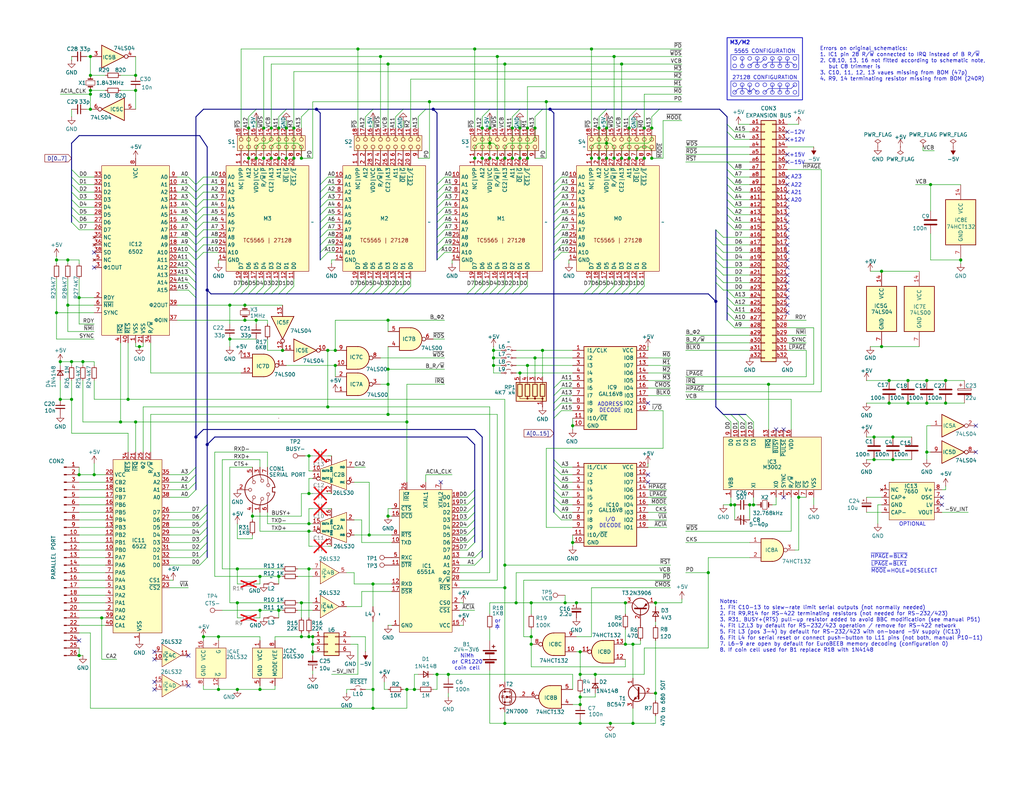
<source format=kicad_sch>
(kicad_sch (version 20231120) (generator "eeschema") (generator_version "8.0")
  (paper "User" 345.186 266.7)
  (title_block (title "EUROBEEB") (date "2024-12-29") (rev "ISSUE 8") (company "steve@croz.co.uk") (comment 1 "Based on issue 7 with addition of R31 pullup (opt) and other corrections"))
  (lib_symbols
    (symbol "74xx:74LS00" (pin_names (offset 1.016))
      (property "Reference" "U" (at 0 1.27 0))
      (property "Value" "74LS00" (at 0 -1.27 0))
      (symbol "74LS00_1_1"
        (pin input line (at -7.62 2.54 0) (length 3.81) (name "~") (number "1"))
        (pin input line (at -7.62 -2.54 0) (length 3.81) (name "~") (number "2"))
        (pin output inverted (at 7.62 0 180) (length 3.81) (name "~") (number "3"))
      )
      (symbol "74LS00_1_2"
        (pin input inverted (at -7.62 2.54 0) (length 4.318) (name "~") (number "1"))
        (pin input inverted (at -7.62 -2.54 0) (length 4.318) (name "~") (number "2"))
        (pin output line (at 7.62 0 180) (length 3.81) (name "~") (number "3"))
      )
      (symbol "74LS00_2_1"
        (pin input line (at -7.62 2.54 0) (length 3.81) (name "~") (number "4"))
        (pin input line (at -7.62 -2.54 0) (length 3.81) (name "~") (number "5"))
        (pin output inverted (at 7.62 0 180) (length 3.81) (name "~") (number "6"))
      )
      (symbol "74LS00_2_2"
        (pin input inverted (at -7.62 2.54 0) (length 4.318) (name "~") (number "4"))
        (pin input inverted (at -7.62 -2.54 0) (length 4.318) (name "~") (number "5"))
        (pin output line (at 7.62 0 180) (length 3.81) (name "~") (number "6"))
      )
      (symbol "74LS00_3_1"
        (pin input line (at -7.62 -2.54 0) (length 3.81) (name "~") (number "10"))
        (pin output inverted (at 7.62 0 180) (length 3.81) (name "~") (number "8"))
        (pin input line (at -7.62 2.54 0) (length 3.81) (name "~") (number "9"))
      )
      (symbol "74LS00_3_2"
        (pin input inverted (at -7.62 -2.54 0) (length 4.318) (name "~") (number "10"))
        (pin output line (at 7.62 0 180) (length 3.81) (name "~") (number "8"))
        (pin input inverted (at -7.62 2.54 0) (length 4.318) (name "~") (number "9"))
      )
      (symbol "74LS00_4_1"
        (pin output inverted (at 7.62 0 180) (length 3.81) (name "~") (number "11"))
        (pin input line (at -7.62 2.54 0) (length 3.81) (name "~") (number "12"))
        (pin input line (at -7.62 -2.54 0) (length 3.81) (name "~") (number "13"))
      )
      (symbol "74LS00_4_2"
        (pin output line (at 7.62 0 180) (length 3.81) (name "~") (number "11"))
        (pin input inverted (at -7.62 2.54 0) (length 4.318) (name "~") (number "12"))
        (pin input inverted (at -7.62 -2.54 0) (length 4.318) (name "~") (number "13"))
      )
      (symbol "74LS00_5_0"
        (pin power_in line (at 0 12.7 270) (length 5.08) (name "VCC") (number "14"))
        (pin power_in line (at 0 -12.7 90) (length 5.08) (name "GND") (number "7"))
      )
    )
    (symbol "74xx:74LS04"
      (property "Reference" "U" (at 0 1.27 0))
      (property "Value" "74LS04" (at 0 -1.27 0))
      (symbol "74LS04_1_0"
        (pin input line (at -7.62 0 0) (length 3.81) (name "~") (number "1"))
        (pin output inverted (at 7.62 0 180) (length 3.81) (name "~") (number "2"))
      )
      (symbol "74LS04_2_0"
        (pin input line (at -7.62 0 0) (length 3.81) (name "~") (number "3"))
        (pin output inverted (at 7.62 0 180) (length 3.81) (name "~") (number "4"))
      )
      (symbol "74LS04_3_0"
        (pin input line (at -7.62 0 0) (length 3.81) (name "~") (number "5"))
        (pin output inverted (at 7.62 0 180) (length 3.81) (name "~") (number "6"))
      )
      (symbol "74LS04_4_0"
        (pin output inverted (at 7.62 0 180) (length 3.81) (name "~") (number "8"))
        (pin input line (at -7.62 0 0) (length 3.81) (name "~") (number "9"))
      )
      (symbol "74LS04_5_0"
        (pin output inverted (at 7.62 0 180) (length 3.81) (name "~") (number "10"))
        (pin input line (at -7.62 0 0) (length 3.81) (name "~") (number "11"))
      )
      (symbol "74LS04_6_0"
        (pin output inverted (at 7.62 0 180) (length 3.81) (name "~") (number "12"))
        (pin input line (at -7.62 0 0) (length 3.81) (name "~") (number "13"))
      )
      (symbol "74LS04_7_0"
        (pin power_in line (at 0 12.7 270) (length 5.08) (name "VCC") (number "14"))
        (pin power_in line (at 0 -12.7 90) (length 5.08) (name "GND") (number "7"))
      )
    )
    (symbol "Connector:Conn_01x26_Pin" (pin_names (offset 1.016) hide)
      (property "Reference" "J" (at 0 33.02 0))
      (property "Value" "Conn_01x26_Pin" (at 0 -35.56 0))
      (symbol "Conn_01x26_Pin_1_1"
        (pin passive line (at 5.08 30.48 180) (length 3.81) (name "Pin_1") (number "1"))
        (pin passive line (at 5.08 7.62 180) (length 3.81) (name "Pin_10") (number "10"))
        (pin passive line (at 5.08 5.08 180) (length 3.81) (name "Pin_11") (number "11"))
        (pin passive line (at 5.08 2.54 180) (length 3.81) (name "Pin_12") (number "12"))
        (pin passive line (at 5.08 0 180) (length 3.81) (name "Pin_13") (number "13"))
        (pin passive line (at 5.08 -2.54 180) (length 3.81) (name "Pin_14") (number "14"))
        (pin passive line (at 5.08 -5.08 180) (length 3.81) (name "Pin_15") (number "15"))
        (pin passive line (at 5.08 -7.62 180) (length 3.81) (name "Pin_16") (number "16"))
        (pin passive line (at 5.08 -10.16 180) (length 3.81) (name "Pin_17") (number "17"))
        (pin passive line (at 5.08 -12.7 180) (length 3.81) (name "Pin_18") (number "18"))
        (pin passive line (at 5.08 -15.24 180) (length 3.81) (name "Pin_19") (number "19"))
        (pin passive line (at 5.08 27.94 180) (length 3.81) (name "Pin_2") (number "2"))
        (pin passive line (at 5.08 -17.78 180) (length 3.81) (name "Pin_20") (number "20"))
        (pin passive line (at 5.08 -20.32 180) (length 3.81) (name "Pin_21") (number "21"))
        (pin passive line (at 5.08 -22.86 180) (length 3.81) (name "Pin_22") (number "22"))
        (pin passive line (at 5.08 -25.4 180) (length 3.81) (name "Pin_23") (number "23"))
        (pin passive line (at 5.08 -27.94 180) (length 3.81) (name "Pin_24") (number "24"))
        (pin passive line (at 5.08 -30.48 180) (length 3.81) (name "Pin_25") (number "25"))
        (pin passive line (at 5.08 -33.02 180) (length 3.81) (name "Pin_26") (number "26"))
        (pin passive line (at 5.08 25.4 180) (length 3.81) (name "Pin_3") (number "3"))
        (pin passive line (at 5.08 22.86 180) (length 3.81) (name "Pin_4") (number "4"))
        (pin passive line (at 5.08 20.32 180) (length 3.81) (name "Pin_5") (number "5"))
        (pin passive line (at 5.08 17.78 180) (length 3.81) (name "Pin_6") (number "6"))
        (pin passive line (at 5.08 15.24 180) (length 3.81) (name "Pin_7") (number "7"))
        (pin passive line (at 5.08 12.7 180) (length 3.81) (name "Pin_8") (number "8"))
        (pin passive line (at 5.08 10.16 180) (length 3.81) (name "Pin_9") (number "9"))
      )
    )
    (symbol "Connector:DIN-7" (pin_names (offset 1.016))
      (property "Reference" "J" (at 3.175 5.715 0))
      (property "Value" "DIN-7" (at 0 -6.604 0))
      (symbol "DIN-7_1_1"
        (pin passive line (at -7.62 0 0) (length 2.54) (name "~") (number "1"))
        (pin passive line (at 0 7.62 270) (length 2.54) (name "~") (number "2"))
        (pin passive line (at 7.62 0 180) (length 2.54) (name "~") (number "3"))
        (pin passive line (at -7.62 2.54 0) (length 2.54) (name "~") (number "4"))
        (pin passive line (at 7.62 2.54 180) (length 2.54) (name "~") (number "5"))
        (pin passive line (at -7.62 -2.54 0) (length 2.54) (name "~") (number "6"))
        (pin passive line (at 7.62 -2.54 180) (length 2.54) (name "~") (number "7"))
      )
    )
    (symbol "Connector:TestPoint" (pin_numbers hide) (pin_names (offset 0.762) hide)
      (property "Reference" "TP" (at 0 6.858 0))
      (property "Value" "TestPoint" (at 0 5.08 0))
      (symbol "TestPoint_1_1"
        (pin passive line (at 0 0 90) (length 2.54) (name "1") (number "1"))
      )
    )
    (symbol "Connector_Generic:Conn_02x03_Odd_Even" (pin_names (offset 1.016) hide)
      (property "Reference" "J" (at 1.27 5.08 0))
      (property "Value" "Conn_02x03_Odd_Even" (at 1.27 -5.08 0))
      (symbol "Conn_02x03_Odd_Even_1_1"
        (pin passive line (at -5.08 2.54 0) (length 3.81) (name "Pin_1") (number "1"))
        (pin passive line (at 7.62 2.54 180) (length 3.81) (name "Pin_2") (number "2"))
        (pin passive line (at -5.08 0 0) (length 3.81) (name "Pin_3") (number "3"))
        (pin passive line (at 7.62 0 180) (length 3.81) (name "Pin_4") (number "4"))
        (pin passive line (at -5.08 -2.54 0) (length 3.81) (name "Pin_5") (number "5"))
        (pin passive line (at 7.62 -2.54 180) (length 3.81) (name "Pin_6") (number "6"))
      )
    )
    (symbol "Connector_Generic:Conn_02x32_Row_Letter_First" (pin_names (offset 1.016) hide)
      (property "Reference" "J" (at 1.27 40.64 0))
      (property "Value" "Conn_02x32_Row_Letter_First" (at 1.27 -43.18 0))
      (symbol "Conn_02x32_Row_Letter_First_1_1"
        (pin passive line (at -5.08 38.1 0) (length 3.81) (name "Pin_a1") (number "a1"))
        (pin passive line (at -5.08 15.24 0) (length 3.81) (name "Pin_a10") (number "a10"))
        (pin passive line (at -5.08 12.7 0) (length 3.81) (name "Pin_a11") (number "a11"))
        (pin passive line (at -5.08 10.16 0) (length 3.81) (name "Pin_a12") (number "a12"))
        (pin passive line (at -5.08 7.62 0) (length 3.81) (name "Pin_a13") (number "a13"))
        (pin passive line (at -5.08 5.08 0) (length 3.81) (name "Pin_a14") (number "a14"))
        (pin passive line (at -5.08 2.54 0) (length 3.81) (name "Pin_a15") (number "a15"))
        (pin passive line (at -5.08 0 0) (length 3.81) (name "Pin_a16") (number "a16"))
        (pin passive line (at -5.08 -2.54 0) (length 3.81) (name "Pin_a17") (number "a17"))
        (pin passive line (at -5.08 -5.08 0) (length 3.81) (name "Pin_a18") (number "a18"))
        (pin passive line (at -5.08 -7.62 0) (length 3.81) (name "Pin_a19") (number "a19"))
        (pin passive line (at -5.08 35.56 0) (length 3.81) (name "Pin_a2") (number "a2"))
        (pin passive line (at -5.08 -10.16 0) (length 3.81) (name "Pin_a20") (number "a20"))
        (pin passive line (at -5.08 -12.7 0) (length 3.81) (name "Pin_a21") (number "a21"))
        (pin passive line (at -5.08 -15.24 0) (length 3.81) (name "Pin_a22") (number "a22"))
        (pin passive line (at -5.08 -17.78 0) (length 3.81) (name "Pin_a23") (number "a23"))
        (pin passive line (at -5.08 -20.32 0) (length 3.81) (name "Pin_a24") (number "a24"))
        (pin passive line (at -5.08 -22.86 0) (length 3.81) (name "Pin_a25") (number "a25"))
        (pin passive line (at -5.08 -25.4 0) (length 3.81) (name "Pin_a26") (number "a26"))
        (pin passive line (at -5.08 -27.94 0) (length 3.81) (name "Pin_a27") (number "a27"))
        (pin passive line (at -5.08 -30.48 0) (length 3.81) (name "Pin_a28") (number "a28"))
        (pin passive line (at -5.08 -33.02 0) (length 3.81) (name "Pin_a29") (number "a29"))
        (pin passive line (at -5.08 33.02 0) (length 3.81) (name "Pin_a3") (number "a3"))
        (pin passive line (at -5.08 -35.56 0) (length 3.81) (name "Pin_a30") (number "a30"))
        (pin passive line (at -5.08 -38.1 0) (length 3.81) (name "Pin_a31") (number "a31"))
        (pin passive line (at -5.08 -40.64 0) (length 3.81) (name "Pin_a32") (number "a32"))
        (pin passive line (at -5.08 30.48 0) (length 3.81) (name "Pin_a4") (number "a4"))
        (pin passive line (at -5.08 27.94 0) (length 3.81) (name "Pin_a5") (number "a5"))
        (pin passive line (at -5.08 25.4 0) (length 3.81) (name "Pin_a6") (number "a6"))
        (pin passive line (at -5.08 22.86 0) (length 3.81) (name "Pin_a7") (number "a7"))
        (pin passive line (at -5.08 20.32 0) (length 3.81) (name "Pin_a8") (number "a8"))
        (pin passive line (at -5.08 17.78 0) (length 3.81) (name "Pin_a9") (number "a9"))
        (pin passive line (at 7.62 38.1 180) (length 3.81) (name "Pin_b1") (number "b1"))
        (pin passive line (at 7.62 15.24 180) (length 3.81) (name "Pin_b10") (number "b10"))
        (pin passive line (at 7.62 12.7 180) (length 3.81) (name "Pin_b11") (number "b11"))
        (pin passive line (at 7.62 10.16 180) (length 3.81) (name "Pin_b12") (number "b12"))
        (pin passive line (at 7.62 7.62 180) (length 3.81) (name "Pin_b13") (number "b13"))
        (pin passive line (at 7.62 5.08 180) (length 3.81) (name "Pin_b14") (number "b14"))
        (pin passive line (at 7.62 2.54 180) (length 3.81) (name "Pin_b15") (number "b15"))
        (pin passive line (at 7.62 0 180) (length 3.81) (name "Pin_b16") (number "b16"))
        (pin passive line (at 7.62 -2.54 180) (length 3.81) (name "Pin_b17") (number "b17"))
        (pin passive line (at 7.62 -5.08 180) (length 3.81) (name "Pin_b18") (number "b18"))
        (pin passive line (at 7.62 -7.62 180) (length 3.81) (name "Pin_b19") (number "b19"))
        (pin passive line (at 7.62 35.56 180) (length 3.81) (name "Pin_b2") (number "b2"))
        (pin passive line (at 7.62 -10.16 180) (length 3.81) (name "Pin_b20") (number "b20"))
        (pin passive line (at 7.62 -12.7 180) (length 3.81) (name "Pin_b21") (number "b21"))
        (pin passive line (at 7.62 -15.24 180) (length 3.81) (name "Pin_b22") (number "b22"))
        (pin passive line (at 7.62 -17.78 180) (length 3.81) (name "Pin_b23") (number "b23"))
        (pin passive line (at 7.62 -20.32 180) (length 3.81) (name "Pin_b24") (number "b24"))
        (pin passive line (at 7.62 -22.86 180) (length 3.81) (name "Pin_b25") (number "b25"))
        (pin passive line (at 7.62 -25.4 180) (length 3.81) (name "Pin_b26") (number "b26"))
        (pin passive line (at 7.62 -27.94 180) (length 3.81) (name "Pin_b27") (number "b27"))
        (pin passive line (at 7.62 -30.48 180) (length 3.81) (name "Pin_b28") (number "b28"))
        (pin passive line (at 7.62 -33.02 180) (length 3.81) (name "Pin_b29") (number "b29"))
        (pin passive line (at 7.62 33.02 180) (length 3.81) (name "Pin_b3") (number "b3"))
        (pin passive line (at 7.62 -35.56 180) (length 3.81) (name "Pin_b30") (number "b30"))
        (pin passive line (at 7.62 -38.1 180) (length 3.81) (name "Pin_b31") (number "b31"))
        (pin passive line (at 7.62 -40.64 180) (length 3.81) (name "Pin_b32") (number "b32"))
        (pin passive line (at 7.62 30.48 180) (length 3.81) (name "Pin_b4") (number "b4"))
        (pin passive line (at 7.62 27.94 180) (length 3.81) (name "Pin_b5") (number "b5"))
        (pin passive line (at 7.62 25.4 180) (length 3.81) (name "Pin_b6") (number "b6"))
        (pin passive line (at 7.62 22.86 180) (length 3.81) (name "Pin_b7") (number "b7"))
        (pin passive line (at 7.62 20.32 180) (length 3.81) (name "Pin_b8") (number "b8"))
        (pin passive line (at 7.62 17.78 180) (length 3.81) (name "Pin_b9") (number "b9"))
      )
    )
    (symbol "Device:Battery" (pin_numbers hide) (pin_names (offset 0) hide)
      (property "Reference" "BT" (at 2.54 2.54 0))
      (property "Value" "Battery" (at 2.54 0 0))
      (symbol "Battery_1_1"
        (pin passive line (at 0 5.08 270) (length 2.54) (name "+") (number "1"))
        (pin passive line (at 0 -5.08 90) (length 2.54) (name "-") (number "2"))
      )
    )
    (symbol "Device:C" (pin_numbers hide) (pin_names (offset 0.254))
      (property "Reference" "C" (at 0.635 2.54 0))
      (property "Value" "C" (at 0.635 -2.54 0))
      (symbol "C_1_1"
        (pin passive line (at 0 3.81 270) (length 2.794) (name "~") (number "1"))
        (pin passive line (at 0 -3.81 90) (length 2.794) (name "~") (number "2"))
      )
    )
    (symbol "Device:C_Polarized" (pin_numbers hide) (pin_names (offset 0.254))
      (property "Reference" "C" (at 0.635 2.54 0))
      (property "Value" "C_Polarized" (at 0.635 -2.54 0))
      (symbol "C_Polarized_1_1"
        (pin passive line (at 0 3.81 270) (length 2.794) (name "~") (number "1"))
        (pin passive line (at 0 -3.81 90) (length 2.794) (name "~") (number "2"))
      )
    )
    (symbol "Device:C_Polarized_Small" (pin_numbers hide) (pin_names (offset 0.254) hide)
      (property "Reference" "C" (at 0.254 1.778 0))
      (property "Value" "C_Polarized_Small" (at 0.254 -2.032 0))
      (symbol "C_Polarized_Small_1_1"
        (pin passive line (at 0 2.54 270) (length 1.8542) (name "~") (number "1"))
        (pin passive line (at 0 -2.54 90) (length 1.8542) (name "~") (number "2"))
      )
    )
    (symbol "Device:C_Small" (pin_numbers hide) (pin_names (offset 0.254) hide)
      (property "Reference" "C" (at 0.254 1.778 0))
      (property "Value" "C_Small" (at 0.254 -2.032 0))
      (symbol "C_Small_1_1"
        (pin passive line (at 0 2.54 270) (length 2.032) (name "~") (number "1"))
        (pin passive line (at 0 -2.54 90) (length 2.032) (name "~") (number "2"))
      )
    )
    (symbol "Device:C_Trim_Small" (pin_numbers hide) (pin_names (offset 0.254) hide)
      (property "Reference" "C" (at 1.524 -2.032 0))
      (property "Value" "C_Trim_Small" (at 3.048 -3.556 0))
      (symbol "C_Trim_Small_1_1"
        (pin passive line (at 0 2.54 270) (length 2.032) (name "~") (number "1"))
        (pin passive line (at 0 -2.54 90) (length 2.032) (name "~") (number "2"))
      )
    )
    (symbol "Device:Crystal_Small" (pin_numbers hide) (pin_names (offset 1.016) hide)
      (property "Reference" "Y" (at 0 2.54 0))
      (property "Value" "Crystal_Small" (at 0 -2.54 0))
      (symbol "Crystal_Small_1_1"
        (pin passive line (at -2.54 0 0) (length 1.27) (name "1") (number "1"))
        (pin passive line (at 2.54 0 180) (length 1.27) (name "2") (number "2"))
      )
    )
    (symbol "Device:D_Small" (pin_numbers hide) (pin_names (offset 0.254) hide)
      (property "Reference" "D" (at -1.27 2.032 0))
      (property "Value" "D_Small" (at -3.81 -2.032 0))
      (symbol "D_Small_1_1"
        (pin passive line (at -2.54 0 0) (length 1.778) (name "K") (number "1"))
        (pin passive line (at 2.54 0 180) (length 1.778) (name "A") (number "2"))
      )
    )
    (symbol "Device:D_Zener_Small" (pin_numbers hide) (pin_names (offset 0.254) hide)
      (property "Reference" "D" (at 0 2.286 0))
      (property "Value" "D_Zener_Small" (at 0 -2.286 0))
      (symbol "D_Zener_Small_1_1"
        (pin passive line (at -2.54 0 0) (length 1.778) (name "K") (number "1"))
        (pin passive line (at 2.54 0 180) (length 1.778) (name "A") (number "2"))
      )
    )
    (symbol "Device:R_Network04" (pin_names (offset 0) hide)
      (property "Reference" "RN" (at -7.62 0 90))
      (property "Value" "R_Network04" (at 5.08 0 90))
      (symbol "R_Network04_1_1"
        (pin passive line (at -5.08 5.08 270) (length 2.54) (name "common") (number "1"))
        (pin passive line (at -5.08 -5.08 90) (length 1.27) (name "R1") (number "2"))
        (pin passive line (at -2.54 -5.08 90) (length 1.27) (name "R2") (number "3"))
        (pin passive line (at 0 -5.08 90) (length 1.27) (name "R3") (number "4"))
        (pin passive line (at 2.54 -5.08 90) (length 1.27) (name "R4") (number "5"))
      )
    )
    (symbol "Device:R_Small" (pin_numbers hide) (pin_names (offset 0.254) hide)
      (property "Reference" "R" (at 0.762 0.508 0))
      (property "Value" "R_Small" (at 0.762 -1.016 0))
      (symbol "R_Small_1_1"
        (pin passive line (at 0 2.54 270) (length 0.762) (name "~") (number "1"))
        (pin passive line (at 0 -2.54 90) (length 0.762) (name "~") (number "2"))
      )
    )
    (symbol "EuroCube-65:26LS30"
      (property "Reference" "U" (at 0 12.7 0))
      (property "Value" "26LS30" (at 0 10.16 0))
      (symbol "26LS30_1_1"
        (pin input line (at 0 -6.35 90) (length 3) (name "SRB") (number "13"))
        (pin output inverted (at 6.35 -1.27 180) (length 2.54) (name "OUTB") (number "14"))
        (pin output line (at 6.35 1.27 180) (length 2.54) (name "OUTA") (number "15"))
        (pin input line (at 0 6.35 270) (length 3) (name "SRA") (number "16"))
        (pin input line (at -7.62 2.54 0) (length 2.54) (name "INA") (number "2"))
        (pin input inverted (at -7.62 -2.54 0) (length 2.54) (name "INB") (number "3"))
      )
      (symbol "26LS30_2_1"
        (pin output line (at 6.35 1.27 180) (length 2.54) (name "OUTD") (number "10"))
        (pin output inverted (at 6.35 -1.27 180) (length 2.54) (name "OUTC") (number "11"))
        (pin input line (at 0 -6.35 90) (length 3) (name "SRC") (number "12"))
        (pin input inverted (at -7.62 -2.54 0) (length 2.54) (name "INC") (number "6"))
        (pin input line (at -7.62 2.54 0) (length 2.54) (name "IND") (number "7"))
        (pin input line (at 0 6.35 270) (length 3) (name "SRD") (number "9"))
      )
      (symbol "26LS30_3_1"
        (pin power_in line (at -2.54 7.62 270) (length 2.54) (name "VCC") (number "1"))
        (pin input line (at 2.54 -7.62 90) (length 2.54) (name "MODE") (number "4"))
        (pin power_in line (at -2.54 -7.62 90) (length 2.54) (name "GND") (number "5"))
        (pin input line (at 2.54 7.62 270) (length 2.54) (name "VEE") (number "8"))
      )
    )
    (symbol "EuroCube-65:26LS32"
      (property "Reference" "U" (at 0 0 0))
      (symbol "26LS32_1_1"
        (pin input line (at -5.08 1.27 0) (length 2.54) (name "-") (number "1"))
        (pin input line (at -5.08 -1.27 0) (length 2.54) (name "+") (number "2"))
        (pin output line (at 6.35 0 180) (length 2.54) (name "") (number "3"))
      )
      (symbol "26LS32_2_1"
        (pin output line (at 6.35 0 180) (length 2.54) (name "") (number "5"))
        (pin input line (at -5.08 -1.27 0) (length 2.54) (name "+") (number "6"))
        (pin input line (at -5.08 1.27 0) (length 2.54) (name "-") (number "7"))
      )
      (symbol "26LS32_3_1"
        (pin input line (at -5.08 -1.27 0) (length 2.54) (name "+") (number "10"))
        (pin output line (at 6.35 0 180) (length 2.54) (name "") (number "11"))
        (pin input line (at -5.08 1.27 0) (length 2.54) (name "-") (number "9"))
      )
      (symbol "26LS32_4_1"
        (pin output line (at 6.35 0 180) (length 2.54) (name "") (number "13"))
        (pin input line (at -5.08 -1.27 0) (length 2.54) (name "+") (number "14"))
        (pin input line (at -5.08 1.27 0) (length 2.54) (name "-") (number "15"))
      )
      (symbol "26LS32_5_1"
        (pin input line (at 2.54 -7.62 90) (length 2.54) (name "~{G}") (number "12"))
        (pin power_in line (at -2.54 7.62 270) (length 2.54) (name "VCC") (number "16"))
        (pin input line (at 2.54 7.62 270) (length 2.54) (name "G") (number "4"))
        (pin power_in line (at -2.54 -7.62 90) (length 2.54) (name "GND") (number "8"))
      )
    )
    (symbol "EuroCube-65:6502"
      (property "Reference" "U" (at 0 5.08 0))
      (symbol "6502_1_1"
        (pin power_in line (at 0 -33.02 90) (length 2.54) (name "VSS") (number "1"))
        (pin output line (at 13.97 20.32 180) (length 2.54) (name "A1") (number "10"))
        (pin output line (at 13.97 17.78 180) (length 2.54) (name "A2") (number "11"))
        (pin output line (at 13.97 15.24 180) (length 2.54) (name "A3") (number "12"))
        (pin output line (at 13.97 12.7 180) (length 2.54) (name "A4") (number "13"))
        (pin output line (at 13.97 10.16 180) (length 2.54) (name "A5") (number "14"))
        (pin output line (at 13.97 7.62 180) (length 2.54) (name "A6") (number "15"))
        (pin output line (at 13.97 5.08 180) (length 2.54) (name "A7") (number "16"))
        (pin output line (at 13.97 2.54 180) (length 2.54) (name "A8") (number "17"))
        (pin output line (at 13.97 0 180) (length 2.54) (name "A9") (number "18"))
        (pin output line (at 13.97 -2.54 180) (length 2.54) (name "A10") (number "19"))
        (pin input line (at -13.97 -17.78 0) (length 2.54) (name "RDY") (number "2"))
        (pin output line (at 13.97 -5.08 180) (length 2.54) (name "A11") (number "20"))
        (pin power_in line (at 2.54 -33.02 90) (length 2.54) (name "VSS") (number "21"))
        (pin output line (at 13.97 -7.62 180) (length 2.54) (name "A12") (number "22"))
        (pin output line (at 13.97 -10.16 180) (length 2.54) (name "A13") (number "23"))
        (pin output line (at 13.97 -12.7 180) (length 2.54) (name "A14") (number "24"))
        (pin output line (at 13.97 -15.24 180) (length 2.54) (name "A15") (number "25"))
        (pin bidirectional line (at -13.97 5.08 0) (length 2.54) (name "D7") (number "26"))
        (pin bidirectional line (at -13.97 7.62 0) (length 2.54) (name "D6") (number "27"))
        (pin bidirectional line (at -13.97 10.16 0) (length 2.54) (name "D5") (number "28"))
        (pin bidirectional line (at -13.97 12.7 0) (length 2.54) (name "D4") (number "29"))
        (pin output line (at -13.97 -7.62 0) (length 2.54) (name "Φ1OUT") (number "3"))
        (pin bidirectional line (at -13.97 15.24 0) (length 2.54) (name "D3") (number "30"))
        (pin bidirectional line (at -13.97 17.78 0) (length 2.54) (name "D2") (number "31"))
        (pin bidirectional line (at -13.97 20.32 0) (length 2.54) (name "D1") (number "32"))
        (pin bidirectional line (at -13.97 22.86 0) (length 2.54) (name "D0") (number "33"))
        (pin output line (at 5.08 -33.02 90) (length 2.54) (name "R/~{W}") (number "34"))
        (pin no_connect line (at -13.97 2.54 0) (length 2.54) (name "NC") (number "35"))
        (pin no_connect line (at -13.97 0 0) (length 2.54) (name "NC") (number "36"))
        (pin input line (at 13.97 -25.4 180) (length 2.54) (name "Φ0IN") (number "37"))
        (pin bidirectional line (at -13.97 -2.54 0) (length 2.54) (name "SO") (number "38"))
        (pin output line (at 13.97 -20.32 180) (length 2.54) (name "Φ2OUT") (number "39"))
        (pin input line (at -5.08 -33.02 90) (length 2.54) (name "~{IRQ}") (number "4"))
        (pin input line (at -2.54 -33.02 90) (length 2.54) (name "~{RES}") (number "40"))
        (pin no_connect line (at -13.97 -5.08 0) (length 2.54) (name "NC") (number "5"))
        (pin input line (at -13.97 -20.32 0) (length 2.54) (name "~{NMI}") (number "6"))
        (pin output line (at -13.97 -22.86 0) (length 2.54) (name "SYNC") (number "7"))
        (pin power_in line (at 0 29.21 270) (length 2.54) (name "VCC") (number "8"))
        (pin output line (at 13.97 22.86 180) (length 2.54) (name "A0") (number "9"))
      )
    )
    (symbol "EuroCube-65:6522"
      (property "Reference" "U" (at 0 0 0))
      (symbol "6522_1_1"
        (pin power_in line (at 0 -33.02 90) (length 2.54) (name "VSS") (number "1"))
        (pin bidirectional line (at -11.43 -2.54 0) (length 2.54) (name "PB0") (number "10"))
        (pin bidirectional line (at -11.43 0 0) (length 2.54) (name "PB1") (number "11"))
        (pin bidirectional line (at -11.43 2.54 0) (length 2.54) (name "PB2") (number "12"))
        (pin bidirectional line (at -11.43 5.08 0) (length 2.54) (name "PB3") (number "13"))
        (pin bidirectional line (at -11.43 7.62 0) (length 2.54) (name "PB4") (number "14"))
        (pin bidirectional line (at -11.43 10.16 0) (length 2.54) (name "PB5") (number "15"))
        (pin bidirectional line (at -11.43 12.7 0) (length 2.54) (name "PB6") (number "16"))
        (pin bidirectional line (at -11.43 15.24 0) (length 2.54) (name "PB7") (number "17"))
        (pin bidirectional line (at -11.43 17.78 0) (length 2.54) (name "CB1") (number "18"))
        (pin bidirectional line (at -11.43 20.32 0) (length 2.54) (name "CB2") (number "19"))
        (pin bidirectional line (at -11.43 -22.86 0) (length 2.54) (name "PA0") (number "2"))
        (pin power_in line (at -11.43 22.86 0) (length 2.54) (name "VCC") (number "20"))
        (pin open_collector line (at -1.27 30.48 270) (length 2.54) (name "~{IRQ}") (number "21"))
        (pin input line (at 3.81 30.48 270) (length 2.54) (name "R/~{W}") (number "22"))
        (pin input line (at 10.16 -15.24 180) (length 2.54) (name "~{CS2}") (number "23"))
        (pin input line (at 10.16 -12.7 180) (length 2.54) (name "CS1") (number "24"))
        (pin input line (at 1.27 30.48 270) (length 2.54) (name "Φ2") (number "25"))
        (pin bidirectional line (at 10.16 10.16 180) (length 2.54) (name "D7") (number "26"))
        (pin bidirectional line (at 10.16 7.62 180) (length 2.54) (name "D6") (number "27"))
        (pin bidirectional line (at 10.16 5.08 180) (length 2.54) (name "D5") (number "28"))
        (pin bidirectional line (at 10.16 2.54 180) (length 2.54) (name "D4") (number "29"))
        (pin bidirectional line (at -11.43 -20.32 0) (length 2.54) (name "PA1") (number "3"))
        (pin bidirectional line (at 10.16 0 180) (length 2.54) (name "D3") (number "30"))
        (pin bidirectional line (at 10.16 -2.54 180) (length 2.54) (name "D2") (number "31"))
        (pin bidirectional line (at 10.16 -5.08 180) (length 2.54) (name "D1") (number "32"))
        (pin bidirectional line (at 10.16 -7.62 180) (length 2.54) (name "D0") (number "33"))
        (pin input line (at -3.81 30.48 270) (length 2.54) (name "~{RES}") (number "34"))
        (pin input line (at 10.16 22.86 180) (length 2.54) (name "A3") (number "35"))
        (pin input line (at 10.16 20.32 180) (length 2.54) (name "A2") (number "36"))
        (pin input line (at 10.16 17.78 180) (length 2.54) (name "A1") (number "37"))
        (pin input line (at 10.16 15.24 180) (length 2.54) (name "A0") (number "38"))
        (pin bidirectional line (at -11.43 -25.4 0) (length 2.54) (name "CA2") (number "39"))
        (pin bidirectional line (at -11.43 -17.78 0) (length 2.54) (name "PA2") (number "4"))
        (pin bidirectional line (at -11.43 -27.94 0) (length 2.54) (name "CA1") (number "40"))
        (pin bidirectional line (at -11.43 -15.24 0) (length 2.54) (name "PA3") (number "5"))
        (pin bidirectional line (at -11.43 -12.7 0) (length 2.54) (name "PA4") (number "6"))
        (pin bidirectional line (at -11.43 -10.16 0) (length 2.54) (name "PA5") (number "7"))
        (pin bidirectional line (at -11.43 -7.62 0) (length 2.54) (name "PA6") (number "8"))
        (pin bidirectional line (at -11.43 -5.08 0) (length 2.54) (name "PA7") (number "9"))
      )
    )
    (symbol "EuroCube-65:6551"
      (property "Reference" "U" (at -0.254 0.254 0))
      (symbol "6551_1_1"
        (pin power_in line (at -11.43 -20.32 0) (length 2.54) (name "GND") (number "1"))
        (pin output line (at -11.43 7.62 0) (length 2.54) (name "TXD") (number "10"))
        (pin output line (at -11.43 0 0) (length 2.54) (name "~{DTR}") (number "11"))
        (pin input line (at -11.43 -6.35 0) (length 2.54) (name "RXD") (number "12"))
        (pin input line (at 11.43 2.54 180) (length 2.54) (name "A0") (number "13"))
        (pin input line (at 11.43 0 180) (length 2.54) (name "A1") (number "14"))
        (pin power_in line (at 11.43 -20.32 180) (length 2.54) (name "VCC") (number "15"))
        (pin input line (at -11.43 16.51 0) (length 2.54) (name "~{DCD}") (number "16"))
        (pin input line (at -11.43 -8.89 0) (length 2.54) (name "~{DSR}") (number "17"))
        (pin bidirectional line (at 11.43 22.86 180) (length 2.54) (name "D0") (number "18"))
        (pin bidirectional line (at 11.43 20.32 180) (length 2.54) (name "D1") (number "19"))
        (pin input line (at 11.43 -12.7 180) (length 2.54) (name "CS0") (number "2"))
        (pin bidirectional line (at 11.43 17.78 180) (length 2.54) (name "D2") (number "20"))
        (pin bidirectional line (at 11.43 15.24 180) (length 2.54) (name "D3") (number "21"))
        (pin bidirectional line (at 11.43 12.7 180) (length 2.54) (name "D4") (number "22"))
        (pin bidirectional line (at 11.43 10.16 180) (length 2.54) (name "D5") (number "23"))
        (pin bidirectional line (at 11.43 7.62 180) (length 2.54) (name "D6") (number "24"))
        (pin bidirectional line (at 11.43 5.08 180) (length 2.54) (name "D7") (number "25"))
        (pin open_collector line (at -6.35 27.94 270) (length 2.54) (name "~{IRQ}") (number "26"))
        (pin input line (at 11.43 -2.54 180) (length 2.54) (name "Φ2") (number "27"))
        (pin input line (at 11.43 -5.08 180) (length 2.54) (name "R/~{W}") (number "28"))
        (pin input line (at 11.43 -15.24 180) (length 2.54) (name "~{CS1}") (number "3"))
        (pin input line (at 11.43 -7.62 180) (length 2.54) (name "~{RES}") (number "4"))
        (pin output line (at -11.43 2.54 0) (length 2.54) (name "RXC") (number "5"))
        (pin bidirectional line (at 0 27.94 270) (length 2.54) (name "XTAL1") (number "6"))
        (pin bidirectional line (at 5.08 27.94 270) (length 2.54) (name "XTAL2") (number "7"))
        (pin output line (at -11.43 10.16 0) (length 2.54) (name "~{RTS}") (number "8"))
        (pin input line (at -11.43 19.05 0) (length 2.54) (name "~{CTS}") (number "9"))
      )
    )
    (symbol "EuroCube-65:74HCT132" (pin_names (offset 1.016))
      (property "Reference" "U" (at 0 1.27 0))
      (property "Value" "74HCT132" (at 0 -1.27 0))
      (symbol "74HCT132_1_1"
        (pin input line (at -7.62 2.54 0) (length 3.81) (name "~") (number "1"))
        (pin input line (at -7.62 -2.54 0) (length 3.81) (name "~") (number "2"))
        (pin output inverted (at 7.62 0 180) (length 3.81) (name "~") (number "3"))
      )
      (symbol "74HCT132_1_2"
        (pin input inverted (at -7.62 2.54 0) (length 4.318) (name "~") (number "1"))
        (pin input inverted (at -7.62 -2.54 0) (length 4.318) (name "~") (number "2"))
        (pin output line (at 7.62 0 180) (length 3.81) (name "~") (number "3"))
      )
      (symbol "74HCT132_2_1"
        (pin input line (at -7.62 2.54 0) (length 3.81) (name "~") (number "4"))
        (pin input line (at -7.62 -2.54 0) (length 3.81) (name "~") (number "5"))
        (pin output inverted (at 7.62 0 180) (length 3.81) (name "~") (number "6"))
      )
      (symbol "74HCT132_2_2"
        (pin input inverted (at -7.62 2.54 0) (length 4.318) (name "~") (number "4"))
        (pin input inverted (at -7.62 -2.54 0) (length 4.318) (name "~") (number "5"))
        (pin output line (at 7.62 0 180) (length 3.81) (name "~") (number "6"))
      )
      (symbol "74HCT132_3_1"
        (pin input line (at -7.62 -2.54 0) (length 3.81) (name "~") (number "10"))
        (pin output inverted (at 7.62 0 180) (length 3.81) (name "~") (number "8"))
        (pin input line (at -7.62 2.54 0) (length 3.81) (name "~") (number "9"))
      )
      (symbol "74HCT132_3_2"
        (pin input inverted (at -7.62 -2.54 0) (length 4.318) (name "~") (number "10"))
        (pin output line (at 7.62 0 180) (length 3.81) (name "~") (number "8"))
        (pin input inverted (at -7.62 2.54 0) (length 4.318) (name "~") (number "9"))
      )
      (symbol "74HCT132_4_1"
        (pin output inverted (at 7.62 0 180) (length 3.81) (name "~") (number "11"))
        (pin input line (at -7.62 2.54 0) (length 3.81) (name "~") (number "12"))
        (pin input line (at -7.62 -2.54 0) (length 3.81) (name "~") (number "13"))
      )
      (symbol "74HCT132_4_2"
        (pin output line (at 7.62 0 180) (length 3.81) (name "~") (number "11"))
        (pin input inverted (at -7.62 2.54 0) (length 4.318) (name "~") (number "12"))
        (pin input inverted (at -7.62 -2.54 0) (length 4.318) (name "~") (number "13"))
      )
      (symbol "74HCT132_5_0"
        (pin power_in line (at 0 12.7 270) (length 5.08) (name "VCC") (number "14"))
        (pin power_in line (at 0 -12.7 90) (length 5.08) (name "GND") (number "7"))
      )
    )
    (symbol "EuroCube-65:7660"
      (property "Reference" "U" (at 0 0 0))
      (symbol "7660_1_1"
        (pin no_connect line (at -10.16 3.81 0) (length 2.54) (name "NC") (number "1"))
        (pin bidirectional line (at -10.16 1.27 0) (length 2.54) (name "CAP+") (number "2"))
        (pin power_in line (at -10.16 -1.27 0) (length 2.54) (name "GND") (number "3"))
        (pin bidirectional line (at -10.16 -3.81 0) (length 2.54) (name "CAP-") (number "4"))
        (pin power_out line (at 10.16 -3.81 180) (length 2.54) (name "VOUT") (number "5"))
        (pin unspecified line (at 10.16 -1.27 180) (length 2.54) (name "LV") (number "6"))
        (pin unspecified line (at 10.16 1.27 180) (length 2.54) (name "OSC") (number "7"))
        (pin power_in line (at 10.16 3.81 180) (length 2.54) (name "V+") (number "8"))
      )
    )
    (symbol "EuroCube-65:CONFIG_HDR"
      (property "Reference" "JP" (at -0.254 0 0))
      (symbol "CONFIG_HDR_1_1"
        (pin input line (at -10.16 -5.08 90) (length 2.54) (name "") (number "1"))
        (pin bidirectional line (at 10.16 5.08 270) (length 2.54) (name "") (number "10"))
        (pin bidirectional line (at 7.62 5.08 270) (length 2.54) (name "") (number "11"))
        (pin power_in line (at 5.08 5.08 270) (length 2.54) (name "") (number "12"))
        (pin bidirectional line (at 2.54 5.08 270) (length 2.54) (name "") (number "13"))
        (pin power_in line (at 0 5.08 270) (length 2.54) (name "") (number "14"))
        (pin bidirectional line (at -2.54 5.08 270) (length 2.54) (name "") (number "15"))
        (pin power_in line (at -5.08 5.08 270) (length 2.54) (name "") (number "16"))
        (pin bidirectional line (at -7.62 5.08 270) (length 2.54) (name "") (number "17"))
        (pin bidirectional line (at -10.16 5.08 270) (length 2.54) (name "") (number "18"))
        (pin input line (at -7.62 -5.08 90) (length 2.54) (name "") (number "2"))
        (pin power_in line (at -5.08 -5.08 90) (length 2.54) (name "") (number "3"))
        (pin input line (at -2.54 -5.08 90) (length 2.54) (name "") (number "4"))
        (pin input line (at 0 -5.08 90) (length 2.54) (name "") (number "5"))
        (pin input line (at 2.54 -5.08 90) (length 2.54) (name "") (number "6"))
        (pin input line (at 5.08 -5.08 90) (length 2.54) (name "") (number "7"))
        (pin input line (at 7.62 -5.08 90) (length 2.54) (name "") (number "8"))
        (pin input line (at 10.16 -5.08 90) (length 2.54) (name "") (number "9"))
      )
    )
    (symbol "EuroCube-65:GAL16V8" (pin_names (offset 1.016))
      (property "Reference" "U" (at -8.89 16.51 0))
      (property "Value" "GAL16V8" (at -4.064 0 0))
      (symbol "GAL16V8_0_0"
        (pin power_in line (at -12.7 -12.7 0) (length 3.81) (name "GND") (number "10"))
        (pin power_in line (at 12.7 12.7 180) (length 3.81) (name "VCC") (number "20"))
      )
      (symbol "GAL16V8_1_1"
        (pin input line (at -12.7 12.7 0) (length 3.81) (name "I1/CLK") (number "1"))
        (pin input line (at -12.7 -10.16 0) (length 3.81) (name "I10/~{OE}") (number "11"))
        (pin tri_state line (at 12.7 10.16 180) (length 3.81) (name "IO8") (number "12"))
        (pin tri_state line (at 12.7 7.62 180) (length 3.81) (name "IO7") (number "13"))
        (pin tri_state line (at 12.7 5.08 180) (length 3.81) (name "IO6") (number "14"))
        (pin tri_state line (at 12.7 2.54 180) (length 3.81) (name "IO5") (number "15"))
        (pin tri_state line (at 12.7 0 180) (length 3.81) (name "IO4") (number "16"))
        (pin tri_state line (at 12.7 -2.54 180) (length 3.81) (name "I03") (number "17"))
        (pin tri_state line (at 12.7 -5.08 180) (length 3.81) (name "IO2") (number "18"))
        (pin tri_state line (at 12.7 -7.62 180) (length 3.81) (name "IO1") (number "19"))
        (pin input line (at -12.7 10.16 0) (length 3.81) (name "I2") (number "2"))
        (pin input line (at -12.7 7.62 0) (length 3.81) (name "I3") (number "3"))
        (pin input line (at -12.7 5.08 0) (length 3.81) (name "I4") (number "4"))
        (pin input line (at -12.7 2.54 0) (length 3.81) (name "I5") (number "5"))
        (pin input line (at -12.7 0 0) (length 3.81) (name "I6") (number "6"))
        (pin input line (at -12.7 -2.54 0) (length 3.81) (name "I7") (number "7"))
        (pin input line (at -12.7 -5.08 0) (length 3.81) (name "I8") (number "8"))
        (pin input line (at -12.7 -7.62 0) (length 3.81) (name "I9") (number "9"))
      )
    )
    (symbol "EuroCube-65:M3000"
      (property "Reference" "U" (at 0 0 0))
      (symbol "M3000_1_1"
        (pin power_in line (at -13.97 -11.43 90) (length 2.54) (name "VBB") (number "1"))
        (pin tri_state line (at -11.43 11.43 270) (length 2.54) (name "D1") (number "10"))
        (pin tri_state line (at -8.89 11.43 270) (length 2.54) (name "D2") (number "11"))
        (pin tri_state line (at -6.35 11.43 270) (length 2.54) (name "D3") (number "12"))
        (pin open_collector line (at -1.27 11.43 270) (length 2.54) (name "~{IRQ}") (number "13"))
        (pin output line (at 1.27 11.43 270) (length 2.54) (name "~{BUSY}") (number "14"))
        (pin output line (at 3.81 11.43 270) (length 2.54) (name "~{PULSE}") (number "15"))
        (pin power_in line (at 6.35 11.43 270) (length 2.54) (name "VDD") (number "16"))
        (pin input line (at -6.35 -11.43 90) (length 2.54) (name "XI") (number "2"))
        (pin output line (at 1.27 -11.43 90) (length 2.54) (name "X0") (number "3"))
        (pin unspecified line (at 3.81 -11.43 90) (length 2.54) (name "SYNC") (number "4"))
        (pin input line (at 6.35 -11.43 90) (length 2.54) (name "R/~{W}") (number "5"))
        (pin input line (at 8.89 -11.43 90) (length 2.54) (name "~{OE}") (number "6"))
        (pin input line (at 11.43 -11.43 90) (length 2.54) (name "~{CS}") (number "7"))
        (pin power_in line (at 13.97 -11.43 90) (length 2.54) (name "VSS") (number "8"))
        (pin tri_state line (at -13.97 11.43 270) (length 2.54) (name "D0") (number "9"))
      )
    )
    (symbol "EuroCube-65:ROM/RAM"
      (property "Reference" "U" (at 0 0 0))
      (symbol "ROM/RAM_1_1"
        (text "TC5565 | 27128" (at 0 -7.366 0) (effects (font (size 1.27 1.27))))
        (pin passive line (at -8.89 20.32 270) (length 2.54) (name "NC|VPP") (number "1"))
        (pin input line (at -16.51 13.97 0) (length 2.54) (name "A0") (number "10"))
        (pin bidirectional line (at 8.89 -20.32 90) (length 2.54) (name "D0") (number "11"))
        (pin bidirectional line (at 6.35 -20.32 90) (length 2.54) (name "D1") (number "12"))
        (pin bidirectional line (at 3.81 -20.32 90) (length 2.54) (name "D2") (number "13"))
        (pin power_in line (at -16.51 -13.97 0) (length 2.54) (name "GND") (number "14"))
        (pin bidirectional line (at 1.27 -20.32 90) (length 2.54) (name "D3") (number "15"))
        (pin bidirectional line (at -1.27 -20.32 90) (length 2.54) (name "D4") (number "16"))
        (pin bidirectional line (at -3.81 -20.32 90) (length 2.54) (name "D5") (number "17"))
        (pin bidirectional line (at -6.35 -20.32 90) (length 2.54) (name "D6") (number "18"))
        (pin bidirectional line (at -8.89 -20.32 90) (length 2.54) (name "D7") (number "19"))
        (pin input line (at -6.35 20.32 270) (length 2.54) (name "A12") (number "2"))
        (pin input line (at 8.89 20.32 270) (length 2.54) (name "~{CE1}/~{E}") (number "20"))
        (pin input line (at -16.51 -11.43 0) (length 2.54) (name "A10") (number "21"))
        (pin input line (at 6.35 20.32 270) (length 2.54) (name "~{OE}|~{G}") (number "22"))
        (pin input line (at 3.81 20.32 270) (length 2.54) (name "A11") (number "23"))
        (pin input line (at -16.51 -8.89 0) (length 2.54) (name "A9") (number "24"))
        (pin input line (at -16.51 -6.35 0) (length 2.54) (name "A8") (number "25"))
        (pin passive line (at 1.27 20.32 270) (length 2.54) (name "CE2|A13") (number "26"))
        (pin input line (at -1.27 20.32 270) (length 2.54) (name "R/~{W}|~{P}") (number "27"))
        (pin power_in line (at -3.81 20.32 270) (length 2.54) (name "VDD|VCC") (number "28"))
        (pin input line (at -16.51 -3.81 0) (length 2.54) (name "A7") (number "3"))
        (pin input line (at -16.51 -1.27 0) (length 2.54) (name "A6") (number "4"))
        (pin input line (at -16.51 1.27 0) (length 2.54) (name "A5") (number "5"))
        (pin input line (at -16.51 3.81 0) (length 2.54) (name "A4") (number "6"))
        (pin input line (at -16.51 6.35 0) (length 2.54) (name "A3") (number "7"))
        (pin input line (at -16.51 8.89 0) (length 2.54) (name "A2") (number "8"))
        (pin input line (at -16.51 11.43 0) (length 2.54) (name "A1") (number "9"))
      )
    )
    (symbol "Jumper:Jumper_2_Small_Bridged" (pin_numbers hide) (pin_names (offset 0) hide) (exclude_from_sim yes)
      (property "Reference" "JP" (at 0 2.032 0))
      (property "Value" "Jumper_2_Small_Bridged" (at 0 -2.286 0))
      (symbol "Jumper_2_Small_Bridged_1_1"
        (pin passive line (at -2.54 0 0) (length 1.27) (name "A") (number "1"))
        (pin passive line (at 2.54 0 180) (length 1.27) (name "B") (number "2"))
      )
    )
    (symbol "Jumper:Jumper_2_Small_Open" (pin_numbers hide) (pin_names (offset 0) hide) (exclude_from_sim yes)
      (property "Reference" "JP" (at 0 2.794 0))
      (property "Value" "Jumper_2_Small_Open" (at 0 -2.286 0))
      (symbol "Jumper_2_Small_Open_1_1"
        (pin passive line (at -2.54 0 0) (length 1.27) (name "A") (number "1"))
        (pin passive line (at 2.54 0 180) (length 1.27) (name "B") (number "2"))
      )
    )
    (symbol "Transistor_BJT:2N3906" (pin_names (offset 0) hide)
      (property "Reference" "Q" (at 5.08 1.905 0))
      (property "Value" "2N3906" (at 5.08 0 0))
      (symbol "2N3906_1_1"
        (pin passive line (at 2.54 -5.08 90) (length 2.54) (name "E") (number "1"))
        (pin input line (at -5.08 0 0) (length 5.715) (name "B") (number "2"))
        (pin passive line (at 2.54 5.08 270) (length 2.54) (name "C") (number "3"))
      )
    )
    (symbol "Transistor_BJT:BC547" (pin_names (offset 0) hide)
      (property "Reference" "Q" (at 5.08 1.905 0))
      (property "Value" "BC547" (at 5.08 0 0))
      (symbol "BC547_1_1"
        (pin passive line (at 2.54 5.08 270) (length 2.54) (name "C") (number "1"))
        (pin input line (at -5.08 0 0) (length 5.08) (name "B") (number "2"))
        (pin passive line (at 2.54 -5.08 90) (length 2.54) (name "E") (number "3"))
      )
    )
    (symbol "Transistor_FET:2N7000" (pin_names hide)
      (property "Reference" "Q" (at 5.08 1.905 0))
      (property "Value" "2N7000" (at 5.08 0 0))
      (symbol "2N7000_1_1"
        (pin passive line (at 2.54 -5.08 90) (length 2.54) (name "S") (number "1"))
        (pin input line (at -5.08 0 0) (length 2.54) (name "G") (number "2"))
        (pin passive line (at 2.54 5.08 270) (length 2.54) (name "D") (number "3"))
      )
    )
    (symbol "power:+5V" (power) (pin_numbers hide) (pin_names (offset 0) hide)
      (property "Value" "+5V" (at 0 3.556 0))
      (symbol "+5V_1_1"
        (pin power_in line (at 0 0 90) (length 0) (name "~") (number "1"))
      )
    )
    (symbol "power:-5V" (power) (pin_numbers hide) (pin_names (offset 0) hide)
      (property "Value" "-5V" (at 0 3.556 0))
      (symbol "-5V_0_0"
        (pin power_in line (at 0 0 90) (length 0) (name "~") (number "1"))
      )
    )
    (symbol "power:GND" (power) (pin_numbers hide) (pin_names (offset 0) hide)
      (property "Value" "GND" (at 0 -3.81 0))
      (symbol "GND_1_1"
        (pin power_in line (at 0 0 270) (length 0) (name "~") (number "1"))
      )
    )
    (symbol "power:PWR_FLAG" (power) (pin_numbers hide) (pin_names (offset 0) hide)
      (property "Value" "PWR_FLAG" (at 0 3.81 0))
      (symbol "PWR_FLAG_0_0"
        (pin power_out line (at 0 0 90) (length 0) (name "~") (number "1"))
      )
    )
  )
  (junction (at 294.64 154.94))
  (junction (at 166.37 120.65))
  (junction (at 77.47 114.3))
  (junction (at 313.69 62.23))
  (junction (at 88.9 53.34))
  (junction (at 247.65 170.18))
  (junction (at 96.52 43.18))
  (junction (at 252.73 170.18))
  (junction (at 120.65 16.51))
  (junction (at 105.41 217.17))
  (junction (at 110.49 118.11))
  (junction (at 43.18 134.62))
  (junction (at 24.13 121.92))
  (junction (at 91.44 43.18))
  (junction (at 45.72 142.24))
  (junction (at 96.52 53.34))
  (junction (at 180.34 120.65))
  (junction (at 45.72 25.4))
  (junction (at 213.36 243.84))
  (junction (at 180.34 43.18))
  (junction (at 66.04 147.32))
  (junction (at 69.85 149.86))
  (junction (at 179.07 203.2))
  (junction (at 125.73 232.41))
  (junction (at 172.72 53.34))
  (junction (at 83.82 53.34))
  (junction (at 151.13 227.33))
  (junction (at 299.72 128.27))
  (junction (at 177.8 43.18))
  (junction (at 104.14 179.07))
  (junction (at 19.05 105.41))
  (junction (at 179.07 217.17))
  (junction (at 190.5 203.2))
  (junction (at 312.42 135.89))
  (junction (at 269.24 167.64))
  (junction (at 101.6 53.34))
  (junction (at 125.73 238.76))
  (junction (at 160.02 16.51))
  (junction (at 205.74 243.84))
  (junction (at 104.14 214.63))
  (junction (at 182.88 118.11))
  (junction (at 195.58 243.84))
  (junction (at 73.66 214.63))
  (junction (at 207.01 19.05))
  (junction (at 165.1 48.26))
  (junction (at 130.81 129.54))
  (junction (at 299.72 135.89))
  (junction (at 212.09 43.18))
  (junction (at 104.14 176.53))
  (junction (at 20.32 134.62))
  (junction (at 195.58 237.49))
  (junction (at 69.85 97.79))
  (junction (at 167.64 19.05))
  (junction (at 45.72 30.48))
  (junction (at 95.25 118.11))
  (junction (at 175.26 125.73))
  (junction (at 294.64 147.32))
  (junction (at 297.18 116.84))
  (junction (at 220.98 203.2))
  (junction (at 217.17 53.34))
  (junction (at 125.73 196.85))
  (junction (at 195.58 227.33))
  (junction (at 146.05 36.83))
  (junction (at 204.47 48.26))
  (junction (at 73.66 232.41))
  (junction (at 297.18 91.44))
  (junction (at 173.99 203.2))
  (junction (at 110.49 137.16))
  (junction (at 170.18 243.84))
  (junction (at 93.98 53.34))
  (junction (at 209.55 21.59))
  (junction (at 201.93 53.34))
  (junction (at 306.07 135.89))
  (junction (at 170.18 190.5))
  (junction (at 318.77 135.89))
  (junction (at 177.8 53.34))
  (junction (at 312.42 128.27))
  (junction (at 209.55 53.34))
  (junction (at 99.06 53.34))
  (junction (at 26.67 100.33))
  (junction (at 312.42 152.4))
  (junction (at 167.64 53.34))
  (junction (at 200.66 227.33))
  (junction (at 220.98 233.68))
  (junction (at 27.94 121.92))
  (junction (at 165.1 43.18))
  (junction (at 204.47 43.18))
  (junction (at 93.98 205.74))
  (junction (at 199.39 16.51))
  (junction (at 193.04 143.51))
  (junction (at 214.63 53.34))
  (junction (at 104.14 153.67))
  (junction (at 130.81 124.46))
  (junction (at 139.7 232.41))
  (junction (at 162.56 43.18))
  (junction (at 300.99 147.32))
  (junction (at 80.01 191.77))
  (junction (at 130.81 21.59))
  (junction (at 166.37 123.19))
  (junction (at 213.36 217.17))
  (junction (at 91.44 53.34))
  (junction (at 101.6 214.63))
  (junction (at 105.41 219.71))
  (junction (at 106.68 36.83))
  (junction (at 30.48 31.75))
  (junction (at 101.6 203.2))
  (junction (at 238.76 193.04))
  (junction (at 30.48 36.83))
  (junction (at 34.29 208.28))
  (junction (at 219.71 53.34))
  (junction (at 300.99 154.94))
  (junction (at 22.86 87.63))
  (junction (at 130.81 173.99))
  (junction (at 193.04 182.88))
  (junction (at 175.26 53.34))
  (junction (at 26.67 160.02))
  (junction (at 104.14 191.77))
  (junction (at 207.01 53.34))
  (junction (at 130.81 139.7))
  (junction (at 82.55 102.87))
  (junction (at 210.82 217.17))
  (junction (at 80.01 232.41))
  (junction (at 87.63 194.31))
  (junction (at 241.3 101.6))
  (junction (at 177.8 123.19))
  (junction (at 259.08 129.54))
  (junction (at 22.86 102.87))
  (junction (at 194.31 203.2))
  (junction (at 144.78 34.29))
  (junction (at 105.41 214.63))
  (junction (at 137.16 232.41))
  (junction (at 170.18 198.12))
  (junction (at 306.07 128.27))
  (junction (at 212.09 53.34))
  (junction (at 128.27 19.05))
  (junction (at 184.15 34.29))
  (junction (at 162.56 53.34))
  (junction (at 160.02 53.34))
  (junction (at 86.36 107.95))
  (junction (at 40.64 142.24))
  (junction (at 147.32 227.33))
  (junction (at 30.48 30.48))
  (junction (at 170.18 21.59))
  (junction (at 30.48 25.4))
  (junction (at 80.01 203.2))
  (junction (at 124.46 180.34))
  (junction (at 185.42 36.83))
  (junction (at 87.63 205.74))
  (junction (at 210.82 203.2))
  (junction (at 26.67 220.98))
  (junction (at 172.72 43.18))
  (junction (at 323.85 87.63))
  (junction (at 254 170.18))
  (junction (at 46.99 116.84))
  (junction (at 137.16 142.24))
  (junction (at 195.58 219.71))
  (junction (at 104.14 166.37))
  (junction (at 130.81 107.95))
  (junction (at 88.9 43.18))
  (junction (at 175.26 43.18))
  (junction (at 113.03 118.11))
  (junction (at 170.18 53.34))
  (junction (at 99.06 43.18))
  (junction (at 318.77 128.27))
  (junction (at 217.17 43.18))
  (junction (at 166.37 118.11))
  (junction (at 246.38 170.18))
  (junction (at 24.13 134.62))
  (junction (at 219.71 43.18))
  (junction (at 93.98 194.31))
  (junction (at 30.48 19.05))
  (junction (at 83.82 43.18))
  (junction (at 201.93 43.18))
  (junction (at 77.47 102.87))
  (junction (at 179.07 214.63))
  (junction (at 20.32 121.92))
  (junction (at 204.47 53.34))
  (junction (at 19.05 87.63))
  (junction (at 113.03 123.19))
  (junction (at 87.63 232.41))
  (junction (at 165.1 53.34))
  (junction (at 93.98 43.18))
  (junction (at 86.36 53.34))
  (junction (at 31.75 160.02))
  (junction (at 85.09 173.99))
  (junction (at 199.39 53.34))
  (junction (at 68.58 214.63))
  (junction (at 195.58 234.95))
  (junction (at 82.55 107.95))
  (no_connect (at 63.5 231.14))
  (no_connect (at 265.43 87.63))
  (no_connect (at 265.43 90.17))
  (no_connect (at 265.43 92.71))
  (no_connect (at 265.43 95.25))
  (no_connect (at 218.44 162.56))
  (no_connect (at 265.43 52.07))
  (no_connect (at 265.43 80.01))
  (no_connect (at 31.75 85.09))
  (no_connect (at 265.43 105.41))
  (no_connect (at 265.43 54.61))
  (no_connect (at 218.44 160.02))
  (no_connect (at 265.43 67.31))
  (no_connect (at 265.43 82.55))
  (no_connect (at 63.5 220.98))
  (no_connect (at 265.43 46.99))
  (no_connect (at 328.93 143.51))
  (no_connect (at 26.67 215.9))
  (no_connect (at 265.43 44.45))
  (no_connect (at 52.07 232.41))
  (no_connect (at 265.43 102.87))
  (no_connect (at 264.16 167.64))
  (no_connect (at 317.5 170.18))
  (no_connect (at 265.43 59.69))
  (no_connect (at 265.43 62.23))
  (no_connect (at 265.43 72.39))
  (no_connect (at 328.93 152.4))
  (no_connect (at 52.07 219.71))
  (no_connect (at 31.75 90.17))
  (no_connect (at 264.16 144.78))
  (no_connect (at 265.43 77.47))
  (no_connect (at 265.43 100.33))
  (no_connect (at 265.43 64.77))
  (no_connect (at 265.43 97.79))
  (no_connect (at 218.44 135.89))
  (no_connect (at 148.59 162.56))
  (no_connect (at 52.07 229.87))
  (no_connect (at 317.5 167.64))
  (no_connect (at 265.43 74.93))
  (no_connect (at 265.43 85.09))
  (no_connect (at 261.62 144.78))
  (no_connect (at 52.07 222.25))
  (no_connect (at 265.43 69.85))
  (bus_entry (at 186.69 82.55) (size 2.54 -2.54))
  (bus_entry (at 245.11 69.85) (size 2.54 2.54))
  (bus_entry (at 107.95 77.47) (size 2.54 -2.54))
  (bus_entry (at 186.69 80.01) (size 2.54 -2.54))
  (bus_entry (at 147.32 77.47) (size 2.54 -2.54))
  (bus_entry (at 170.18 99.06) (size 2.54 -2.54))
  (bus_entry (at 66.04 80.01) (size 2.54 -2.54))
  (bus_entry (at 186.69 167.64) (size 2.54 2.54))
  (bus_entry (at 147.32 72.39) (size 2.54 -2.54))
  (bus_entry (at 160.02 99.06) (size 2.54 -2.54))
  (bus_entry (at 24.13 69.85) (size 2.54 2.54))
  (bus_entry (at 186.69 165.1) (size 2.54 2.54))
  (bus_entry (at 186.69 67.31) (size 2.54 -2.54))
  (bus_entry (at 91.44 99.06) (size 2.54 -2.54))
  (bus_entry (at 162.56 39.37) (size 2.54 -2.54))
  (bus_entry (at 245.11 74.93) (size 2.54 2.54))
  (bus_entry (at 175.26 99.06) (size 2.54 -2.54))
  (bus_entry (at 63.5 87.63) (size 2.54 2.54))
  (bus_entry (at 165.1 99.06) (size 2.54 -2.54))
  (bus_entry (at 67.31 190.5) (size 2.54 -2.54))
  (bus_entry (at 157.48 182.88) (size 2.54 -2.54))
  (bus_entry (at 186.69 64.77) (size 2.54 -2.54))
  (bus_entry (at 219.71 39.37) (size 2.54 -2.54))
  (bus_entry (at 147.32 87.63) (size 2.54 -2.54))
  (bus_entry (at 157.48 172.72) (size 2.54 -2.54))
  (bus_entry (at 241.3 77.47) (size 2.54 2.54))
  (bus_entry (at 86.36 36.83) (size -2.54 2.54))
  (bus_entry (at 243.84 139.7) (size 2.54 2.54))
  (bus_entry (at 66.04 85.09) (size 2.54 -2.54))
  (bus_entry (at 135.89 99.06) (size 2.54 -2.54))
  (bus_entry (at 67.31 185.42) (size 2.54 -2.54))
  (bus_entry (at 186.69 135.89) (size 2.54 -2.54))
  (bus_entry (at 147.32 74.93) (size 2.54 -2.54))
  (bus_entry (at 66.04 74.93) (size 2.54 -2.54))
  (bus_entry (at 212.09 99.06) (size 2.54 -2.54))
  (bus_entry (at 67.31 177.8) (size 2.54 -2.54))
  (bus_entry (at 199.39 99.06) (size 2.54 -2.54))
  (bus_entry (at 245.11 64.77) (size 2.54 2.54))
  (bus_entry (at 214.63 99.06) (size 2.54 -2.54))
  (bus_entry (at 123.19 99.06) (size 2.54 -2.54))
  (bus_entry (at 107.95 74.93) (size 2.54 -2.54))
  (bus_entry (at 123.19 39.37) (size 2.54 -2.54))
  (bus_entry (at 241.3 85.09) (size 2.54 2.54))
  (bus_entry (at 186.69 140.97) (size 2.54 -2.54))
  (bus_entry (at 66.04 67.31) (size 2.54 -2.54))
  (bus_entry (at 160.02 187.96) (size 2.54 -2.54))
  (bus_entry (at 130.81 99.06) (size 2.54 -2.54))
  (bus_entry (at 67.31 187.96) (size 2.54 -2.54))
  (bus_entry (at 157.48 177.8) (size 2.54 -2.54))
  (bus_entry (at 63.5 85.09) (size 2.54 2.54))
  (bus_entry (at 251.46 139.7) (size 2.54 2.54))
  (bus_entry (at 147.32 64.77) (size 2.54 -2.54))
  (bus_entry (at 63.5 67.31) (size 2.54 2.54))
  (bus_entry (at 63.5 97.79) (size 2.54 2.54))
  (bus_entry (at 63.5 64.77) (size 2.54 2.54))
  (bus_entry (at 88.9 99.06) (size 2.54 -2.54))
  (bus_entry (at 180.34 39.37) (size 2.54 -2.54))
  (bus_entry (at 107.95 64.77) (size 2.54 -2.54))
  (bus_entry (at 212.09 39.37) (size 2.54 -2.54))
  (bus_entry (at 186.69 77.47) (size 2.54 -2.54))
  (bus_entry (at 63.5 167.64) (size 2.54 -2.54))
  (bus_entry (at 186.69 85.09) (size 2.54 -2.54))
  (bus_entry (at 245.11 107.95) (size 2.54 2.54))
  (bus_entry (at 186.69 62.23) (size 2.54 -2.54))
  (bus_entry (at 140.97 39.37) (size 2.54 -2.54))
  (bus_entry (at 186.69 172.72) (size 2.54 2.54))
  (bus_entry (at 133.35 99.06) (size 2.54 -2.54))
  (bus_entry (at 245.11 41.91) (size 2.54 2.54))
  (bus_entry (at 147.32 82.55) (size 2.54 -2.54))
  (bus_entry (at 186.69 133.35) (size 2.54 -2.54))
  (bus_entry (at 186.69 157.48) (size 2.54 2.54))
  (bus_entry (at 245.11 67.31) (size 2.54 2.54))
  (bus_entry (at 241.3 95.25) (size 2.54 2.54))
  (bus_entry (at 24.13 67.31) (size 2.54 2.54))
  (bus_entry (at 241.3 90.17) (size 2.54 2.54))
  (bus_entry (at 83.82 99.06) (size 2.54 -2.54))
  (bus_entry (at 66.04 62.23) (size 2.54 -2.54))
  (bus_entry (at 186.69 138.43) (size 2.54 -2.54))
  (bus_entry (at 209.55 99.06) (size 2.54 -2.54))
  (bus_entry (at 24.13 62.23) (size 2.54 2.54))
  (bus_entry (at 24.13 72.39) (size 2.54 2.54))
  (bus_entry (at 147.32 69.85) (size 2.54 -2.54))
  (bus_entry (at 63.5 95.25) (size 2.54 2.54))
  (bus_entry (at 63.5 165.1) (size 2.54 -2.54))
  (bus_entry (at 245.11 57.15) (size 2.54 2.54))
  (bus_entry (at 162.56 99.06) (size 2.54 -2.54))
  (bus_entry (at 101.6 39.37) (size 2.54 -2.54))
  (bus_entry (at 24.13 57.15) (size 2.54 2.54))
  (bus_entry (at 125.73 99.06) (size 2.54 -2.54))
  (bus_entry (at 66.04 72.39) (size 2.54 -2.54))
  (bus_entry (at 93.98 99.06) (size 2.54 -2.54))
  (bus_entry (at 63.5 80.01) (size 2.54 2.54))
  (bus_entry (at 118.11 99.06) (size 2.54 -2.54))
  (bus_entry (at 157.48 175.26) (size 2.54 -2.54))
  (bus_entry (at 245.11 72.39) (size 2.54 2.54))
  (bus_entry (at 186.69 160.02) (size 2.54 2.54))
  (bus_entry (at 186.69 87.63) (size 2.54 -2.54))
  (bus_entry (at 201.93 99.06) (size 2.54 -2.54))
  (bus_entry (at 67.31 182.88) (size 2.54 -2.54))
  (bus_entry (at 66.04 82.55) (size 2.54 -2.54))
  (bus_entry (at 201.93 39.37) (size 2.54 -2.54))
  (bus_entry (at 147.32 62.23) (size 2.54 -2.54))
  (bus_entry (at 245.11 59.69) (size 2.54 2.54))
  (bus_entry (at 245.11 62.23) (size 2.54 2.54))
  (bus_entry (at 207.01 99.06) (size 2.54 -2.54))
  (bus_entry (at 157.48 185.42) (size 2.54 -2.54))
  (bus_entry (at 63.5 62.23) (size 2.54 2.54))
  (bus_entry (at 241.3 92.71) (size 2.54 2.54))
  (bus_entry (at 172.72 99.06) (size 2.54 -2.54))
  (bus_entry (at 63.5 160.02) (size 2.54 -2.54))
  (bus_entry (at 128.27 99.06) (size 2.54 -2.54))
  (bus_entry (at 147.32 80.01) (size 2.54 -2.54))
  (bus_entry (at 63.5 90.17) (size 2.54 2.54))
  (bus_entry (at 167.64 99.06) (size 2.54 -2.54))
  (bus_entry (at 66.04 77.47) (size 2.54 -2.54))
  (bus_entry (at 246.38 139.7) (size 2.54 2.54))
  (bus_entry (at 186.69 154.94) (size 2.54 2.54))
  (bus_entry (at 157.48 99.06) (size 2.54 -2.54))
  (bus_entry (at 67.31 180.34) (size 2.54 -2.54))
  (bus_entry (at 67.31 175.26) (size 2.54 -2.54))
  (bus_entry (at 157.48 170.18) (size 2.54 -2.54))
  (bus_entry (at 186.69 130.81) (size 2.54 -2.54))
  (bus_entry (at 186.69 170.18) (size 2.54 2.54))
  (bus_entry (at 78.74 99.06) (size 2.54 -2.54))
  (bus_entry (at 24.13 74.93) (size 2.54 2.54))
  (bus_entry (at 63.5 162.56) (size 2.54 -2.54))
  (bus_entry (at 157.48 180.34) (size 2.54 -2.54))
  (bus_entry (at 245.11 100.33) (size 2.54 2.54))
  (bus_entry (at 186.69 72.39) (size 2.54 -2.54))
  (bus_entry (at 63.5 69.85) (size 2.54 2.54))
  (bus_entry (at 147.32 85.09) (size 2.54 -2.54))
  (bus_entry (at 107.95 72.39) (size 2.54 -2.54))
  (bus_entry (at 241.3 87.63) (size 2.54 2.54))
  (bus_entry (at 24.13 64.77) (size 2.54 2.54))
  (bus_entry (at 245.11 105.41) (size 2.54 2.54))
  (bus_entry (at 120.65 99.06) (size 2.54 -2.54))
  (bus_entry (at 245.11 54.61) (size 2.54 2.54))
  (bus_entry (at 107.95 80.01) (size 2.54 -2.54))
  (bus_entry (at 241.3 82.55) (size 2.54 2.54))
  (bus_entry (at 245.11 97.79) (size 2.54 2.54))
  (bus_entry (at 63.5 77.47) (size 2.54 2.54))
  (bus_entry (at 93.98 39.37) (size 2.54 -2.54))
  (bus_entry (at 107.95 62.23) (size 2.54 -2.54))
  (bus_entry (at 241.3 80.01) (size 2.54 2.54))
  (bus_entry (at 86.36 99.06) (size 2.54 -2.54))
  (bus_entry (at 186.69 69.85) (size 2.54 -2.54))
  (bus_entry (at 196.85 99.06) (size 2.54 -2.54))
  (bus_entry (at 157.48 167.64) (size 2.54 -2.54))
  (bus_entry (at 66.04 69.85) (size 2.54 -2.54))
  (bus_entry (at 135.89 36.83) (size -2.54 2.54))
  (bus_entry (at 248.92 139.7) (size 2.54 2.54))
  (bus_entry (at 186.69 162.56) (size 2.54 2.54))
  (bus_entry (at 96.52 99.06) (size 2.54 -2.54))
  (bus_entry (at 63.5 72.39) (size 2.54 2.54))
  (bus_entry (at 107.95 69.85) (size 2.54 -2.54))
  (bus_entry (at 107.95 87.63) (size 2.54 -2.54))
  (bus_entry (at 66.04 64.77) (size 2.54 -2.54))
  (bus_entry (at 107.95 82.55) (size 2.54 -2.54))
  (bus_entry (at 81.28 99.06) (size 2.54 -2.54))
  (bus_entry (at 107.95 67.31) (size 2.54 -2.54))
  (bus_entry (at 66.04 87.63) (size 2.54 -2.54))
  (bus_entry (at 245.11 44.45) (size 2.54 2.54))
  (bus_entry (at 63.5 92.71) (size 2.54 2.54))
  (bus_entry (at 245.11 102.87) (size 2.54 2.54))
  (bus_entry (at 63.5 74.93) (size 2.54 2.54))
  (bus_entry (at 172.72 39.37) (size 2.54 -2.54))
  (bus_entry (at 67.31 172.72) (size 2.54 -2.54))
  (bus_entry (at 63.5 59.69) (size 2.54 2.54))
  (bus_entry (at 186.69 74.93) (size 2.54 -2.54))
  (bus_entry (at 204.47 99.06) (size 2.54 -2.54))
  (bus_entry (at 160.02 190.5) (size 2.54 -2.54))
  (bus_entry (at 63.5 82.55) (size 2.54 2.54))
  (bus_entry (at 107.95 85.09) (size 2.54 -2.54))
  (bus_entry (at 24.13 59.69) (size 2.54 2.54))
  (bus_entry (at 147.32 67.31) (size 2.54 -2.54))
  (wire (pts (xy 96.52 43.18) (xy 96.52 53.34)))
  (bus (pts (xy 123.19 99.06) (xy 125.73 99.06)))
  (wire (pts (xy 189.23 128.27) (xy 193.04 128.27)))
  (wire (pts (xy 231.14 134.62) (xy 266.7 134.62)))
  (wire (pts (xy 125.73 238.76) (xy 137.16 238.76)))
  (wire (pts (xy 50.8 152.4) (xy 50.8 139.7)))
  (wire (pts (xy 189.23 82.55) (xy 191.77 82.55)))
  (bus (pts (xy 147.32 80.01) (xy 147.32 82.55)))
  (bus (pts (xy 222.25 36.83) (xy 242.57 36.83)))
  (wire (pts (xy 247.65 44.45) (xy 252.73 44.45)))
  (wire (pts (xy 189.23 172.72) (xy 193.04 172.72)))
  (wire (pts (xy 137.16 129.54) (xy 137.16 142.24)))
  (wire (pts (xy 170.18 198.12) (xy 170.18 229.87)))
  (wire (pts (xy 77.47 102.87) (xy 77.47 109.22)))
  (wire (pts (xy 247.65 57.15) (xy 252.73 57.15)))
  (wire (pts (xy 121.92 182.88) (xy 121.92 175.26)))
  (wire (pts (xy 180.34 53.34) (xy 184.15 53.34)))
  (wire (pts (xy 180.34 120.65) (xy 193.04 120.65)))
  (wire (pts (xy 77.47 102.87) (xy 82.55 102.87)))
  (polyline (pts (xy 252.73 28.575) (xy 252.73 31.115)))
  (wire (pts (xy 59.69 90.17) (xy 63.5 90.17)))
  (wire (pts (xy 68.58 62.23) (xy 73.66 62.23)))
  (bus (pts (xy 245.11 74.93) (xy 245.11 97.79)))
  (wire (pts (xy 162.56 39.37) (xy 162.56 43.18)))
  (bus (pts (xy 243.84 139.7) (xy 246.38 139.7)))
  (polyline (pts (xy 167.005 211.455) (xy 168.275 211.455)))
  (polyline (pts (xy 256.54 20.955) (xy 257.81 19.685)))
  (wire (pts (xy 77.47 157.48) (xy 85.09 157.48)))
  (bus (pts (xy 245.11 57.15) (xy 245.11 59.69)))
  (wire (pts (xy 121.92 199.39) (xy 132.08 199.39)))
  (wire (pts (xy 259.08 144.78) (xy 259.08 129.54)))
  (wire (pts (xy 154.94 205.74) (xy 160.02 205.74)))
  (wire (pts (xy 149.86 85.09) (xy 152.4 85.09)))
  (wire (pts (xy 87.63 208.28) (xy 87.63 205.74)))
  (wire (pts (xy 26.67 165.1) (xy 35.56 165.1)))
  (wire (pts (xy 247.65 46.99) (xy 252.73 46.99)))
  (wire (pts (xy 59.69 95.25) (xy 63.5 95.25)))
  (wire (pts (xy 110.49 171.45) (xy 111.76 171.45)))
  (wire (pts (xy 189.23 85.09) (xy 191.77 85.09)))
  (wire (pts (xy 57.15 177.8) (xy 67.31 177.8)))
  (wire (pts (xy 86.36 109.22) (xy 86.36 107.95)))
  (wire (pts (xy 189.23 135.89) (xy 193.04 135.89)))
  (wire (pts (xy 101.6 53.34) (xy 105.41 53.34)))
  (polyline (pts (xy 260.35 28.575) (xy 260.35 31.115)))
  (wire (pts (xy 130.81 124.46) (xy 130.81 129.54)))
  (wire (pts (xy 86.36 208.28) (xy 87.63 208.28)))
  (bus (pts (xy 162.56 99.06) (xy 165.1 99.06)))
  (bus (pts (xy 69.85 180.34) (xy 69.85 182.88)))
  (wire (pts (xy 154.94 167.64) (xy 157.48 167.64)))
  (wire (pts (xy 100.33 191.77) (xy 104.14 191.77)))
  (wire (pts (xy 81.28 93.98) (xy 81.28 96.52)))
  (wire (pts (xy 59.69 92.71) (xy 63.5 92.71)))
  (wire (pts (xy 152.4 87.63) (xy 152.4 88.9)))
  (bus (pts (xy 160.02 165.1) (xy 160.02 167.64)))
  (wire (pts (xy 247.65 110.49) (xy 252.73 110.49)))
  (wire (pts (xy 34.29 222.25) (xy 34.29 208.28)))
  (wire (pts (xy 68.58 69.85) (xy 73.66 69.85)))
  (wire (pts (xy 99.06 24.13) (xy 99.06 43.18)))
  (wire (pts (xy 247.65 62.23) (xy 252.73 62.23)))
  (wire (pts (xy 81.28 16.51) (xy 120.65 16.51)))
  (wire (pts (xy 74.93 154.94) (xy 74.93 191.77)))
  (wire (pts (xy 161.29 48.26) (xy 165.1 48.26)))
  (wire (pts (xy 149.86 62.23) (xy 152.4 62.23)))
  (wire (pts (xy 99.06 93.98) (xy 99.06 96.52)))
  (wire (pts (xy 165.1 226.06) (xy 165.1 243.84)))
  (bus (pts (xy 245.11 41.91) (xy 245.11 44.45)))
  (wire (pts (xy 175.26 125.73) (xy 175.26 127)))
  (bus (pts (xy 24.13 48.26) (xy 24.13 57.15)))
  (wire (pts (xy 125.73 93.98) (xy 125.73 96.52)))
  (wire (pts (xy 193.04 184.15) (xy 193.04 182.88)))
  (polyline (pts (xy 257.81 22.225) (xy 259.08 20.955)))
  (wire (pts (xy 247.65 72.39) (xy 252.73 72.39)))
  (wire (pts (xy 120.65 217.17) (xy 120.65 227.33)))
  (wire (pts (xy 223.52 151.13) (xy 184.15 151.13)))
  (wire (pts (xy 26.67 213.36) (xy 30.48 213.36)))
  (wire (pts (xy 214.63 40.64) (xy 214.63 43.18)))
  (wire (pts (xy 210.82 203.2) (xy 210.82 207.01)))
  (wire (pts (xy 217.17 43.18) (xy 217.17 53.34)))
  (bus (pts (xy 107.95 77.47) (xy 107.95 80.01)))
  (wire (pts (xy 96.52 123.19) (xy 113.03 123.19)))
  (wire (pts (xy 189.23 175.26) (xy 193.04 175.26)))
  (wire (pts (xy 110.49 118.11) (xy 113.03 118.11)))
  (bus (pts (xy 96.52 36.83) (xy 104.14 36.83)))
  (wire (pts (xy 90.17 118.11) (xy 95.25 118.11)))
  (wire (pts (xy 26.67 195.58) (xy 35.56 195.58)))
  (wire (pts (xy 295.91 170.18) (xy 295.91 176.53)))
  (wire (pts (xy 189.23 74.93) (xy 191.77 74.93)))
  (bus (pts (xy 24.13 59.69) (xy 24.13 62.23)))
  (wire (pts (xy 184.15 34.29) (xy 229.87 34.29)))
  (wire (pts (xy 231.14 179.07) (xy 266.7 179.07)))
  (wire (pts (xy 195.58 234.95) (xy 195.58 237.49)))
  (wire (pts (xy 57.15 167.64) (xy 63.5 167.64)))
  (bus (pts (xy 245.11 44.45) (xy 245.11 54.61)))
  (wire (pts (xy 26.67 205.74) (xy 35.56 205.74)))
  (wire (pts (xy 100.33 205.74) (xy 105.41 205.74)))
  (wire (pts (xy 130.81 210.82) (xy 132.08 210.82)))
  (wire (pts (xy 213.36 217.17) (xy 215.9 217.17)))
  (wire (pts (xy 190.5 203.2) (xy 194.31 203.2)))
  (bus (pts (xy 245.11 59.69) (xy 245.11 62.23)))
  (wire (pts (xy 154.94 175.26) (xy 157.48 175.26)))
  (wire (pts (xy 101.6 49.53) (xy 101.6 53.34)))
  (bus (pts (xy 186.69 154.94) (xy 186.69 157.48)))
  (wire (pts (xy 59.69 59.69) (xy 63.5 59.69)))
  (wire (pts (xy 27.94 128.27) (xy 27.94 142.24)))
  (bus (pts (xy 72.39 147.32) (xy 157.48 147.32)))
  (wire (pts (xy 154.94 187.96) (xy 160.02 187.96)))
  (wire (pts (xy 194.31 203.2) (xy 210.82 203.2)))
  (wire (pts (xy 218.44 156.21) (xy 218.44 157.48)))
  (bus (pts (xy 245.11 102.87) (xy 245.11 105.41)))
  (wire (pts (xy 149.86 80.01) (xy 152.4 80.01)))
  (bus (pts (xy 147.32 77.47) (xy 147.32 80.01)))
  (wire (pts (xy 19.05 105.41) (xy 19.05 93.98)))
  (wire (pts (xy 165.1 48.26) (xy 166.37 48.26)))
  (wire (pts (xy 195.58 219.71) (xy 195.58 227.33)))
  (wire (pts (xy 30.48 25.4) (xy 35.56 25.4)))
  (wire (pts (xy 231.14 129.54) (xy 259.08 129.54)))
  (wire (pts (xy 90.17 48.26) (xy 91.44 46.99)))
  (bus (pts (xy 245.11 67.31) (xy 245.11 69.85)))
  (bus (pts (xy 160.02 170.18) (xy 160.02 172.72)))
  (wire (pts (xy 252.73 170.18) (xy 254 170.18)))
  (wire (pts (xy 92.71 48.26) (xy 100.33 48.26)))
  (wire (pts (xy 83.82 93.98) (xy 83.82 96.52)))
  (wire (pts (xy 247.65 67.31) (xy 252.73 67.31)))
  (wire (pts (xy 162.56 93.98) (xy 162.56 96.52)))
  (wire (pts (xy 317.5 172.72) (xy 326.39 172.72)))
  (wire (pts (xy 119.38 196.85) (xy 125.73 196.85)))
  (wire (pts (xy 91.44 49.53) (xy 92.71 48.26)))
  (wire (pts (xy 265.43 49.53) (xy 274.32 49.53)))
  (wire (pts (xy 175.26 43.18) (xy 175.26 53.34)))
  (wire (pts (xy 184.15 177.8) (xy 193.04 177.8)))
  (wire (pts (xy 26.67 109.22) (xy 31.75 109.22)))
  (wire (pts (xy 167.64 19.05) (xy 167.64 43.18)))
  (wire (pts (xy 101.6 203.2) (xy 101.6 208.28)))
  (wire (pts (xy 59.69 64.77) (xy 63.5 64.77)))
  (bus (pts (xy 66.04 87.63) (xy 66.04 90.17)))
  (wire (pts (xy 29.21 19.05) (xy 30.48 19.05)))
  (wire (pts (xy 104.14 184.15) (xy 104.14 179.07)))
  (wire (pts (xy 165.1 193.04) (xy 165.1 137.16)))
  (wire (pts (xy 68.58 85.09) (xy 73.66 85.09)))
  (wire (pts (xy 130.81 93.98) (xy 130.81 96.52)))
  (wire (pts (xy 24.13 36.83) (xy 24.13 39.37)))
  (bus (pts (xy 175.26 36.83) (xy 182.88 36.83)))
  (bus (pts (xy 241.3 101.6) (xy 241.3 137.16)))
  (wire (pts (xy 254 142.24) (xy 254 144.78)))
  (wire (pts (xy 207.01 19.05) (xy 229.87 19.05)))
  (bus (pts (xy 69.85 172.72) (xy 69.85 175.26)))
  (wire (pts (xy 243.84 80.01) (xy 252.73 80.01)))
  (bus (pts (xy 147.32 74.93) (xy 147.32 77.47)))
  (wire (pts (xy 218.44 123.19) (xy 226.06 123.19)))
  (wire (pts (xy 26.67 100.33) (xy 26.67 109.22)))
  (wire (pts (xy 312.42 128.27) (xy 318.77 128.27)))
  (wire (pts (xy 68.58 80.01) (xy 73.66 80.01)))
  (wire (pts (xy 207.01 49.53) (xy 207.01 53.34)))
  (bus (pts (xy 66.04 39.37) (xy 68.58 36.83)))
  (wire (pts (xy 85.09 173.99) (xy 85.09 175.26)))
  (wire (pts (xy 26.67 59.69) (xy 31.75 59.69)))
  (wire (pts (xy 130.81 129.54) (xy 130.81 139.7)))
  (wire (pts (xy 220.98 233.68) (xy 220.98 236.22)))
  (wire (pts (xy 189.23 67.31) (xy 191.77 67.31)))
  (wire (pts (xy 219.71 43.18) (xy 219.71 46.99)))
  (wire (pts (xy 177.8 123.19) (xy 177.8 127)))
  (wire (pts (xy 292.1 147.32) (xy 294.64 147.32)))
  (wire (pts (xy 22.86 102.87) (xy 31.75 102.87)))
  (wire (pts (xy 24.13 19.05) (xy 24.13 20.32)))
  (bus (pts (xy 245.11 62.23) (xy 245.11 64.77)))
  (wire (pts (xy 243.84 95.25) (xy 252.73 95.25)))
  (bus (pts (xy 170.18 99.06) (xy 172.72 99.06)))
  (bus (pts (xy 69.85 97.79) (xy 69.85 49.53)))
  (wire (pts (xy 73.66 87.63) (xy 73.66 88.9)))
  (wire (pts (xy 254 170.18) (xy 255.27 170.18)))
  (wire (pts (xy 166.37 118.11) (xy 168.91 118.11)))
  (wire (pts (xy 193.04 180.34) (xy 193.04 182.88)))
  (wire (pts (xy 86.36 40.64) (xy 86.36 43.18)))
  (wire (pts (xy 218.44 167.64) (xy 224.79 167.64)))
  (wire (pts (xy 110.49 118.11) (xy 110.49 137.16)))
  (bus (pts (xy 86.36 36.83) (xy 96.52 36.83)))
  (wire (pts (xy 238.76 187.96) (xy 238.76 193.04)))
  (bus (pts (xy 238.76 99.06) (xy 241.3 101.6)))
  (wire (pts (xy 146.05 114.3) (xy 149.86 114.3)))
  (wire (pts (xy 48.26 137.16) (xy 48.26 152.4)))
  (bus (pts (xy 107.95 72.39) (xy 107.95 74.93)))
  (bus (pts (xy 24.13 57.15) (xy 24.13 59.69)))
  (wire (pts (xy 184.15 151.13) (xy 184.15 177.8)))
  (wire (pts (xy 24.13 121.92) (xy 24.13 123.19)))
  (wire (pts (xy 27.94 121.92) (xy 24.13 121.92)))
  (polyline (pts (xy 262.89 28.575) (xy 262.89 31.115)))
  (wire (pts (xy 140.97 53.34) (xy 144.78 53.34)))
  (wire (pts (xy 73.66 232.41) (xy 80.01 232.41)))
  (wire (pts (xy 313.69 143.51) (xy 312.42 143.51)))
  (wire (pts (xy 220.98 215.9) (xy 220.98 233.68)))
  (wire (pts (xy 265.43 110.49) (xy 274.32 110.49)))
  (wire (pts (xy 180.34 43.18) (xy 180.34 46.99)))
  (bus (pts (xy 147.32 38.1) (xy 147.32 62.23)))
  (wire (pts (xy 43.18 134.62) (xy 43.18 115.57)))
  (wire (pts (xy 93.98 205.74) (xy 95.25 205.74)))
  (wire (pts (xy 104.14 191.77) (xy 104.14 208.28)))
  (bus (pts (xy 165.1 99.06) (xy 167.64 99.06)))
  (bus (pts (xy 245.11 105.41) (xy 245.11 107.95)))
  (wire (pts (xy 130.81 116.84) (xy 130.81 124.46)))
  (wire (pts (xy 223.52 138.43) (xy 223.52 151.13)))
  (wire (pts (xy 189.23 77.47) (xy 191.77 77.47)))
  (bus (pts (xy 165.1 36.83) (xy 175.26 36.83)))
  (bus (pts (xy 186.69 62.23) (xy 186.69 64.77)))
  (wire (pts (xy 165.1 93.98) (xy 165.1 96.52)))
  (wire (pts (xy 195.58 234.95) (xy 200.66 234.95)))
  (wire (pts (xy 167.64 93.98) (xy 167.64 96.52)))
  (wire (pts (xy 204.47 48.26) (xy 204.47 53.34)))
  (wire (pts (xy 318.77 135.89) (xy 325.12 135.89)))
  (wire (pts (xy 110.49 166.37) (xy 111.76 166.37)))
  (wire (pts (xy 179.07 203.2) (xy 190.5 203.2)))
  (bus (pts (xy 242.57 36.83) (xy 245.11 39.37)))
  (bus (pts (xy 185.42 36.83) (xy 204.47 36.83)))
  (bus (pts (xy 162.56 185.42) (xy 162.56 187.96)))
  (wire (pts (xy 144.78 34.29) (xy 144.78 53.34)))
  (wire (pts (xy 265.43 113.03) (xy 271.78 113.03)))
  (wire (pts (xy 73.66 214.63) (xy 68.58 214.63)))
  (wire (pts (xy 218.44 165.1) (xy 224.79 165.1)))
  (polyline (pts (xy 252.73 31.115) (xy 254 29.845)))
  (wire (pts (xy 87.63 172.72) (xy 87.63 179.07)))
  (wire (pts (xy 101.6 203.2) (xy 105.41 203.2)))
  (bus (pts (xy 71.12 99.06) (xy 78.74 99.06)))
  (wire (pts (xy 26.67 220.98) (xy 27.94 220.98)))
  (wire (pts (xy 172.72 43.18) (xy 172.72 53.34)))
  (wire (pts (xy 173.99 125.73) (xy 175.26 125.73)))
  (wire (pts (xy 83.82 39.37) (xy 83.82 43.18)))
  (polyline (pts (xy 250.19 28.575) (xy 250.19 31.115)))
  (wire (pts (xy 229.87 203.2) (xy 229.87 201.93)))
  (wire (pts (xy 80.01 176.53) (xy 80.01 181.61)))
  (wire (pts (xy 154.94 203.2) (xy 156.21 203.2)))
  (wire (pts (xy 85.09 172.72) (xy 85.09 173.99)))
  (wire (pts (xy 189.23 69.85) (xy 191.77 69.85)))
  (wire (pts (xy 87.63 194.31) (xy 87.63 196.85)))
  (wire (pts (xy 149.86 82.55) (xy 152.4 82.55)))
  (wire (pts (xy 93.98 208.28) (xy 93.98 205.74)))
  (wire (pts (xy 91.44 43.18) (xy 91.44 46.99)))
  (wire (pts (xy 201.93 93.98) (xy 201.93 96.52)))
  (wire (pts (xy 87.63 232.41) (xy 92.71 232.41)))
  (wire (pts (xy 220.98 241.3) (xy 220.98 243.84)))
  (wire (pts (xy 118.11 217.17) (xy 120.65 217.17)))
  (wire (pts (xy 59.69 82.55) (xy 63.5 82.55)))
  (wire (pts (xy 248.92 41.91) (xy 252.73 41.91)))
  (wire (pts (xy 59.69 77.47) (xy 63.5 77.47)))
  (bus (pts (xy 214.63 99.06) (xy 212.09 99.06)))
  (wire (pts (xy 27.94 123.19) (xy 27.94 121.92)))
  (wire (pts (xy 200.66 48.26) (xy 204.47 48.26)))
  (wire (pts (xy 207.01 93.98) (xy 207.01 96.52)))
  (wire (pts (xy 57.15 195.58) (xy 58.42 195.58)))
  (wire (pts (xy 119.38 162.56) (xy 124.46 162.56)))
  (wire (pts (xy 173.99 193.04) (xy 226.06 193.04)))
  (bus (pts (xy 88.9 99.06) (xy 91.44 99.06)))
  (wire (pts (xy 199.39 93.98) (xy 199.39 96.52)))
  (wire (pts (xy 231.14 52.07) (xy 252.73 52.07)))
  (wire (pts (xy 318.77 165.1) (xy 317.5 165.1)))
  (wire (pts (xy 154.94 193.04) (xy 165.1 193.04)))
  (wire (pts (xy 119.38 157.48) (xy 123.19 157.48)))
  (wire (pts (xy 40.64 30.48) (xy 45.72 30.48)))
  (wire (pts (xy 121.92 204.47) (xy 121.92 199.39)))
  (wire (pts (xy 118.11 232.41) (xy 116.84 232.41)))
  (wire (pts (xy 265.43 107.95) (xy 271.78 107.95)))
  (wire (pts (xy 80.01 191.77) (xy 95.25 191.77)))
  (wire (pts (xy 77.47 157.48) (xy 77.47 203.2)))
  (wire (pts (xy 26.67 157.48) (xy 26.67 160.02)))
  (wire (pts (xy 231.14 118.11) (xy 252.73 118.11)))
  (wire (pts (xy 110.49 184.15) (xy 111.76 184.15)))
  (wire (pts (xy 57.15 165.1) (xy 63.5 165.1)))
  (wire (pts (xy 92.71 214.63) (xy 92.71 215.9)))
  (wire (pts (xy 243.84 97.79) (xy 245.11 97.79)))
  (wire (pts (xy 91.44 21.59) (xy 91.44 43.18)))
  (wire (pts (xy 252.73 170.18) (xy 252.73 175.26)))
  (wire (pts (xy 168.91 120.65) (xy 166.37 120.65)))
  (wire (pts (xy 57.15 180.34) (xy 67.31 180.34)))
  (bus (pts (xy 135.89 36.83) (xy 143.51 36.83)))
  (wire (pts (xy 119.38 180.34) (xy 124.46 180.34)))
  (bus (pts (xy 157.48 99.06) (xy 160.02 99.06)))
  (wire (pts (xy 91.44 49.53) (xy 91.44 53.34)))
  (wire (pts (xy 165.1 243.84) (xy 170.18 243.84)))
  (bus (pts (xy 245.11 97.79) (xy 245.11 100.33)))
  (wire (pts (xy 204.47 43.18) (xy 204.47 48.26)))
  (bus (pts (xy 66.04 157.48) (xy 66.04 160.02)))
  (wire (pts (xy 34.29 222.25) (xy 39.37 222.25)))
  (wire (pts (xy 218.44 172.72) (xy 224.79 172.72)))
  (wire (pts (xy 45.72 142.24) (xy 45.72 152.4)))
  (wire (pts (xy 199.39 16.51) (xy 229.87 16.51)))
  (wire (pts (xy 68.58 231.14) (xy 68.58 232.41)))
  (bus (pts (xy 186.69 162.56) (xy 186.69 165.1)))
  (bus (pts (xy 182.88 36.83) (xy 185.42 36.83)))
  (wire (pts (xy 86.36 93.98) (xy 86.36 96.52)))
  (polyline (pts (xy 255.27 19.685) (xy 255.27 22.225)))
  (wire (pts (xy 300.99 147.32) (xy 307.34 147.32)))
  (bus (pts (xy 185.42 36.83) (xy 186.69 38.1)))
  (wire (pts (xy 26.67 170.18) (xy 35.56 170.18)))
  (bus (pts (xy 160.02 149.86) (xy 160.02 165.1)))
  (wire (pts (xy 31.75 134.62) (xy 43.18 134.62)))
  (wire (pts (xy 176.53 195.58) (xy 176.53 214.63)))
  (wire (pts (xy 120.65 93.98) (xy 120.65 96.52)))
  (wire (pts (xy 265.43 115.57) (xy 271.78 115.57)))
  (wire (pts (xy 116.84 204.47) (xy 121.92 204.47)))
  (wire (pts (xy 323.85 87.63) (xy 323.85 88.9)))
  (wire (pts (xy 26.67 74.93) (xy 31.75 74.93)))
  (bus (pts (xy 186.69 64.77) (xy 186.69 67.31)))
  (bus (pts (xy 107.95 67.31) (xy 107.95 69.85)))
  (bus (pts (xy 66.04 64.77) (xy 66.04 67.31)))
  (bus (pts (xy 146.05 36.83) (xy 165.1 36.83)))
  (wire (pts (xy 168.91 125.73) (xy 166.37 125.73)))
  (wire (pts (xy 170.18 198.12) (xy 170.18 190.5)))
  (wire (pts (xy 218.44 133.35) (xy 226.06 133.35)))
  (wire (pts (xy 184.15 34.29) (xy 184.15 53.34)))
  (wire (pts (xy 59.69 67.31) (xy 63.5 67.31)))
  (bus (pts (xy 107.95 62.23) (xy 107.95 64.77)))
  (wire (pts (xy 74.93 191.77) (xy 80.01 191.77)))
  (wire (pts (xy 20.32 123.19) (xy 20.32 121.92)))
  (wire (pts (xy 177.8 123.19) (xy 193.04 123.19)))
  (wire (pts (xy 193.04 237.49) (xy 195.58 237.49)))
  (wire (pts (xy 149.86 59.69) (xy 152.4 59.69)))
  (wire (pts (xy 137.16 162.56) (xy 137.16 142.24)))
  (wire (pts (xy 170.18 190.5) (xy 226.06 190.5)))
  (wire (pts (xy 105.41 184.15) (xy 104.14 184.15)))
  (bus (pts (xy 66.04 147.32) (xy 66.04 157.48)))
  (bus (pts (xy 147.32 64.77) (xy 147.32 67.31)))
  (wire (pts (xy 218.44 138.43) (xy 223.52 138.43)))
  (wire (pts (xy 154.94 195.58) (xy 167.64 195.58)))
  (bus (pts (xy 186.69 69.85) (xy 186.69 72.39)))
  (polyline (pts (xy 167.005 211.455) (xy 167.64 210.82)))
  (wire (pts (xy 214.63 50.8) (xy 215.9 49.53)))
  (bus (pts (xy 186.69 167.64) (xy 186.69 170.18)))
  (wire (pts (xy 26.67 88.9) (xy 26.67 87.63)))
  (wire (pts (xy 26.67 77.47) (xy 31.75 77.47)))
  (bus (pts (xy 66.04 85.09) (xy 66.04 87.63)))
  (wire (pts (xy 77.47 203.2) (xy 80.01 203.2)))
  (bus (pts (xy 66.04 97.79) (xy 66.04 100.33)))
  (wire (pts (xy 130.81 21.59) (xy 130.81 43.18)))
  (wire (pts (xy 59.69 97.79) (xy 63.5 97.79)))
  (wire (pts (xy 19.05 114.3) (xy 31.75 114.3)))
  (bus (pts (xy 241.3 80.01) (xy 241.3 82.55)))
  (wire (pts (xy 43.18 134.62) (xy 170.18 134.62)))
  (wire (pts (xy 177.8 93.98) (xy 177.8 96.52)))
  (wire (pts (xy 24.13 134.62) (xy 20.32 134.62)))
  (bus (pts (xy 147.32 72.39) (xy 147.32 74.93)))
  (wire (pts (xy 166.37 48.26) (xy 167.64 49.53)))
  (wire (pts (xy 93.98 194.31) (xy 93.98 196.85)))
  (wire (pts (xy 246.38 142.24) (xy 246.38 144.78)))
  (wire (pts (xy 57.15 162.56) (xy 63.5 162.56)))
  (wire (pts (xy 80.01 191.77) (xy 80.01 196.85)))
  (wire (pts (xy 160.02 49.53) (xy 161.29 48.26)))
  (wire (pts (xy 218.44 177.8) (xy 224.79 177.8)))
  (wire (pts (xy 189.23 62.23) (xy 191.77 62.23)))
  (polyline (pts (xy 254 20.955) (xy 256.54 20.955)))
  (wire (pts (xy 111.76 87.63) (xy 111.76 88.9)))
  (wire (pts (xy 116.84 193.04) (xy 119.38 193.04)))
  (bus (pts (xy 69.85 182.88) (xy 69.85 185.42)))
  (wire (pts (xy 130.81 173.99) (xy 132.08 173.99)))
  (wire (pts (xy 19.05 105.41) (xy 31.75 105.41)))
  (wire (pts (xy 96.52 40.64) (xy 96.52 43.18)))
  (wire (pts (xy 199.39 16.51) (xy 199.39 43.18)))
  (wire (pts (xy 26.67 175.26) (xy 35.56 175.26)))
  (bus (pts (xy 246.38 139.7) (xy 248.92 139.7)))
  (wire (pts (xy 128.27 93.98) (xy 128.27 96.52)))
  (polyline (pts (xy 167.64 210.82) (xy 168.275 211.455)))
  (wire (pts (xy 26.67 198.12) (xy 35.56 198.12)))
  (wire (pts (xy 247.65 105.41) (xy 252.73 105.41)))
  (wire (pts (xy 105.41 219.71) (xy 105.41 220.98)))
  (wire (pts (xy 104.14 158.75) (xy 104.14 153.67)))
  (bus (pts (xy 69.85 177.8) (xy 69.85 180.34)))
  (wire (pts (xy 165.1 203.2) (xy 173.99 203.2)))
  (wire (pts (xy 189.23 64.77) (xy 191.77 64.77)))
  (wire (pts (xy 125.73 196.85) (xy 132.08 196.85)))
  (wire (pts (xy 105.41 166.37) (xy 104.14 166.37)))
  (wire (pts (xy 92.71 231.14) (xy 92.71 232.41)))
  (bus (pts (xy 81.28 99.06) (xy 83.82 99.06)))
  (wire (pts (xy 85.09 180.34) (xy 85.09 181.61)))
  (wire (pts (xy 138.43 26.67) (xy 138.43 43.18)))
  (wire (pts (xy 214.63 50.8) (xy 214.63 53.34)))
  (wire (pts (xy 199.39 49.53) (xy 200.66 48.26)))
  (wire (pts (xy 151.13 227.33) (xy 151.13 228.6)))
  (wire (pts (xy 113.03 107.95) (xy 130.81 107.95)))
  (wire (pts (xy 189.23 138.43) (xy 193.04 138.43)))
  (wire (pts (xy 105.41 34.29) (xy 105.41 53.34)))
  (wire (pts (xy 50.8 139.7) (xy 130.81 139.7)))
  (wire (pts (xy 218.44 120.65) (xy 226.06 120.65)))
  (wire (pts (xy 247.65 77.47) (xy 252.73 77.47)))
  (wire (pts (xy 306.07 128.27) (xy 312.42 128.27)))
  (wire (pts (xy 231.14 49.53) (xy 252.73 49.53)))
  (wire (pts (xy 138.43 26.67) (xy 229.87 26.67)))
  (wire (pts (xy 154.94 170.18) (xy 157.48 170.18)))
  (wire (pts (xy 218.44 116.84) (xy 218.44 118.11)))
  (wire (pts (xy 170.18 21.59) (xy 209.55 21.59)))
  (wire (pts (xy 200.66 228.6) (xy 200.66 227.33)))
  (wire (pts (xy 110.49 64.77) (xy 113.03 64.77)))
  (wire (pts (xy 292.1 172.72) (xy 297.18 172.72)))
  (wire (pts (xy 48.26 115.57) (xy 48.26 116.84)))
  (wire (pts (xy 165.1 212.09) (xy 165.1 215.9)))
  (wire (pts (xy 175.26 40.64) (xy 175.26 43.18)))
  (wire (pts (xy 195.58 243.84) (xy 205.74 243.84)))
  (bus (pts (xy 204.47 36.83) (xy 214.63 36.83)))
  (wire (pts (xy 129.54 229.87) (xy 129.54 232.41)))
  (bus (pts (xy 147.32 62.23) (xy 147.32 64.77)))
  (wire (pts (xy 80.01 208.28) (xy 80.01 203.2)))
  (wire (pts (xy 151.13 233.68) (xy 151.13 234.95)))
  (wire (pts (xy 73.66 231.14) (xy 73.66 232.41)))
  (wire (pts (xy 165.1 40.64) (xy 165.1 43.18)))
  (wire (pts (xy 292.1 128.27) (xy 299.72 128.27)))
  (wire (pts (xy 160.02 16.51) (xy 199.39 16.51)))
  (bus (pts (xy 186.69 157.48) (xy 186.69 160.02)))
  (wire (pts (xy 176.53 195.58) (xy 226.06 195.58)))
  (bus (pts (xy 118.11 99.06) (xy 120.65 99.06)))
  (bus (pts (xy 68.58 36.83) (xy 86.36 36.83)))
  (wire (pts (xy 80.01 203.2) (xy 95.25 203.2)))
  (wire (pts (xy 269.24 167.64) (xy 269.24 185.42)))
  (wire (pts (xy 217.17 31.75) (xy 217.17 43.18)))
  (wire (pts (xy 77.47 114.3) (xy 77.47 116.84)))
  (bus (pts (xy 186.69 82.55) (xy 186.69 85.09)))
  (wire (pts (xy 59.69 69.85) (xy 63.5 69.85)))
  (bus (pts (xy 68.58 144.78) (xy 66.04 147.32)))
  (wire (pts (xy 247.65 64.77) (xy 252.73 64.77)))
  (bus (pts (xy 245.11 54.61) (xy 245.11 57.15)))
  (wire (pts (xy 86.36 196.85) (xy 87.63 196.85)))
  (wire (pts (xy 231.14 193.04) (xy 238.76 193.04)))
  (wire (pts (xy 213.36 238.76) (xy 213.36 243.84)))
  (wire (pts (xy 292.1 154.94) (xy 294.64 154.94)))
  (wire (pts (xy 243.84 82.55) (xy 252.73 82.55)))
  (wire (pts (xy 189.23 160.02) (xy 193.04 160.02)))
  (wire (pts (xy 123.19 93.98) (xy 123.19 96.52)))
  (bus (pts (xy 24.13 67.31) (xy 24.13 69.85)))
  (wire (pts (xy 143.51 160.02) (xy 143.51 162.56)))
  (wire (pts (xy 160.02 16.51) (xy 160.02 43.18)))
  (wire (pts (xy 265.43 118.11) (xy 271.78 118.11)))
  (bus (pts (xy 69.85 170.18) (xy 69.85 172.72)))
  (wire (pts (xy 80.01 181.61) (xy 85.09 181.61)))
  (wire (pts (xy 19.05 87.63) (xy 19.05 88.9)))
  (wire (pts (xy 194.31 219.71) (xy 195.58 219.71)))
  (wire (pts (xy 297.18 170.18) (xy 295.91 170.18)))
  (wire (pts (xy 205.74 48.26) (xy 207.01 49.53)))
  (wire (pts (xy 313.69 62.23) (xy 323.85 62.23)))
  (wire (pts (xy 209.55 49.53) (xy 209.55 53.34)))
  (wire (pts (xy 149.86 129.54) (xy 137.16 129.54)))
  (wire (pts (xy 68.58 64.77) (xy 73.66 64.77)))
  (wire (pts (xy 215.9 49.53) (xy 218.44 49.53)))
  (wire (pts (xy 189.23 80.01) (xy 191.77 80.01)))
  (bus (pts (xy 186.69 170.18) (xy 186.69 172.72)))
  (wire (pts (xy 170.18 190.5) (xy 170.18 134.62)))
  (bus (pts (xy 66.04 100.33) (xy 66.04 147.32)))
  (wire (pts (xy 124.46 180.34) (xy 132.08 180.34)))
  (wire (pts (xy 210.82 48.26) (xy 218.44 48.26)))
  (wire (pts (xy 104.14 171.45) (xy 105.41 171.45)))
  (bus (pts (xy 96.52 99.06) (xy 118.11 99.06)))
  (wire (pts (xy 57.15 160.02) (xy 63.5 160.02)))
  (wire (pts (xy 313.69 78.74) (xy 313.69 87.63)))
  (wire (pts (xy 311.15 49.53) (xy 311.15 50.8)))
  (wire (pts (xy 312.42 143.51) (xy 312.42 152.4)))
  (bus (pts (xy 186.69 130.81) (xy 186.69 133.35)))
  (bus (pts (xy 186.69 165.1) (xy 186.69 167.64)))
  (wire (pts (xy 231.14 182.88) (xy 252.73 182.88)))
  (wire (pts (xy 30.48 31.75) (xy 30.48 36.83)))
  (polyline (pts (xy 167.005 210.82) (xy 168.275 210.82)))
  (bus (pts (xy 104.14 36.83) (xy 106.68 36.83)))
  (wire (pts (xy 247.65 74.93) (xy 252.73 74.93)))
  (wire (pts (xy 191.77 87.63) (xy 191.77 88.9)))
  (wire (pts (xy 22.86 87.63) (xy 19.05 87.63)))
  (wire (pts (xy 59.69 62.23) (xy 63.5 62.23)))
  (wire (pts (xy 43.18 146.05) (xy 43.18 152.4)))
  (bus (pts (xy 133.35 99.06) (xy 135.89 99.06)))
  (wire (pts (xy 218.44 170.18) (xy 224.79 170.18)))
  (wire (pts (xy 165.1 207.01) (xy 165.1 203.2)))
  (wire (pts (xy 104.14 179.07) (xy 105.41 179.07)))
  (bus (pts (xy 241.3 95.25) (xy 241.3 101.6)))
  (wire (pts (xy 26.67 200.66) (xy 35.56 200.66)))
  (wire (pts (xy 199.39 214.63) (xy 199.39 198.12)))
  (bus (pts (xy 241.3 77.47) (xy 241.3 80.01)))
  (wire (pts (xy 93.98 194.31) (xy 87.63 194.31)))
  (wire (pts (xy 50.8 125.73) (xy 50.8 115.57)))
  (bus (pts (xy 106.68 36.83) (xy 125.73 36.83)))
  (wire (pts (xy 87.63 48.26) (xy 90.17 48.26)))
  (wire (pts (xy 110.49 69.85) (xy 113.03 69.85)))
  (wire (pts (xy 210.82 217.17) (xy 210.82 212.09)))
  (bus (pts (xy 209.55 99.06) (xy 207.01 99.06)))
  (bus (pts (xy 241.3 90.17) (xy 241.3 92.71)))
  (wire (pts (xy 180.34 120.65) (xy 180.34 127)))
  (wire (pts (xy 125.73 238.76) (xy 125.73 232.41)))
  (bus (pts (xy 160.02 167.64) (xy 160.02 170.18)))
  (wire (pts (xy 297.18 116.84) (xy 309.88 116.84)))
  (wire (pts (xy 149.86 67.31) (xy 152.4 67.31)))
  (wire (pts (xy 133.35 93.98) (xy 133.35 96.52)))
  (wire (pts (xy 81.28 208.28) (xy 80.01 208.28)))
  (wire (pts (xy 179.07 48.26) (xy 180.34 46.99)))
  (bus (pts (xy 66.04 62.23) (xy 66.04 39.37)))
  (bus (pts (xy 67.31 45.72) (xy 69.85 49.53)))
  (wire (pts (xy 193.04 232.41) (xy 193.04 227.33)))
  (bus (pts (xy 243.84 139.7) (xy 241.3 137.16)))
  (wire (pts (xy 130.81 171.45) (xy 130.81 173.99)))
  (wire (pts (xy 318.77 163.83) (xy 318.77 165.1)))
  (wire (pts (xy 101.6 214.63) (xy 92.71 214.63)))
  (wire (pts (xy 87.63 205.74) (xy 93.98 205.74)))
  (wire (pts (xy 22.86 102.87) (xy 22.86 111.76)))
  (polyline (pts (xy 259.08 20.955) (xy 266.7 20.955)))
  (polyline (pts (xy 167.64 210.185) (xy 167.64 210.82)))
  (wire (pts (xy 175.26 125.73) (xy 193.04 125.73)))
  (wire (pts (xy 276.86 57.15) (xy 276.86 132.08)))
  (wire (pts (xy 87.63 214.63) (xy 73.66 214.63)))
  (wire (pts (xy 175.26 93.98) (xy 175.26 96.52)))
  (bus (pts (xy 245.11 39.37) (xy 245.11 41.91)))
  (wire (pts (xy 172.72 93.98) (xy 172.72 96.52)))
  (wire (pts (xy 166.37 120.65) (xy 166.37 118.11)))
  (wire (pts (xy 68.58 77.47) (xy 73.66 77.47)))
  (wire (pts (xy 312.42 152.4) (xy 312.42 154.94)))
  (wire (pts (xy 68.58 74.93) (xy 73.66 74.93)))
  (wire (pts (xy 30.48 238.76) (xy 125.73 238.76)))
  (wire (pts (xy 220.98 203.2) (xy 229.87 203.2)))
  (wire (pts (xy 93.98 93.98) (xy 93.98 96.52)))
  (wire (pts (xy 101.6 173.99) (xy 101.6 166.37)))
  (wire (pts (xy 45.72 19.05) (xy 45.72 25.4)))
  (wire (pts (xy 200.66 227.33) (xy 217.17 227.33)))
  (wire (pts (xy 26.67 185.42) (xy 35.56 185.42)))
  (wire (pts (xy 30.48 30.48) (xy 30.48 31.75)))
  (wire (pts (xy 86.36 53.34) (xy 86.36 49.53)))
  (wire (pts (xy 88.9 19.05) (xy 128.27 19.05)))
  (wire (pts (xy 48.26 137.16) (xy 110.49 137.16)))
  (bus (pts (xy 69.85 185.42) (xy 69.85 187.96)))
  (wire (pts (xy 218.44 49.53) (xy 219.71 50.8)))
  (wire (pts (xy 149.86 72.39) (xy 152.4 72.39)))
  (wire (pts (xy 85.09 173.99) (xy 101.6 173.99)))
  (wire (pts (xy 95.25 194.31) (xy 93.98 194.31)))
  (bus (pts (xy 69.85 175.26) (xy 69.85 177.8)))
  (bus (pts (xy 175.26 99.06) (xy 196.85 99.06)))
  (wire (pts (xy 20.32 31.75) (xy 30.48 31.75)))
  (polyline (pts (xy 259.08 29.845) (xy 266.7 29.845)))
  (bus (pts (xy 107.95 74.93) (xy 107.95 77.47)))
  (wire (pts (xy 40.64 25.4) (xy 45.72 25.4)))
  (wire (pts (xy 140.97 227.33) (xy 139.7 227.33)))
  (bus (pts (xy 91.44 99.06) (xy 93.98 99.06)))
  (wire (pts (xy 104.14 191.77) (xy 105.41 191.77)))
  (wire (pts (xy 113.03 123.19) (xy 113.03 127)))
  (wire (pts (xy 274.32 110.49) (xy 274.32 129.54)))
  (wire (pts (xy 81.28 16.51) (xy 81.28 43.18)))
  (wire (pts (xy 245.11 54.61) (xy 252.73 54.61)))
  (bus (pts (xy 93.98 99.06) (xy 96.52 99.06)))
  (bus (pts (xy 186.69 140.97) (xy 186.69 154.94)))
  (wire (pts (xy 215.9 215.9) (xy 215.9 217.17)))
  (wire (pts (xy 82.55 102.87) (xy 95.25 102.87)))
  (wire (pts (xy 26.67 187.96) (xy 35.56 187.96)))
  (wire (pts (xy 35.56 160.02) (xy 31.75 160.02)))
  (wire (pts (xy 218.44 48.26) (xy 219.71 46.99)))
  (wire (pts (xy 179.07 214.63) (xy 179.07 217.17)))
  (polyline (pts (xy 266.7 20.955) (xy 267.97 22.225)))
  (wire (pts (xy 87.63 194.31) (xy 72.39 194.31)))
  (wire (pts (xy 154.94 198.12) (xy 170.18 198.12)))
  (wire (pts (xy 247.65 107.95) (xy 252.73 107.95)))
  (wire (pts (xy 154.94 210.82) (xy 156.21 210.82)))
  (bus (pts (xy 172.72 99.06) (xy 175.26 99.06)))
  (wire (pts (xy 110.49 59.69) (xy 113.03 59.69)))
  (bus (pts (xy 167.64 99.06) (xy 170.18 99.06)))
  (wire (pts (xy 59.69 85.09) (xy 63.5 85.09)))
  (polyline (pts (xy 266.7 29.845) (xy 267.97 28.575)))
  (wire (pts (xy 57.15 190.5) (xy 67.31 190.5)))
  (wire (pts (xy 204.47 48.26) (xy 205.74 48.26)))
  (wire (pts (xy 128.27 120.65) (xy 149.86 120.65)))
  (polyline (pts (xy 265.43 28.575) (xy 265.43 31.115)))
  (bus (pts (xy 201.93 99.06) (xy 199.39 99.06)))
  (wire (pts (xy 179.07 217.17) (xy 179.07 224.79)))
  (wire (pts (xy 213.36 243.84) (xy 220.98 243.84)))
  (wire (pts (xy 193.04 143.51) (xy 193.04 144.78)))
  (bus (pts (xy 125.73 36.83) (xy 135.89 36.83)))
  (bus (pts (xy 66.04 77.47) (xy 66.04 80.01)))
  (wire (pts (xy 231.14 113.03) (xy 252.73 113.03)))
  (wire (pts (xy 231.14 54.61) (xy 245.11 54.61)))
  (wire (pts (xy 271.78 127) (xy 271.78 118.11)))
  (bus (pts (xy 78.74 99.06) (xy 81.28 99.06)))
  (wire (pts (xy 88.9 43.18) (xy 88.9 53.34)))
  (wire (pts (xy 308.61 62.23) (xy 313.69 62.23)))
  (wire (pts (xy 68.58 59.69) (xy 73.66 59.69)))
  (bus (pts (xy 199.39 99.06) (xy 196.85 99.06)))
  (wire (pts (xy 138.43 93.98) (xy 138.43 96.52)))
  (bus (pts (xy 241.3 87.63) (xy 241.3 90.17)))
  (wire (pts (xy 300.99 154.94) (xy 307.34 154.94)))
  (bus (pts (xy 135.89 99.06) (xy 157.48 99.06)))
  (bus (pts (xy 147.32 82.55) (xy 147.32 85.09)))
  (wire (pts (xy 74.93 205.74) (xy 87.63 205.74)))
  (wire (pts (xy 231.14 132.08) (xy 276.86 132.08)))
  (wire (pts (xy 154.94 190.5) (xy 160.02 190.5)))
  (bus (pts (xy 128.27 99.06) (xy 130.81 99.06)))
  (bus (pts (xy 66.04 67.31) (xy 66.04 69.85)))
  (wire (pts (xy 266.7 134.62) (xy 266.7 144.78)))
  (wire (pts (xy 110.49 62.23) (xy 113.03 62.23)))
  (polyline (pts (xy 265.43 19.685) (xy 265.43 22.225)))
  (wire (pts (xy 26.67 190.5) (xy 35.56 190.5)))
  (wire (pts (xy 88.9 19.05) (xy 88.9 43.18)))
  (wire (pts (xy 243.84 90.17) (xy 252.73 90.17)))
  (wire (pts (xy 177.8 29.21) (xy 177.8 43.18)))
  (wire (pts (xy 104.14 214.63) (xy 101.6 214.63)))
  (wire (pts (xy 252.73 187.96) (xy 238.76 187.96)))
  (wire (pts (xy 207.01 19.05) (xy 207.01 43.18)))
  (bus (pts (xy 186.69 72.39) (xy 186.69 74.93)))
  (wire (pts (xy 31.75 128.27) (xy 31.75 134.62)))
  (bus (pts (xy 160.02 180.34) (xy 160.02 182.88)))
  (polyline (pts (xy 257.81 31.115) (xy 259.08 29.845)))
  (wire (pts (xy 149.86 77.47) (xy 152.4 77.47)))
  (wire (pts (xy 167.64 19.05) (xy 207.01 19.05)))
  (bus (pts (xy 71.12 99.06) (xy 69.85 97.79)))
  (wire (pts (xy 105.41 217.17) (xy 105.41 219.71)))
  (wire (pts (xy 130.81 107.95) (xy 149.86 107.95)))
  (wire (pts (xy 26.67 69.85) (xy 31.75 69.85)))
  (bus (pts (xy 106.68 36.83) (xy 107.95 38.1)))
  (wire (pts (xy 130.81 21.59) (xy 170.18 21.59)))
  (bus (pts (xy 107.95 64.77) (xy 107.95 67.31)))
  (wire (pts (xy 24.13 128.27) (xy 24.13 134.62)))
  (wire (pts (xy 243.84 170.18) (xy 246.38 170.18)))
  (wire (pts (xy 116.84 232.41) (xy 116.84 233.68)))
  (wire (pts (xy 45.72 116.84) (xy 46.99 116.84)))
  (wire (pts (xy 210.82 222.25) (xy 210.82 224.79)))
  (bus (pts (xy 147.32 67.31) (xy 147.32 69.85)))
  (wire (pts (xy 170.18 49.53) (xy 171.45 48.26)))
  (wire (pts (xy 167.64 139.7) (xy 167.64 195.58)))
  (wire (pts (xy 201.93 43.18) (xy 201.93 53.34)))
  (wire (pts (xy 110.49 82.55) (xy 113.03 82.55)))
  (wire (pts (xy 223.52 40.64) (xy 229.87 40.64)))
  (wire (pts (xy 90.17 107.95) (xy 90.17 109.22)))
  (wire (pts (xy 91.44 21.59) (xy 130.81 21.59)))
  (wire (pts (xy 68.58 72.39) (xy 73.66 72.39)))
  (wire (pts (xy 189.23 162.56) (xy 193.04 162.56)))
  (bus (pts (xy 214.63 36.83) (xy 222.25 36.83)))
  (wire (pts (xy 254 170.18) (xy 254 167.64)))
  (wire (pts (xy 146.05 227.33) (xy 147.32 227.33)))
  (wire (pts (xy 110.49 72.39) (xy 113.03 72.39)))
  (wire (pts (xy 189.23 59.69) (xy 191.77 59.69)))
  (wire (pts (xy 119.38 193.04) (xy 119.38 196.85)))
  (wire (pts (xy 167.64 49.53) (xy 167.64 53.34)))
  (wire (pts (xy 31.75 121.92) (xy 31.75 123.19)))
  (wire (pts (xy 68.58 232.41) (xy 73.66 232.41)))
  (wire (pts (xy 20.32 121.92) (xy 24.13 121.92)))
  (wire (pts (xy 27.94 121.92) (xy 31.75 121.92)))
  (wire (pts (xy 154.94 177.8) (xy 157.48 177.8)))
  (bus (pts (xy 186.69 133.35) (xy 186.69 135.89)))
  (bus (pts (xy 66.04 95.25) (xy 66.04 97.79)))
  (wire (pts (xy 217.17 218.44) (xy 217.17 227.33)))
  (wire (pts (xy 93.98 39.37) (xy 93.98 43.18)))
  (wire (pts (xy 120.65 16.51) (xy 120.65 43.18)))
  (bus (pts (xy 186.69 74.93) (xy 186.69 77.47)))
  (wire (pts (xy 90.17 152.4) (xy 72.39 152.4)))
  (bus (pts (xy 186.69 77.47) (xy 186.69 80.01)))
  (wire (pts (xy 246.38 167.64) (xy 246.38 170.18)))
  (wire (pts (xy 190.5 200.66) (xy 190.5 203.2)))
  (wire (pts (xy 137.16 238.76) (xy 137.16 232.41)))
  (wire (pts (xy 128.27 19.05) (xy 167.64 19.05)))
  (bus (pts (xy 66.04 160.02) (xy 66.04 162.56)))
  (wire (pts (xy 269.24 167.64) (xy 271.78 167.64)))
  (wire (pts (xy 45.72 30.48) (xy 45.72 36.83)))
  (bus (pts (xy 130.81 99.06) (xy 133.35 99.06)))
  (wire (pts (xy 179.07 224.79) (xy 210.82 224.79)))
  (polyline (pts (xy 260.35 19.685) (xy 260.35 22.225)))
  (bus (pts (xy 160.02 172.72) (xy 160.02 175.26)))
  (bus (pts (xy 186.69 85.09) (xy 186.69 87.63)))
  (wire (pts (xy 140.97 39.37) (xy 140.97 43.18)))
  (wire (pts (xy 195.58 233.68) (xy 195.58 234.95)))
  (wire (pts (xy 313.69 62.23) (xy 313.69 71.12)))
  (wire (pts (xy 72.39 152.4) (xy 72.39 194.31)))
  (wire (pts (xy 171.45 48.26) (xy 179.07 48.26)))
  (wire (pts (xy 121.92 175.26) (xy 119.38 175.26)))
  (wire (pts (xy 105.41 158.75) (xy 104.14 158.75)))
  (wire (pts (xy 193.04 140.97) (xy 193.04 143.51)))
  (wire (pts (xy 212.09 93.98) (xy 212.09 96.52)))
  (bus (pts (xy 26.67 45.72) (xy 67.31 45.72)))
  (wire (pts (xy 147.32 227.33) (xy 147.32 232.41)))
  (wire (pts (xy 173.99 193.04) (xy 173.99 203.2)))
  (wire (pts (xy 45.72 142.24) (xy 137.16 142.24)))
  (wire (pts (xy 57.15 198.12) (xy 63.5 198.12)))
  (wire (pts (xy 231.14 127) (xy 271.78 127)))
  (bus (pts (xy 72.39 147.32) (xy 69.85 149.86)))
  (wire (pts (xy 110.49 153.67) (xy 111.76 153.67)))
  (wire (pts (xy 99.06 43.18) (xy 99.06 53.34)))
  (wire (pts (xy 26.67 218.44) (xy 26.67 220.98)))
  (wire (pts (xy 299.72 135.89) (xy 306.07 135.89)))
  (wire (pts (xy 209.55 21.59) (xy 229.87 21.59)))
  (wire (pts (xy 104.14 214.63) (xy 105.41 214.63)))
  (wire (pts (xy 26.67 180.34) (xy 35.56 180.34)))
  (bus (pts (xy 66.04 72.39) (xy 66.04 74.93)))
  (wire (pts (xy 294.64 154.94) (xy 300.99 154.94)))
  (wire (pts (xy 195.58 227.33) (xy 195.58 228.6)))
  (wire (pts (xy 214.63 93.98) (xy 214.63 96.52)))
  (wire (pts (xy 265.43 41.91) (xy 269.24 41.91)))
  (wire (pts (xy 182.88 118.11) (xy 193.04 118.11)))
  (wire (pts (xy 26.67 87.63) (xy 22.86 87.63)))
  (wire (pts (xy 57.15 187.96) (xy 67.31 187.96)))
  (bus (pts (xy 66.04 90.17) (xy 66.04 92.71)))
  (wire (pts (xy 26.67 177.8) (xy 35.56 177.8)))
  (bus (pts (xy 66.04 62.23) (xy 66.04 64.77)))
  (wire (pts (xy 210.82 217.17) (xy 213.36 217.17)))
  (wire (pts (xy 88.9 93.98) (xy 88.9 96.52)))
  (bus (pts (xy 24.13 62.23) (xy 24.13 64.77)))
  (bus (pts (xy 125.73 99.06) (xy 128.27 99.06)))
  (wire (pts (xy 46.99 116.84) (xy 48.26 116.84)))
  (wire (pts (xy 266.7 179.07) (xy 266.7 167.64)))
  (wire (pts (xy 189.23 72.39) (xy 191.77 72.39)))
  (wire (pts (xy 59.69 72.39) (xy 63.5 72.39)))
  (wire (pts (xy 50.8 125.73) (xy 81.28 125.73)))
  (wire (pts (xy 26.67 160.02) (xy 31.75 160.02)))
  (bus (pts (xy 186.69 67.31) (xy 186.69 69.85)))
  (wire (pts (xy 170.18 243.84) (xy 195.58 243.84)))
  (wire (pts (xy 189.23 157.48) (xy 193.04 157.48)))
  (polyline (pts (xy 251.46 29.845) (xy 252.73 31.115)))
  (bus (pts (xy 69.85 97.79) (xy 69.85 149.86)))
  (wire (pts (xy 205.74 243.84) (xy 213.36 243.84)))
  (wire (pts (xy 104.14 214.63) (xy 104.14 213.36)))
  (wire (pts (xy 26.67 100.33) (xy 26.67 93.98)))
  (wire (pts (xy 86.36 49.53) (xy 87.63 48.26)))
  (wire (pts (xy 217.17 93.98) (xy 217.17 96.52)))
  (wire (pts (xy 22.86 93.98) (xy 22.86 102.87)))
  (wire (pts (xy 189.23 130.81) (xy 193.04 130.81)))
  (wire (pts (xy 173.99 120.65) (xy 180.34 120.65)))
  (wire (pts (xy 99.06 24.13) (xy 229.87 24.13)))
  (wire (pts (xy 238.76 193.04) (xy 238.76 218.44)))
  (wire (pts (xy 209.55 49.53) (xy 210.82 48.26)))
  (wire (pts (xy 172.72 39.37) (xy 172.72 43.18)))
  (wire (pts (xy 219.71 39.37) (xy 219.71 43.18)))
  (wire (pts (xy 246.38 170.18) (xy 247.65 170.18)))
  (wire (pts (xy 57.15 182.88) (xy 67.31 182.88)))
  (wire (pts (xy 176.53 214.63) (xy 179.07 214.63)))
  (wire (pts (xy 166.37 116.84) (xy 166.37 118.11)))
  (wire (pts (xy 26.67 208.28) (xy 34.29 208.28)))
  (bus (pts (xy 160.02 144.78) (xy 162.56 147.32)))
  (wire (pts (xy 96.52 93.98) (xy 96.52 96.52)))
  (bus (pts (xy 83.82 99.06) (xy 86.36 99.06)))
  (polyline (pts (xy 247.65 31.115) (xy 248.92 29.845)))
  (wire (pts (xy 87.63 231.14) (xy 87.63 232.41)))
  (wire (pts (xy 218.44 125.73) (xy 226.06 125.73)))
  (bus (pts (xy 107.95 80.01) (xy 107.95 82.55)))
  (polyline (pts (xy 248.92 29.845) (xy 251.46 29.845)))
  (bus (pts (xy 186.69 87.63) (xy 186.69 130.81)))
  (wire (pts (xy 40.64 142.24) (xy 45.72 142.24)))
  (wire (pts (xy 57.15 175.26) (xy 67.31 175.26)))
  (wire (pts (xy 149.86 74.93) (xy 152.4 74.93)))
  (wire (pts (xy 130.81 107.95) (xy 130.81 111.76)))
  (bus (pts (xy 24.13 64.77) (xy 24.13 67.31)))
  (bus (pts (xy 24.13 72.39) (xy 24.13 74.93)))
  (bus (pts (xy 147.32 85.09) (xy 147.32 87.63)))
  (wire (pts (xy 219.71 50.8) (xy 219.71 53.34)))
  (bus (pts (xy 162.56 147.32) (xy 162.56 185.42)))
  (bus (pts (xy 214.63 99.06) (xy 238.76 99.06)))
  (wire (pts (xy 91.44 93.98) (xy 91.44 96.52)))
  (wire (pts (xy 26.67 64.77) (xy 31.75 64.77)))
  (wire (pts (xy 139.7 227.33) (xy 139.7 232.41)))
  (wire (pts (xy 120.65 16.51) (xy 160.02 16.51)))
  (wire (pts (xy 101.6 39.37) (xy 101.6 43.18)))
  (bus (pts (xy 186.69 38.1) (xy 186.69 62.23)))
  (wire (pts (xy 110.49 67.31) (xy 113.03 67.31)))
  (wire (pts (xy 247.65 100.33) (xy 252.73 100.33)))
  (wire (pts (xy 135.89 93.98) (xy 135.89 96.52)))
  (wire (pts (xy 189.23 165.1) (xy 193.04 165.1)))
  (wire (pts (xy 130.81 129.54) (xy 128.27 129.54)))
  (wire (pts (xy 87.63 179.07) (xy 104.14 179.07)))
  (wire (pts (xy 31.75 156.21) (xy 31.75 160.02)))
  (wire (pts (xy 201.93 39.37) (xy 201.93 43.18)))
  (wire (pts (xy 149.86 69.85) (xy 152.4 69.85)))
  (wire (pts (xy 267.97 185.42) (xy 269.24 185.42)))
  (wire (pts (xy 180.34 39.37) (xy 180.34 43.18)))
  (wire (pts (xy 189.23 170.18) (xy 193.04 170.18)))
  (wire (pts (xy 100.33 194.31) (xy 105.41 194.31)))
  (wire (pts (xy 218.44 175.26) (xy 224.79 175.26)))
  (wire (pts (xy 26.67 193.04) (xy 35.56 193.04)))
  (wire (pts (xy 110.49 80.01) (xy 113.03 80.01)))
  (wire (pts (xy 135.89 232.41) (xy 137.16 232.41)))
  (wire (pts (xy 104.14 176.53) (xy 104.14 171.45)))
  (wire (pts (xy 125.73 196.85) (xy 125.73 204.47)))
  (wire (pts (xy 26.67 62.23) (xy 31.75 62.23)))
  (bus (pts (xy 245.11 69.85) (xy 245.11 72.39)))
  (wire (pts (xy 162.56 43.18) (xy 162.56 53.34)))
  (wire (pts (xy 19.05 105.41) (xy 19.05 114.3)))
  (wire (pts (xy 93.98 43.18) (xy 93.98 53.34)))
  (wire (pts (xy 299.72 128.27) (xy 306.07 128.27)))
  (bus (pts (xy 147.32 69.85) (xy 147.32 72.39)))
  (wire (pts (xy 274.32 167.64) (xy 274.32 170.18)))
  (wire (pts (xy 26.67 203.2) (xy 35.56 203.2)))
  (bus (pts (xy 212.09 99.06) (xy 209.55 99.06)))
  (bus (pts (xy 160.02 177.8) (xy 160.02 180.34)))
  (wire (pts (xy 259.08 129.54) (xy 274.32 129.54)))
  (wire (pts (xy 35.56 208.28) (xy 34.29 208.28)))
  (wire (pts (xy 123.19 39.37) (xy 123.19 43.18)))
  (bus (pts (xy 66.04 80.01) (xy 66.04 82.55)))
  (wire (pts (xy 100.33 203.2) (xy 101.6 203.2)))
  (wire (pts (xy 293.37 91.44) (xy 297.18 91.44)))
  (polyline (pts (xy 254 29.845) (xy 255.27 31.115)))
  (wire (pts (xy 260.35 170.18) (xy 261.62 170.18)))
  (bus (pts (xy 160.02 175.26) (xy 160.02 177.8)))
  (wire (pts (xy 247.65 102.87) (xy 252.73 102.87)))
  (wire (pts (xy 68.58 82.55) (xy 73.66 82.55)))
  (wire (pts (xy 146.05 232.41) (xy 147.32 232.41)))
  (wire (pts (xy 124.46 180.34) (xy 124.46 162.56)))
  (bus (pts (xy 66.04 82.55) (xy 66.04 85.09)))
  (wire (pts (xy 68.58 214.63) (xy 68.58 215.9)))
  (bus (pts (xy 68.58 144.78) (xy 160.02 144.78)))
  (wire (pts (xy 218.44 130.81) (xy 226.06 130.81)))
  (wire (pts (xy 204.47 93.98) (xy 204.47 96.52)))
  (wire (pts (xy 130.81 171.45) (xy 132.08 171.45)))
  (wire (pts (xy 105.41 176.53) (xy 104.14 176.53)))
  (wire (pts (xy 151.13 227.33) (xy 193.04 227.33)))
  (wire (pts (xy 248.92 142.24) (xy 248.92 144.78)))
  (wire (pts (xy 123.19 219.71) (xy 123.19 214.63)))
  (wire (pts (xy 123.19 214.63) (xy 118.11 214.63)))
  (wire (pts (xy 212.09 39.37) (xy 212.09 43.18)))
  (wire (pts (xy 195.58 242.57) (xy 195.58 243.84)))
  (wire (pts (xy 223.52 53.34) (xy 219.71 53.34)))
  (wire (pts (xy 168.91 123.19) (xy 166.37 123.19)))
  (wire (pts (xy 125.73 40.64) (xy 125.73 43.18)))
  (bus (pts (xy 248.92 139.7) (xy 251.46 139.7)))
  (bus (pts (xy 241.3 82.55) (xy 241.3 85.09)))
  (bus (pts (xy 107.95 38.1) (xy 107.95 62.23)))
  (bus (pts (xy 86.36 99.06) (xy 88.9 99.06)))
  (wire (pts (xy 59.69 107.95) (xy 82.55 107.95)))
  (wire (pts (xy 104.14 161.29) (xy 105.41 161.29)))
  (wire (pts (xy 129.54 232.41) (xy 130.81 232.41)))
  (wire (pts (xy 137.16 232.41) (xy 139.7 232.41)))
  (wire (pts (xy 26.67 100.33) (xy 31.75 100.33)))
  (wire (pts (xy 105.41 214.63) (xy 105.41 217.17)))
  (bus (pts (xy 160.02 99.06) (xy 162.56 99.06)))
  (wire (pts (xy 139.7 232.41) (xy 140.97 232.41)))
  (bus (pts (xy 241.3 92.71) (xy 241.3 95.25)))
  (wire (pts (xy 104.14 176.53) (xy 90.17 176.53)))
  (wire (pts (xy 243.84 92.71) (xy 252.73 92.71)))
  (wire (pts (xy 245.11 97.79) (xy 252.73 97.79)))
  (wire (pts (xy 26.67 162.56) (xy 35.56 162.56)))
  (wire (pts (xy 110.49 137.16) (xy 165.1 137.16)))
  (wire (pts (xy 318.77 128.27) (xy 325.12 128.27)))
  (wire (pts (xy 261.62 170.18) (xy 261.62 167.64)))
  (bus (pts (xy 107.95 85.09) (xy 107.95 87.63)))
  (wire (pts (xy 223.52 40.64) (xy 223.52 53.34)))
  (wire (pts (xy 231.14 115.57) (xy 252.73 115.57)))
  (wire (pts (xy 132.08 182.88) (xy 121.92 182.88)))
  (wire (pts (xy 20.32 128.27) (xy 20.32 134.62)))
  (wire (pts (xy 147.32 227.33) (xy 151.13 227.33)))
  (wire (pts (xy 195.58 227.33) (xy 200.66 227.33)))
  (wire (pts (xy 101.6 214.63) (xy 101.6 213.36)))
  (wire (pts (xy 30.48 213.36) (xy 30.48 238.76)))
  (bus (pts (xy 245.11 72.39) (xy 245.11 74.93)))
  (wire (pts (xy 80.01 232.41) (xy 87.63 232.41)))
  (wire (pts (xy 102.87 153.67) (xy 104.14 153.67)))
  (wire (pts (xy 292.1 135.89) (xy 299.72 135.89)))
  (wire (pts (xy 135.89 40.64) (xy 135.89 43.18)))
  (wire (pts (xy 294.64 147.32) (xy 300.99 147.32)))
  (wire (pts (xy 243.84 87.63) (xy 252.73 87.63)))
  (wire (pts (xy 247.65 170.18) (xy 247.65 175.26)))
  (wire (pts (xy 123.19 232.41) (xy 125.73 232.41)))
  (wire (pts (xy 166.37 123.19) (xy 166.37 120.65)))
  (bus (pts (xy 24.13 69.85) (xy 24.13 72.39)))
  (wire (pts (xy 213.36 217.17) (xy 213.36 228.6)))
  (wire (pts (xy 83.82 43.18) (xy 83.82 53.34)))
  (wire (pts (xy 26.67 67.31) (xy 31.75 67.31)))
  (wire (pts (xy 59.69 102.87) (xy 77.47 102.87)))
  (wire (pts (xy 73.66 214.63) (xy 73.66 215.9)))
  (wire (pts (xy 110.49 85.09) (xy 113.03 85.09)))
  (bus (pts (xy 186.69 135.89) (xy 186.69 138.43)))
  (wire (pts (xy 90.17 176.53) (xy 90.17 172.72)))
  (wire (pts (xy 160.02 49.53) (xy 160.02 53.34)))
  (wire (pts (xy 189.23 133.35) (xy 193.04 133.35)))
  (wire (pts (xy 77.47 114.3) (xy 86.36 114.3)))
  (bus (pts (xy 143.51 36.83) (xy 146.05 36.83)))
  (wire (pts (xy 68.58 67.31) (xy 73.66 67.31)))
  (wire (pts (xy 128.27 19.05) (xy 128.27 43.18)))
  (wire (pts (xy 81.28 196.85) (xy 80.01 196.85)))
  (wire (pts (xy 166.37 125.73) (xy 166.37 123.19)))
  (wire (pts (xy 209.55 21.59) (xy 209.55 43.18)))
  (wire (pts (xy 113.03 107.95) (xy 113.03 118.11)))
  (wire (pts (xy 189.23 167.64) (xy 193.04 167.64)))
  (wire (pts (xy 217.17 31.75) (xy 229.87 31.75)))
  (wire (pts (xy 29.21 36.83) (xy 30.48 36.83)))
  (wire (pts (xy 22.86 111.76) (xy 31.75 111.76)))
  (wire (pts (xy 306.07 135.89) (xy 312.42 135.89)))
  (wire (pts (xy 247.65 69.85) (xy 252.73 69.85)))
  (wire (pts (xy 154.94 172.72) (xy 157.48 172.72)))
  (bus (pts (xy 186.69 160.02) (xy 186.69 162.56)))
  (wire (pts (xy 217.17 218.44) (xy 238.76 218.44)))
  (wire (pts (xy 143.51 160.02) (xy 152.4 160.02)))
  (wire (pts (xy 199.39 49.53) (xy 199.39 53.34)))
  (wire (pts (xy 59.69 74.93) (xy 63.5 74.93)))
  (bus (pts (xy 186.69 80.01) (xy 186.69 82.55)))
  (wire (pts (xy 170.18 21.59) (xy 170.18 43.18)))
  (wire (pts (xy 194.31 214.63) (xy 199.39 214.63)))
  (wire (pts (xy 19.05 86.36) (xy 19.05 87.63)))
  (wire (pts (xy 243.84 85.09) (xy 252.73 85.09)))
  (bus (pts (xy 245.11 100.33) (xy 245.11 102.87)))
  (wire (pts (xy 177.8 29.21) (xy 229.87 29.21)))
  (wire (pts (xy 182.88 118.11) (xy 182.88 127)))
  (wire (pts (xy 292.1 167.64) (xy 297.18 167.64)))
  (wire (pts (xy 111.76 227.33) (xy 120.65 227.33)))
  (wire (pts (xy 200.66 234.95) (xy 200.66 233.68)))
  (wire (pts (xy 173.99 123.19) (xy 177.8 123.19)))
  (bus (pts (xy 204.47 99.06) (xy 201.93 99.06)))
  (bus (pts (xy 157.48 147.32) (xy 160.02 149.86)))
  (wire (pts (xy 26.67 172.72) (xy 35.56 172.72)))
  (wire (pts (xy 105.41 34.29) (xy 144.78 34.29)))
  (wire (pts (xy 26.67 210.82) (xy 35.56 210.82)))
  (bus (pts (xy 245.11 64.77) (xy 245.11 67.31)))
  (wire (pts (xy 105.41 226.06) (xy 105.41 227.33)))
  (wire (pts (xy 133.35 39.37) (xy 133.35 43.18)))
  (wire (pts (xy 160.02 93.98) (xy 160.02 96.52)))
  (bus (pts (xy 241.3 85.09) (xy 241.3 87.63)))
  (wire (pts (xy 30.48 30.48) (xy 35.56 30.48)))
  (wire (pts (xy 177.8 43.18) (xy 177.8 53.34)))
  (wire (pts (xy 26.67 182.88) (xy 35.56 182.88)))
  (wire (pts (xy 110.49 74.93) (xy 113.03 74.93)))
  (bus (pts (xy 66.04 74.93) (xy 66.04 77.47)))
  (wire (pts (xy 30.48 19.05) (xy 30.48 25.4)))
  (wire (pts (xy 220.98 203.2) (xy 220.98 204.47)))
  (wire (pts (xy 59.69 87.63) (xy 63.5 87.63)))
  (wire (pts (xy 311.15 50.8) (xy 314.96 50.8)))
  (wire (pts (xy 57.15 185.42) (xy 67.31 185.42)))
  (wire (pts (xy 313.69 87.63) (xy 323.85 87.63)))
  (wire (pts (xy 90.17 157.48) (xy 90.17 152.4)))
  (wire (pts (xy 173.99 118.11) (xy 182.88 118.11)))
  (wire (pts (xy 212.09 43.18) (xy 212.09 53.34)))
  (wire (pts (xy 170.18 93.98) (xy 170.18 96.52)))
  (wire (pts (xy 74.93 154.94) (xy 87.63 154.94)))
  (wire (pts (xy 220.98 209.55) (xy 220.98 210.82)))
  (wire (pts (xy 165.1 43.18) (xy 165.1 48.26)))
  (wire (pts (xy 45.72 115.57) (xy 45.72 116.84)))
  (wire (pts (xy 204.47 40.64) (xy 204.47 43.18)))
  (wire (pts (xy 170.18 49.53) (xy 170.18 53.34)))
  (bus (pts (xy 107.95 69.85) (xy 107.95 72.39)))
  (wire (pts (xy 154.94 180.34) (xy 157.48 180.34)))
  (wire (pts (xy 130.81 124.46) (xy 149.86 124.46)))
  (wire (pts (xy 154.94 182.88) (xy 157.48 182.88)))
  (wire (pts (xy 293.37 116.84) (xy 297.18 116.84)))
  (wire (pts (xy 312.42 152.4) (xy 313.69 152.4)))
  (polyline (pts (xy 250.19 19.685) (xy 250.19 22.225)))
  (wire (pts (xy 144.78 34.29) (xy 184.15 34.29)))
  (polyline (pts (xy 252.73 22.225) (xy 254 20.955)))
  (wire (pts (xy 154.94 185.42) (xy 157.48 185.42)))
  (wire (pts (xy 26.67 72.39) (xy 31.75 72.39)))
  (wire (pts (xy 179.07 212.09) (xy 179.07 214.63)))
  (bus (pts (xy 24.13 48.26) (xy 26.67 45.72)))
  (wire (pts (xy 251.46 142.24) (xy 251.46 144.78)))
  (bus (pts (xy 120.65 99.06) (xy 123.19 99.06)))
  (bus (pts (xy 66.04 92.71) (xy 66.04 95.25)))
  (polyline (pts (xy 262.89 19.685) (xy 262.89 22.225)))
  (wire (pts (xy 86.36 107.95) (xy 90.17 107.95)))
  (wire (pts (xy 87.63 157.48) (xy 87.63 154.94)))
  (wire (pts (xy 111.76 87.63) (xy 113.03 87.63)))
  (bus (pts (xy 69.85 149.86) (xy 69.85 170.18)))
  (wire (pts (xy 209.55 93.98) (xy 209.55 96.52)))
  (wire (pts (xy 218.44 128.27) (xy 226.06 128.27)))
  (bus (pts (xy 146.05 36.83) (xy 147.32 38.1)))
  (wire (pts (xy 26.67 167.64) (xy 35.56 167.64)))
  (wire (pts (xy 104.14 166.37) (xy 104.14 161.29)))
  (wire (pts (xy 179.07 203.2) (xy 179.07 207.01)))
  (wire (pts (xy 125.73 232.41) (xy 125.73 209.55)))
  (wire (pts (xy 101.6 166.37) (xy 104.14 166.37)))
  (wire (pts (xy 87.63 214.63) (xy 87.63 215.9)))
  (wire (pts (xy 100.33 48.26) (xy 101.6 49.53)))
  (wire (pts (xy 173.99 203.2) (xy 179.07 203.2)))
  (bus (pts (xy 66.04 162.56) (xy 66.04 165.1)))
  (wire (pts (xy 170.18 240.03) (xy 170.18 243.84)))
  (wire (pts (xy 130.81 139.7) (xy 167.64 139.7)))
  (wire (pts (xy 297.18 91.44) (xy 309.88 91.44)))
  (polyline (pts (xy 167.64 211.455) (xy 167.64 212.09)))
  (wire (pts (xy 104.14 153.67) (xy 105.41 153.67)))
  (bus (pts (xy 66.04 69.85) (xy 66.04 72.39)))
  (wire (pts (xy 22.86 87.63) (xy 22.86 88.9)))
  (wire (pts (xy 59.69 80.01) (xy 63.5 80.01)))
  (bus (pts (xy 207.01 99.06) (xy 204.47 99.06)))
  (wire (pts (xy 265.43 57.15) (xy 276.86 57.15)))
  (wire (pts (xy 40.64 115.57) (xy 40.64 142.24)))
  (wire (pts (xy 312.42 135.89) (xy 318.77 135.89)))
  (wire (pts (xy 110.49 77.47) (xy 113.03 77.47)))
  (wire (pts (xy 199.39 198.12) (xy 226.06 198.12)))
  (bus (pts (xy 186.69 138.43) (xy 186.69 140.97)))
  (wire (pts (xy 82.55 107.95) (xy 86.36 107.95)))
  (wire (pts (xy 165.1 48.26) (xy 165.1 53.34)))
  (wire (pts (xy 57.15 172.72) (xy 67.31 172.72)))
  (wire (pts (xy 27.94 142.24) (xy 40.64 142.24)))
  (wire (pts (xy 247.65 59.69) (xy 252.73 59.69)))
  (wire (pts (xy 149.86 64.77) (xy 152.4 64.77)))
  (wire (pts (xy 24.13 146.05) (xy 43.18 146.05)))
  (wire (pts (xy 90.17 114.3) (xy 90.17 118.11)))
  (wire (pts (xy 24.13 146.05) (xy 24.13 134.62)))
  (bus (pts (xy 107.95 82.55) (xy 107.95 85.09)))
  (circle (center 267.97 28.575) (radius 0.635) (fill (type color)))
  (circle (center 265.43 22.225) (radius 0.635) (fill (type color)))
  (circle (center 260.35 19.685) (radius 0.635) (fill (type color)))
  (circle (center 265.43 28.575) (radius 0.635) (fill (type color)))
  (circle (center 267.97 31.115) (radius 0.635) (fill (type color)))
  (circle (center 260.35 31.115) (radius 0.635) (fill (type color)))
  (circle (center 257.81 22.225) (radius 0.635) (fill (type color)))
  (circle (center 250.19 28.575) (radius 0.635) (fill (type color)))
  (circle (center 257.81 31.115) (radius 0.635) (fill (type color)))
  (circle (center 250.19 19.685) (radius 0.635) (fill (type color)))
  (rectangle (start 246.38 18.415) (end 269.24 23.495))
  (rectangle (start 246.38 27.305) (end 269.24 32.385))
  (circle (center 255.27 31.115) (radius 0.635) (fill (type color)))
  (circle (center 250.19 31.115) (radius 0.635) (fill (type color)))
  (circle (center 265.43 19.685) (radius 0.635) (fill (type color)))
  (circle (center 267.97 19.685) (radius 0.635) (fill (type color)))
  (circle (center 257.81 19.685) (radius 0.635) (fill (type color)))
  (circle (center 250.19 22.225) (radius 0.635) (fill (type color)))
  (circle (center 262.89 19.685) (radius 0.635) (fill (type color)))
  (circle (center 267.97 22.225) (radius 0.635) (fill (type color)))
  (circle (center 252.73 28.575) (radius 0.635) (fill (type color)))
  (circle (center 252.73 19.685) (radius 0.635) (fill (type color)))
  (circle (center 247.65 22.225) (radius 0.635) (fill (type color)))
  (circle (center 255.27 19.685) (radius 0.635) (fill (type color)))
  (circle (center 255.27 28.575) (radius 0.635) (fill (type color)))
  (circle (center 252.73 22.225) (radius 0.635) (fill (type color)))
  (circle (center 257.81 28.575) (radius 0.635) (fill (type color)))
  (circle (center 262.89 28.575) (radius 0.635) (fill (type color)))
  (circle (center 247.65 19.685) (radius 0.635) (fill (type color)))
  (circle (center 265.43 31.115) (radius 0.635) (fill (type color)))
  (circle (center 262.89 31.115) (radius 0.635) (fill (type color)))
  (circle (center 252.73 31.115) (radius 0.635) (fill (type color)))
  (circle (center 260.35 22.225) (radius 0.635) (fill (type color)))
  (rectangle (start 245.11 12.7) (end 270.51 33.655) (stroke (width 0.254)))
  (circle (center 247.65 31.115) (radius 0.635) (fill (type color)))
  (circle (center 260.35 28.575) (radius 0.635) (fill (type color)))
  (circle (center 247.65 28.575) (radius 0.635) (fill (type color)))
  (circle (center 255.27 22.225) (radius 0.635) (fill (type color)))
  (circle (center 262.89 22.225) (radius 0.635) (fill (type color)))
  (text "~{LPAGE}=~{BLK1}" (at 299.72 190.246 0) (effects (font (size 1.27 1.27))))
  (text "~{HPAGE}=~{BLK2}" (at 299.72 187.706 0) (effects (font (size 1.27 1.27))))
  (text "OPTIONAL" (at 307.594 176.784 0) (effects (font (size 1.27 1.27))))
  (text "A20" (at 268.478 67.564 0) (effects (font (size 1.27 1.27))))
  (text "-15V" (at 268.732 54.864 0) (effects (font (size 1.27 1.27))))
  (text "A22" (at 268.478 62.484 0) (effects (font (size 1.27 1.27))))
  (text "A23" (at 268.478 59.69 0) (effects (font (size 1.27 1.27))))
  (text "-12V" (at 268.732 44.704 0) (effects (font (size 1.27 1.27))))
  (text "+15V" (at 268.732 52.324 0) (effects (font (size 1.27 1.27))))
  (text "I/O\nDECODE" (at 205.74 176.276 0) (effects (font (size 1.27 1.27))))
  (text "or" (at 167.767 209.423 0) (effects (font (size 1.27 1.27))))
  (text "NiMh\nor CR1220\ncoin cell" (at 157.48 223.266 0) (effects (font (size 1.27 1.27))))
  (text "ADDRESS\nDECODE" (at 205.74 137.414 0) (effects (font (size 1.27 1.27))))
  (text "A21" (at 268.478 65.024 0) (effects (font (size 1.27 1.27))))
  (text "5565 CONFIGURATION" (at 257.81 17.399 0) (effects (font (size 1.27 1.27))))
  (text "~{M0OE}=HOLE=DESELECT" (at 304.8 192.532 0) (effects (font (size 1.27 1.27))))
  (text "27128 CONFIGURATION" (at 257.81 26.289 0) (effects (font (size 1.27 1.27))))
  (text "+12V" (at 268.732 47.244 0) (effects (font (size 1.27 1.27))))
  (text "Errors on original schematics:\n1. IC1 pin 28 R/~{W} connected to IRQ instead of B R/~{W}\n2. C8,10, 13, 16 not fitted according to schematic note,\n   but C8 trimmer is\n3. C10, 11, 12, 13 vaues missing from BOM (47p)\n4. R9, 14 terminating resistor missing from BOM (240R)" (at 276.352 21.59 0) (effects (font (size 1.27 1.27)) (justify left)))
  (text "M3/M2" (at 249.428 14.478 0) (effects (font (size 1.27 1.27) (thickness 0.254) (bold yes))))
  (text "Notes:\n1. Fit C10-13 to slew-rate limit serial outputs (not normally needed)\n2. Fit R9,R14 for RS-422 terminating resistors (not needed for RS-232/423)\n3. R31, BUSY+(RTS) pull-up resistor added to avoid BBC modification (see manual P51)\n4. Fit L2,L3 by default for RS-232/423 operation / remove for RS-422 network\n5. Fit L3 (pos 3-4) by default for RS-232/423 with on-board -5V supply (IC13)\n6. Fit L4 for serial reset or connect push-button to L11 pins (not both, manual P10-11)\n7. L6-9 are open by default for EuroBEEB memory decoding (configuration 0)\n8. If coin cell used for B1 replace R18 with 1N4148\n" (at 242.57 211.074 0) (effects (font (size 1.27 1.27)) (justify left)))
  (label "A6" (at 247.65 62.23 0))
  (label "A5" (at 189.23 72.39 0))
  (label "RDY" (at 31.75 109.22 180))
  (label "A14" (at 189.23 135.89 0))
  (label "D1" (at 247.65 95.25 0))
  (label "A0" (at 149.86 59.69 0))
  (label "~{LPAGE}" (at 224.79 167.64 180))
  (label "D7" (at 199.39 96.52 180))
  (label "~{CMOS}" (at 226.06 130.81 180))
  (label "A14" (at 247.65 46.99 0))
  (label "BUSY+" (at 91.44 173.99 0))
  (label "A12" (at 123.19 43.18 90))
  (label "B_Φ2" (at 149.86 107.95 180))
  (label "D1" (at 214.63 96.52 180))
  (label "D3" (at 170.18 96.52 180))
  (label "~{WDS}" (at 231.14 179.07 0))
  (label "B_R{slash}~{W}" (at 149.86 124.46 180))
  (label "D5" (at 86.36 96.52 180))
  (label "A9" (at 247.65 110.49 0))
  (label "A12" (at 63.5 90.17 180))
  (label "D0" (at 157.48 167.64 180))
  (label "A9" (at 189.23 82.55 0))
  (label "A3" (at 189.23 157.48 0))
  (label "A15" (at 247.65 44.45 0))
  (label "~{PD}" (at 226.06 195.58 180))
  (label "D6" (at 123.19 96.52 180))
  (label "TXD+" (at 91.44 179.07 0))
  (label "D3" (at 26.67 67.31 0))
  (label "D5" (at 247.65 85.09 0))
  (label "A12" (at 83.82 43.18 90))
  (label "D2" (at 157.48 172.72 180))
  (label "~{WDS}" (at 149.86 120.65 180))
  (label "A8" (at 152.4 80.01 180))
  (label "~{NMI}" (at 31.75 111.76 180))
  (label "D4" (at 88.9 96.52 180))
  (label "~{IRQ}" (at 231.14 129.54 0))
  (label "~{WDS}" (at 167.64 43.18 90))
  (label "A4" (at 63.5 69.85 180))
  (label "A9" (at 63.5 82.55 180))
  (label "PD" (at 144.78 53.34 90))
  (label "A0" (at 160.02 187.96 180))
  (label "D0" (at 67.31 190.5 180))
  (label "A3" (at 63.5 160.02 180))
  (label "~{M0}" (at 229.87 31.75 180))
  (label "A7" (at 189.23 167.64 0))
  (label "D2" (at 67.31 185.42 180))
  (label "A0" (at 71.12 59.69 0))
  (label "A10" (at 113.03 85.09 180))
  (label "A1" (at 63.5 62.23 180))
  (label "D6" (at 157.48 182.88 180))
  (label "D5" (at 125.73 96.52 180))
  (label "D7" (at 67.31 172.72 180))
  (label "D6" (at 162.56 96.52 180))
  (label "~{RST}" (at 226.06 190.5 180))
  (label "A1" (at 189.23 62.23 0))
  (label "A1" (at 71.12 62.23 0))
  (label "-5V_INT" (at 111.76 227.33 0))
  (label "D7" (at 81.28 96.52 180))
  (label "D0" (at 217.17 96.52 180))
  (label "VCB" (at 170.18 43.18 90))
  (label "~{ACIA}" (at 224.79 177.8 180))
  (label "RXD+" (at 78.74 154.94 0))
  (label "D4" (at 26.67 69.85 0))
  (label "D5" (at 157.48 180.34 180))
  (label "D6" (at 67.31 175.26 180))
  (label "D2" (at 26.67 64.77 0))
  (label "D1" (at 157.48 170.18 180))
  (label "D7" (at 157.48 185.42 180))
  (label "D2" (at 247.65 92.71 0))
  (label "D1" (at 135.89 96.52 180))
  (label "A13" (at 101.6 43.18 90))
  (label "A14" (at 63.5 95.25 180))
  (label "~{RDS}" (at 231.14 52.07 0))
  (label "~{M2}" (at 226.06 125.73 180))
  (label "~{HPAGE}" (at 276.86 57.15 180))
  (label "A5" (at 71.12 72.39 0))
  (label "A15" (at 63.5 97.79 180))
  (label "A10" (at 63.5 85.09 180))
  (label "A12" (at 247.65 102.87 0))
  (label "~{PD}" (at 81.28 43.18 90))
  (label "A7" (at 71.12 77.47 0))
  (label "TXD-" (at 91.44 176.53 0))
  (label "~{M2}" (at 138.43 43.18 90))
  (label "RDY" (at 271.78 107.95 180))
  (label "~{CMOS}" (at 226.06 198.12 180))
  (label "~{WDS}" (at 88.9 43.18 90))
  (label "A9" (at 189.23 172.72 0))
  (label "A6" (at 63.5 74.93 180))
  (label "~{WDS}" (at 128.27 43.18 90))
  (label "PD" (at 105.41 53.34 90))
  (label "D7" (at 120.65 96.52 180))
  (label "A13" (at 189.23 133.35 0))
  (label "D0" (at 99.06 96.52 180))
  (label "D1" (at 248.92 144.78 90))
  (label "A10" (at 152.4 85.09 180))
  (label "D3" (at 247.65 90.17 0))
  (label "~{NMI}" (at 271.78 113.03 180))
  (label "~{RST}" (at 231.14 54.61 0))
  (label "D7" (at 247.65 80.01 0))
  (label "A13" (at 140.97 43.18 90))
  (label "D0" (at 177.8 96.52 180))
  (label "A12" (at 201.93 43.18 90))
  (label "~{WDS}" (at 229.87 19.05 180))
  (label "A9" (at 71.12 82.55 0))
  (label "A0" (at 63.5 167.64 180))
  (label "~{M0}" (at 217.17 43.18 90))
  (label "D1" (at 175.26 96.52 180))
  (label "A11" (at 93.98 43.18 90))
  (label "A10" (at 189.23 175.26 0))
  (label "~{M0OE}" (at 224.79 170.18 180))
  (label "D4" (at 128.27 96.52 180))
  (label "D2" (at 172.72 96.52 180))
  (label "A11" (at 172.72 43.18 90))
  (label "A13" (at 247.65 100.33 0))
  (label "D2" (at 133.35 96.52 180))
  (label "~{ACIA}" (at 160.02 205.74 180))
  (label "A4" (at 110.49 69.85 0))
  (label "A8" (at 189.23 170.18 0))
  (label "A3" (at 189.23 67.31 0))
  (label "~{M0}" (at 226.06 120.65 180))
  (label "A7" (at 110.49 77.47 0))
  (label "A9" (at 110.49 82.55 0))
  (label "A10" (at 191.77 85.09 180))
  (label "RXD-" (at 78.74 152.4 0))
  (label "~{BLK0}" (at 226.06 133.35 180))
  (label "~{PD}" (at 229.87 16.51 180))
  (label "D0" (at 26.67 59.69 0))
  (label "A11" (at 212.09 43.18 90))
  (label "D4" (at 67.31 180.34 180))
  (label "D3" (at 157.48 175.26 180))
  (label "CA2" (at 123.19 157.48 180))
  (label "A13" (at 180.34 43.18 90))
  (label "SYNC" (at 271.78 115.57 180))
  (label "-5V_INT" (at 326.39 172.72 180))
  (label "D6" (at 83.82 96.52 180))
  (label "D2" (at 251.46 144.78 90))
  (label "A7" (at 63.5 77.47 180))
  (label "VCB" (at 209.55 43.18 90))
  (label "A1" (at 149.86 62.23 0))
  (label "A5" (at 189.23 162.56 0))
  (label "D3" (at 67.31 182.88 180))
  (label "~{M3}" (at 229.87 24.13 180))
  (label "~{M3}" (at 99.06 43.18 90))
  (label "A4" (at 149.86 69.85 0))
  (label "~{M1}" (at 229.87 29.21 180))
  (label "VCB" (at 226.06 193.04 180))
  (label "A2" (at 63.5 64.77 180))
  (label "VCB" (at 130.81 43.18 90))
  (label "D4" (at 247.65 87.63 0))
  (label "D5" (at 165.1 96.52 180))
  (label "A10" (at 73.66 85.09 180))
  (label "D1" (at 96.52 96.52 180))
  (label "~{WDS}" (at 231.14 49.53 0))
  (label "~{M0OE}" (at 229.87 40.64 180))
  (label "D2" (at 212.09 96.52 180))
  (label "D3" (at 254 144.78 90))
  (label "~{HPAGE}" (at 231.14 132.08 0))
  (label "A6" (at 189.23 165.1 0))
  (label "A3" (at 247.65 69.85 0))
  (label "A2" (at 63.5 162.56 180))
  (label "D6" (at 247.65 82.55 0))
  (label "A12" (at 189.23 130.81 0))
  (label "A13" (at 63.5 92.71 180))
  (label "D6" (at 201.93 96.52 180))
  (label "A0" (at 189.23 59.69 0))
  (label "A7" (at 149.86 77.47 0))
  (label "A12" (at 162.56 43.18 90))
  (label "A1" (at 160.02 190.5 180))
  (label "A3" (at 110.49 67.31 0))
  (label "CTS+" (at 78.74 157.48 0))
  (label "D1" (at 67.31 187.96 180))
  (label "D3" (at 209.55 96.52 180))
  (label "A15" (at 189.23 138.43 0))
  (label "~{I{slash}O}" (at 219.71 138.43 0))
  (label "D0" (at 247.65 97.79 0))
  (label "D3" (at 91.44 96.52 180))
  (label "CA2" (at 39.37 222.25 180))
  (label "A0" (at 247.65 77.47 0))
  (label "D5" (at 67.31 177.8 180))
  (label "D0" (at 138.43 96.52 180))
  (label "A1" (at 63.5 165.1 180))
  (label "A0" (at 110.49 59.69 0))
  (label "D3" (at 130.81 96.52 180))
  (label "A0" (at 63.5 59.69 180))
  (label "~{M1}" (at 177.8 43.18 90))
  (label "PD" (at 231.14 193.04 0))
  (label "CKS" (at 231.14 182.88 0))
  (label "A7" (at 247.65 59.69 0))
  (label "A5" (at 247.65 64.77 0))
  (label "~{BLK0}" (at 231.14 118.11 0))
  (label "A3" (at 71.12 67.31 0))
  (label "D6" (at 26.67 74.93 0))
  (label "~{LPAGE}" (at 231.14 127 0))
  (label "A8" (at 110.49 80.01 0))
  (label "A6" (at 189.23 74.93 0))
  (label "A10" (at 247.65 107.95 0))
  (label "~{WDS}" (at 207.01 43.18 90))
  (label "B_Φ2" (at 231.14 113.03 0))
  (label "A5" (at 149.86 72.39 0))
  (label "CKS" (at 224.79 172.72 180))
  (label "VCB" (at 231.14 134.62 0))
  (label "A3" (at 149.86 67.31 0))
  (label "A9" (at 152.4 82.55 180))
  (label "A1" (at 247.65 74.93 0))
  (label "D1" (at 26.67 62.23 0))
  (label "~{PD}" (at 199.39 43.18 90))
  (label "D2" (at 93.98 96.52 180))
  (label "A6" (at 71.12 74.93 0))
  (label "A2" (at 189.23 64.77 0))
  (label "D7" (at 26.67 77.47 0))
  (label "A8" (at 247.65 57.15 0))
  (label "~{IRQ}" (at 149.86 129.54 180))
  (label "A8" (at 189.23 80.01 0))
  (label "A3" (at 63.5 67.31 180))
  (label "ACIA_CLK" (at 20.32 31.75 0))
  (label "A4" (at 71.12 69.85 0))
  (label "A4" (at 189.23 160.02 0))
  (label "A13" (at 219.71 43.18 90))
  (label "PD" (at 184.15 53.34 90))
  (label "VCB" (at 91.44 43.18 90))
  (label "A1" (at 110.49 62.23 0))
  (label "A2" (at 247.65 72.39 0))
  (label "VCB" (at 229.87 21.59 180))
  (label "A11" (at 189.23 128.27 0))
  (label "SYNC" (at 31.75 114.3 180))
  (label "A11" (at 247.65 105.41 0))
  (label "A8" (at 63.5 80.01 180))
  (label "~{VIA}" (at 224.79 175.26 180))
  (label "~{M2}" (at 229.87 26.67 180))
  (label "A4" (at 189.23 69.85 0))
  (label "A5" (at 63.5 72.39 180))
  (label "ACIA_CLK" (at 152.4 160.02 180))
  (label "VCB" (at 314.96 50.8 180))
  (label "A4" (at 247.65 67.31 0))
  (label "B_R{slash}~{W}" (at 231.14 115.57 0))
  (label "A2" (at 149.86 64.77 0))
  (label "~{PD}" (at 160.02 43.18 90))
  (label "D4" (at 207.01 96.52 180))
  (label "A2" (at 110.49 64.77 0))
  (label "~{HPAGE}" (at 224.79 165.1 180))
  (label "~{RDS}" (at 149.86 114.3 180))
  (label "D5" (at 204.47 96.52 180))
  (label "~{PD}" (at 120.65 43.18 90))
  (label "A7" (at 189.23 77.47 0))
  (label "A11" (at 63.5 87.63 180))
  (label "~{VIA}" (at 63.5 198.12 180))
  (label "A11" (at 133.35 43.18 90))
  (label "~{M0OE}" (at 223.52 53.34 90))
  (label "~{M3}" (at 226.06 128.27 180))
  (label "A2" (at 71.12 64.77 0))
  (label "A8" (at 71.12 80.01 0))
  (label "D0" (at 246.38 144.78 90))
  (label "~{LPAGE}" (at 271.78 118.11 180))
  (label "A6" (at 110.49 74.93 0))
  (label "D5" (at 26.67 72.39 0))
  (label "D7" (at 160.02 96.52 180))
  (label "~{M1}" (at 226.06 123.19 180))
  (label "D4" (at 167.64 96.52 180))
  (label "PD" (at 229.87 34.29 180))
  (label "VCB" (at 308.61 62.23 0))
  (label "D4" (at 157.48 177.8 180))
  (label "A6" (at 149.86 74.93 0))
  (label "A5" (at 110.49 72.39 0))
  (global_label "A[0..15]" (shape input) (at 186.69 146.05 180) (property "Intersheetrefs" "${INTERSHEET_REFS}" (effects (hide yes))))
  (global_label "D[0..7]" (shape input) (at 24.13 53.34 180) (property "Intersheetrefs" "${INTERSHEET_REFS}" (effects (hide yes))))
  (symbol (lib_id "Device:R_Small") (at 38.1 25.4 270) (unit 1)
    (property "Reference" "R29" (at 35.052 23.622 90))
    (property "Value" "820" (at 40.64 23.622 90))
    (property "Footprint" "Resistor_THT:R_Axial_DIN0207_L6.3mm_D2.5mm_P2.54mm_Vertical" (effects (hide yes)))
    (property "Description" "Resistor, small symbol" (effects (hide yes)))
    (property "Source" "Mouser https://mou.sr/4j0kbdN" (effects (hide yes)))
  )
  (symbol (lib_id "EuroCube-65:CONFIG_HDR") (at 130.81 48.26 0) (unit 1)
    (property "Reference" "S2" (at 118.7451 47.7908 0) (effects (justify right)))
    (property "Value" "~" (at 118.7451 49.4722 0) (effects (justify right)))
    (property "Footprint" "Package_DIP:CERDIP-18_W7.62mm_SideBrazed_Socket" (effects (hide yes)))
    (property "Source" "0.1\" pin headers / for S2 use https://www.digikey.com/short/ptm1q42r and https://www.digikey.com/short/j0rtv0z3 , for M2/M3 use https://www.ebay.com/itm/224690436829" (effects (hide yes)))
  )
  (symbol (lib_id "Device:C_Small") (at 107.95 184.15 90) (unit 1) (dnp yes)
    (property "Reference" "C11" (at 107.442 181.356 90))
    (property "Value" "47p" (effects (hide yes)))
    (property "Footprint" "Capacitor_THT:C_Disc_D3.4mm_W2.1mm_P2.50mm" (effects (hide yes)))
    (property "Description" "Unpolarized capacitor, small symbol" (effects (hide yes)))
    (property "Source" "Mouser https://mou.sr/4iUAKb8" (effects (hide yes)))
  )
  (symbol (lib_id "Connector_Generic:Conn_02x32_Row_Letter_First") (at 257.81 80.01 0) (unit 1)
    (property "Reference" "CON3" (at 259.08 36.4955 0))
    (property "Value" "EXPANSION BUS" (at 259.08 38.9198 0))
    (property "Footprint" "Connector_DIN:DIN41612_B_2x32_Male_Horizontal_THT" (effects (hide yes)))
    (property "Description" "Generic connector, double row, 02x32, row letter first pin numbering scheme (pin number consists of a letter for the row and a number for the pin index in this row. a1, ..., aN; b1, ..., bN), script generated (kicad-library-utils/schlib/autogen/connector/)" (effects (hide yes)))
    (property "Source" "DIN 41612, 2 row, 64 pos, male, RA, Mouser https://mou.sr/4aexeVj" (effects (hide yes)))
  )
  (symbol (lib_id "Connector:TestPoint") (at 74.93 205.74 90) (unit 1) (in_bom no)
    (property "Reference" "TP4" (at 71.628 200.9605 90))
    (property "Value" "CTS-" (at 71.628 203.3848 90))
    (property "Footprint" "TestPoint:TestPoint_THTPad_D1.5mm_Drill0.7mm" (effects (hide yes)))
    (property "Description" "test point" (effects (hide yes)))
  )
  (symbol (lib_id "74xx:74LS00") (at 309.88 104.14 0) (unit 5)
    (property "Reference" "IC7" (at 307.848 103.378 0) (effects (justify left)))
    (property "Value" "74LS00" (at 306.578 105.41 0) (effects (justify left)))
    (property "Footprint" "Package_DIP:DIP-14_W7.62mm_Socket" (effects (hide yes)))
    (property "Datasheet" "http://www.ti.com/lit/gpn/sn74ls00" (effects (hide yes)))
    (property "Description" "quad 2-input NAND gate" (effects (hide yes)))
    (property "Source" "Mouser https://mou.sr/3w5Mdxk" (effects (hide yes)))
  )
  (symbol (lib_id "power:GND") (at 214.63 40.64 180) (unit 1)
    (property "Reference" "#PWR022" (effects (hide yes)))
    (property "Value" "GND" (at 213.614 41.402 90))
    (property "Description" "Power symbol creates a global label with name \"GND\" , ground" (effects (hide yes)))
  )
  (symbol (lib_id "power:+5V") (at 218.44 156.21 0) (unit 1)
    (property "Reference" "#PWR055" (effects (hide yes)))
    (property "Value" "+5V" (at 218.44 152.908 0))
    (property "Description" "Power symbol creates a global label with name \"+5V\"" (effects (hide yes)))
  )
  (symbol (lib_id "EuroCube-65:26LS30") (at 90.17 223.52 0) (unit 3)
    (property "Reference" "IC2" (at 95.504 219.456 0) (effects (justify left)))
    (property "Value" "26LS30" (at 95.25 221.234 0) (effects (justify left)))
    (property "Footprint" "Package_DIP:DIP-16_W7.62mm_Socket" (effects (hide yes)))
    (property "Source" "Anchor Electronics https://anchor-electronics.com/price-list.pdf" (effects (hide yes)))
  )
  (symbol (lib_id "power:+5V") (at 80.01 176.53 0) (unit 1)
    (property "Reference" "#PWR071" (effects (hide yes)))
    (property "Value" "+5V" (at 80.01 173.228 0))
    (property "Description" "Power symbol creates a global label with name \"+5V\"" (effects (hide yes)))
  )
  (symbol (lib_id "Device:Crystal_Small") (at 30.48 27.94 90) (unit 1)
    (property "Reference" "X1" (at 27.686 27.94 90))
    (property "Value" "1.843MHz" (at 37.084 27.94 90))
    (property "Footprint" "Crystal:Crystal_HC49-U_Vertical" (effects (hide yes)))
    (property "Description" "Two pin crystal, small symbol" (effects (hide yes)))
    (property "Source" "Mouser https://mou.sr/3PeAg1M" (effects (hide yes)))
  )
  (symbol (lib_id "power:+5V") (at 292.1 128.27 0) (unit 1)
    (property "Reference" "#PWR064" (effects (hide yes)))
    (property "Value" "+5V" (at 292.1 124.968 0))
    (property "Description" "Power symbol creates a global label with name \"+5V\"" (effects (hide yes)))
  )
  (symbol (lib_id "power:GND") (at 323.85 88.9 0) (unit 1)
    (property "Reference" "#PWR065" (effects (hide yes)))
    (property "Value" "GND" (at 323.85 93.0331 0))
    (property "Description" "Power symbol creates a global label with name \"GND\" , ground" (effects (hide yes)))
  )
  (symbol (lib_id "Jumper:Jumper_2_Small_Open") (at 171.45 120.65 0) (unit 1) (exclude_from_sim yes)
    (property "Reference" "L7" (at 169.164 119.38 0))
    (property "Value" "~" (at 171.45 117.7839 0))
    (property "Footprint" "EuroCube-65:PinHeader_1x02_P2.54mm_V_Tight" (effects (hide yes)))
    (property "Description" "Jumper, 2-pole, small symbol, open" (effects (hide yes)))
    (property "Source" "0.1\" pin headers / for S2 use https://www.digikey.com/short/ptm1q42r and https://www.digikey.com/short/j0rtv0z3 , for M2/M3 use https://www.ebay.com/itm/224690436829" (effects (hide yes)))
  )
  (symbol (lib_id "74xx:74LS04") (at 321.31 152.4 0) (unit 4)
    (property "Reference" "IC5" (at 320.04 152.4 0))
    (property "Value" "74LS04" (at 325.628 155.194 0))
    (property "Footprint" "Package_DIP:DIP-14_W7.62mm_Socket" (effects (hide yes)))
    (property "Datasheet" "http://www.ti.com/lit/gpn/sn74LS04" (effects (hide yes)))
    (property "Description" "Hex Inverter" (effects (hide yes)))
    (property "Source" "Mouser https://mou.sr/3TKMrV4" (effects (hide yes)))
  )
  (symbol (lib_id "74xx:74LS00") (at 120.65 129.54 0) (mirror x) (unit 1)
    (property "Reference" "IC7" (at 120.142 129.54 0))
    (property "Value" "74LS00" (at 127.254 133.096 0))
    (property "Footprint" "Package_DIP:DIP-14_W7.62mm_Socket" (effects (hide yes)))
    (property "Datasheet" "http://www.ti.com/lit/gpn/sn74ls00" (effects (hide yes)))
    (property "Description" "quad 2-input NAND gate" (effects (hide yes)))
    (property "Source" "Mouser https://mou.sr/3w5Mdxk" (effects (hide yes)))
  )
  (symbol (lib_id "74xx:74LS00") (at 138.43 114.3 0) (mirror x) (unit 2)
    (property "Reference" "IC7" (at 137.922 114.3 0))
    (property "Value" "74LS00" (at 145.542 117.348 0))
    (property "Footprint" "Package_DIP:DIP-14_W7.62mm_Socket" (effects (hide yes)))
    (property "Datasheet" "http://www.ti.com/lit/gpn/sn74ls00" (effects (hide yes)))
    (property "Description" "quad 2-input NAND gate" (effects (hide yes)))
    (property "Source" "Mouser https://mou.sr/3w5Mdxk" (effects (hide yes)))
  )
  (symbol (lib_id "power:+5V") (at 19.05 86.36 0) (unit 1)
    (property "Reference" "#PWR027" (effects (hide yes)))
    (property "Value" "+5V" (at 19.05 82.55 0))
    (property "Description" "Power symbol creates a global label with name \"+5V\"" (effects (hide yes)))
  )
  (symbol (lib_id "power:+5V") (at 45.72 53.34 0) (unit 1)
    (property "Reference" "#PWR016" (effects (hide yes)))
    (property "Value" "+5V" (at 45.72 49.53 0))
    (property "Description" "Power symbol creates a global label with name \"+5V\"" (effects (hide yes)))
  )
  (symbol (lib_id "power:GND") (at 77.47 116.84 0) (unit 1)
    (property "Reference" "#PWR025" (effects (hide yes)))
    (property "Value" "GND" (at 77.47 120.9731 0))
    (property "Description" "Power symbol creates a global label with name \"GND\" , ground" (effects (hide yes)))
  )
  (symbol (lib_id "power:GND") (at 293.37 116.84 0) (unit 1)
    (property "Reference" "#PWR059" (effects (hide yes)))
    (property "Value" "GND" (at 293.37 120.65 0))
    (property "Description" "Power symbol creates a global label with name \"GND\" , ground" (effects (hide yes)))
  )
  (symbol (lib_id "Device:R_Small") (at 27.94 125.73 180) (unit 1)
    (property "Reference" "R25" (at 26.416 131.064 90) (effects (justify right)))
    (property "Value" "4K7" (at 26.416 123.19 90) (effects (justify left)))
    (property "Footprint" "Resistor_THT:R_Axial_DIN0207_L6.3mm_D2.5mm_P7.62mm_Horizontal" (effects (hide yes)))
    (property "Description" "Resistor, small symbol" (effects (hide yes)))
    (property "Source" "Mouser https://mou.sr/4gFZO4k" (effects (hide yes)))
  )
  (symbol (lib_id "EuroCube-65:GAL16V8") (at 205.74 130.81 0) (unit 1)
    (property "Reference" "IC9" (at 204.724 130.556 0) (effects (justify left)))
    (property "Value" "GAL16V8" (at 201.676 132.842 0) (effects (justify left)))
    (property "Footprint" "Package_DIP:DIP-20_W7.62mm_Socket" (effects (hide yes)))
    (property "Description" "Programmable Logic Array, DIP-20/SOIC-20/PLCC-20" (effects (hide yes)))
    (property "Source" "Ebay, example: https://www.ebay.com/itm/363965912636" (effects (hide yes)))
  )
  (symbol (lib_id "power:+5V") (at 229.87 201.93 0) (unit 1)
    (property "Reference" "#PWR07" (effects (hide yes)))
    (property "Value" "+5V" (at 229.87 197.7969 0))
    (property "Description" "Power symbol creates a global label with name \"+5V\"" (effects (hide yes)))
  )
  (symbol (lib_id "power:GND") (at 274.32 170.18 0) (unit 1)
    (property "Reference" "#PWR01" (effects (hide yes)))
    (property "Value" "GND" (at 274.32 174.3131 0))
    (property "Description" "Power symbol creates a global label with name \"GND\" , ground" (effects (hide yes)))
  )
  (symbol (lib_id "power:+5V") (at 156.21 210.82 0) (unit 1)
    (property "Reference" "#PWR042" (effects (hide yes)))
    (property "Value" "+5V" (at 156.21 207.518 0))
    (property "Description" "Power symbol creates a global label with name \"+5V\"" (effects (hide yes)))
  )
  (symbol (lib_id "power:GND") (at 252.73 120.65 0) (unit 1)
    (property "Reference" "#PWR050" (effects (hide yes)))
    (property "Value" "GND" (at 252.73 124.714 0))
    (property "Description" "Power symbol creates a global label with name \"GND\" , ground" (effects (hide yes)))
  )
  (symbol (lib_id "74xx:74LS00") (at 88.9 123.19 0) (mirror x) (unit 4)
    (property "Reference" "IC7" (at 88.646 123.444 0))
    (property "Value" "74LS00" (at 96.012 126.238 0))
    (property "Footprint" "Package_DIP:DIP-14_W7.62mm_Socket" (effects (hide yes)))
    (property "Datasheet" "http://www.ti.com/lit/gpn/sn74ls00" (effects (hide yes)))
    (property "Description" "quad 2-input NAND gate" (effects (hide yes)))
    (property "Source" "Mouser https://mou.sr/3w5Mdxk" (effects (hide yes)))
  )
  (symbol (lib_id "EuroCube-65:74HCT132") (at 260.35 185.42 0) (unit 1)
    (property "Reference" "IC8" (at 260.096 185.42 0))
    (property "Value" "74HCT132" (at 268.478 189.23 0))
    (property "Footprint" "Package_DIP:DIP-14_W7.62mm_Socket" (effects (hide yes)))
    (property "Description" "quad 2-input NAND gate" (effects (hide yes)))
    (property "Source" "Mouser https://mou.sr/4gUzrHh" (effects (hide yes)))
  )
  (symbol (lib_id "power:GND") (at 135.89 40.64 180) (unit 1)
    (property "Reference" "#PWR018" (effects (hide yes)))
    (property "Value" "GND" (at 134.874 41.402 90))
    (property "Description" "Power symbol creates a global label with name \"GND\" , ground" (effects (hide yes)))
  )
  (symbol (lib_id "Device:C_Trim_Small") (at 250.19 175.26 90) (unit 1)
    (property "Reference" "C8" (at 255.016 175.26 90))
    (property "Value" "5-40p" (at 255.778 176.784 90))
    (property "Footprint" "EuroCube-65:Trimmer_small" (effects (hide yes)))
    (property "Description" "Trimmable capacitor, small symbol" (effects (hide yes)))
    (property "Source" "(or 5-30pF) must be small footprint e.g. Anchor Electronics https://anchor-electronics.com/price-list.pdf" (effects (hide yes)))
  )
  (symbol (lib_id "power:+5V") (at 86.36 40.64 0) (unit 1)
    (property "Reference" "#PWR014" (effects (hide yes)))
    (property "Value" "+5V" (at 85.344 41.402 90))
    (property "Description" "Power symbol creates a global label with name \"+5V\"" (effects (hide yes)))
  )
  (symbol (lib_id "EuroCube-65:6502") (at 45.72 82.55 0) (unit 1)
    (property "Reference" "IC12" (at 43.434 82.296 0) (effects (justify left)))
    (property "Value" "6502" (at 43.18 84.836 0) (effects (justify left)))
    (property "Footprint" "Package_DIP:DIP-40_W15.24mm_Socket" (effects (hide yes)))
    (property "Source" "Ebay, example: https://www.ebay.com/itm/405284509359" (effects (hide yes)))
  )
  (symbol (lib_id "power:GND") (at 243.84 170.18 0) (unit 1)
    (property "Reference" "#PWR02" (effects (hide yes)))
    (property "Value" "GND" (at 243.84 174.3131 0))
    (property "Description" "Power symbol creates a global label with name \"GND\" , ground" (effects (hide yes)))
  )
  (symbol (lib_id "power:GND") (at 205.74 243.84 0) (unit 1)
    (property "Reference" "#PWR08" (effects (hide yes)))
    (property "Value" "GND" (at 205.74 247.9731 0))
    (property "Description" "Power symbol creates a global label with name \"GND\" , ground" (effects (hide yes)))
  )
  (symbol (lib_id "Jumper:Jumper_2_Small_Bridged") (at 91.44 208.28 0) (unit 1) (exclude_from_sim yes)
    (property "Reference" "L3" (at 91.44 209.804 0))
    (property "Value" "~" (at 91.44 206.1172 0))
    (property "Footprint" "EuroCube-65:PinHeader_1x02_P2.54mm_V_Tight" (effects (hide yes)))
    (property "Description" "Jumper, 2-pole, small symbol, bridged" (effects (hide yes)))
    (property "Source" "0.1\" pin headers / for S2 use https://www.digikey.com/short/ptm1q42r and https://www.digikey.com/short/j0rtv0z3 , for M2/M3 use https://www.ebay.com/itm/224690436829" (effects (hide yes)))
  )
  (symbol (lib_id "Device:R_Small") (at 22.86 91.44 180) (unit 1)
    (property "Reference" "R28" (at 21.844 100.838 90) (effects (justify right)))
    (property "Value" "4K7" (at 21.844 93.218 90) (effects (justify left)))
    (property "Footprint" "Resistor_THT:R_Axial_DIN0207_L6.3mm_D2.5mm_P2.54mm_Vertical" (effects (hide yes)))
    (property "Description" "Resistor, small symbol" (effects (hide yes)))
    (property "Source" "Mouser https://mou.sr/4gFZO4k" (effects (hide yes)))
  )
  (symbol (lib_id "power:GND") (at 295.91 49.53 0) (unit 1)
    (property "Reference" "#PWR066" (effects (hide yes)))
    (property "Value" "GND" (at 295.91 53.6631 0))
    (property "Description" "Power symbol creates a global label with name \"GND\" , ground" (effects (hide yes)))
  )
  (symbol (lib_id "power:GND") (at 105.41 227.33 0) (unit 1)
    (property "Reference" "#PWR04" (effects (hide yes)))
    (property "Value" "GND" (at 105.41 231.4631 0))
    (property "Description" "Power symbol creates a global label with name \"GND\" , ground" (effects (hide yes)))
  )
  (symbol (lib_id "Device:Crystal_Small") (at 82.55 105.41 90) (unit 1)
    (property "Reference" "X3" (at 85.598 104.394 90))
    (property "Value" "1MHz" (at 86.868 106.426 90))
    (property "Footprint" "Crystal:Crystal_HC49-U_Vertical" (effects (hide yes)))
    (property "Description" "Two pin crystal, small symbol" (effects (hide yes)))
    (property "Source" "Mouser https://mou.sr/3PdVQDI" (effects (hide yes)))
  )
  (symbol (lib_id "Connector:Conn_01x26_Pin") (at 21.59 187.96 0) (unit 1)
    (property "Reference" "CON2" (at 19.05 155.448 0))
    (property "Value" "PARALLEL PORT" (at 18.034 187.96 90))
    (property "Footprint" "Connector_IDC:IDC-Header_2x13-1MP_P2.54mm_Latch_Horizontal" (effects (hide yes)))
    (property "Description" "Generic connector, single row, 01x26, script generated" (effects (hide yes)))
    (property "Source" "26W Latching RA header, male, long latches, Anchor Electronics https://anchor-electronics.com/price-list.pdf" (effects (hide yes)))
  )
  (symbol (lib_id "power:GND") (at 88.9 196.85 0) (unit 1)
    (property "Reference" "#PWR034" (effects (hide yes)))
    (property "Value" "GND" (at 85.852 199.136 0))
    (property "Description" "Power symbol creates a global label with name \"GND\" , ground" (effects (hide yes)))
  )
  (symbol (lib_id "Device:C_Small") (at 86.36 111.76 0) (unit 1)
    (property "Reference" "C21" (at 80.772 110.744 0) (effects (justify left)))
    (property "Value" "33p" (at 81.026 113.03 0) (effects (justify left)))
    (property "Footprint" "Capacitor_THT:C_Disc_D3.4mm_W2.1mm_P2.50mm" (effects (hide yes)))
    (property "Description" "Unpolarized capacitor, small symbol" (effects (hide yes)))
    (property "Source" "Use 13pF matched to crystals linked below, Mouser https://mou.sr/4a27NpB" (effects (hide yes)))
  )
  (symbol (lib_id "Device:Battery") (at 165.1 220.98 0) (unit 1)
    (property "Reference" "B1" (at 157.226 217.17 0))
    (property "Value" "2V4-3V6" (at 157.226 218.948 0))
    (property "Footprint" "EuroCube-65:Battery" (effects (hide yes)))
    (property "Description" "Multiple-cell battery" (effects (hide yes)))
    (property "Source" "NiMh: https://www.ebay.com/itm/303608055779 or CR1220 coin cell (https://a.co/d/0sKtg3F) and holder (https://mou.sr/4iOCzqd)" (effects (hide yes)))
  )
  (symbol (lib_id "EuroCube-65:CONFIG_HDR") (at 209.55 48.26 0) (unit 1)
    (property "Reference" "S4" (at 197.4851 47.7908 0) (effects (justify right)))
    (property "Value" "~" (at 197.4851 49.4722 0) (effects (justify right)))
    (property "Footprint" "EuroCube-65:ConfigBlock_2x09_P2.54mm_Vertical" (effects (hide yes)))
    (property "Source" "0.1\" pin headers / for S2 use https://www.digikey.com/short/ptm1q42r and https://www.digikey.com/short/j0rtv0z3 , for M2/M3 use https://www.ebay.com/itm/224690436829" (effects (hide yes)))
  )
  (symbol (lib_id "EuroCube-65:GAL16V8") (at 205.74 170.18 0) (unit 1)
    (property "Reference" "IC10" (at 204.216 170.18 0) (effects (justify left)))
    (property "Value" "GAL16V8" (at 201.676 171.958 0) (effects (justify left)))
    (property "Footprint" "Package_DIP:DIP-20_W7.62mm_Socket" (effects (hide yes)))
    (property "Description" "Programmable Logic Array, DIP-20/SOIC-20/PLCC-20" (effects (hide yes)))
    (property "Source" "Ebay, example: https://www.ebay.com/itm/363965912636" (effects (hide yes)))
  )
  (symbol (lib_id "Device:C_Polarized_Small") (at 194.31 205.74 0) (unit 1)
    (property "Reference" "C16" (at 188.468 205.232 0) (effects (justify left)))
    (property "Value" "2.2u" (at 188.468 207.01 0) (effects (justify left)))
    (property "Footprint" "Capacitor_THT:CP_Radial_D5.0mm_P2.00mm" (effects (hide yes)))
    (property "Description" "Polarized capacitor, small symbol" (effects (hide yes)))
    (property "Source" "Mouser https://mou.sr/4iWQR84" (effects (hide yes)))
  )
  (symbol (lib_id "Device:R_Small") (at 97.79 203.2 90) (unit 1)
    (property "Reference" "R10" (at 90.678 202.184 90))
    (property "Value" "1K" (at 94.488 202.184 90))
    (property "Footprint" "Resistor_THT:R_Axial_DIN0207_L6.3mm_D2.5mm_P2.54mm_Vertical" (effects (hide yes)))
    (property "Description" "Resistor, small symbol" (effects (hide yes)))
    (property "Source" "Mouser https://mou.sr/3S4nkwA" (effects (hide yes)))
  )
  (symbol (lib_id "Device:R_Small") (at 97.79 205.74 90) (unit 1)
    (property "Reference" "R11" (at 90.678 204.724 90))
    (property "Value" "1K" (at 94.488 204.724 90))
    (property "Footprint" "Resistor_THT:R_Axial_DIN0207_L6.3mm_D2.5mm_P2.54mm_Vertical" (effects (hide yes)))
    (property "Description" "Resistor, small symbol" (effects (hide yes)))
    (property "Source" "Mouser https://mou.sr/3S4nkwA" (effects (hide yes)))
  )
  (symbol (lib_id "power:+5V") (at 248.92 41.91 0) (unit 1)
    (property "Reference" "#PWR046" (effects (hide yes)))
    (property "Value" "+5V" (at 248.92 37.7769 0))
    (property "Description" "Power symbol creates a global label with name \"+5V\"" (effects (hide yes)))
  )
  (symbol (lib_id "Device:C_Polarized") (at 325.12 132.08 0) (unit 1)
    (property "Reference" "C23" (at 325.374 130.048 0) (effects (justify left)))
    (property "Value" "22u" (at 325.374 134.112 0) (effects (justify left)))
    (property "Footprint" "Capacitor_THT:CP_Radial_D5.0mm_P2.00mm" (effects (hide yes)))
    (property "Description" "Polarized capacitor" (effects (hide yes)))
    (property "Source" "Mouser https://mou.sr/3DLIpZ6" (effects (hide yes)))
  )
  (symbol (lib_id "power:+5V") (at 113.03 132.08 0) (unit 1)
    (property "Reference" "#PWR026" (effects (hide yes)))
    (property "Value" "+5V" (at 113.03 128.27 0))
    (property "Description" "Power symbol creates a global label with name \"+5V\"" (effects (hide yes)))
  )
  (symbol (lib_id "Jumper:Jumper_2_Small_Open") (at 120.65 232.41 0) (unit 1) (exclude_from_sim yes)
    (property "Reference" "L10" (at 120.65 233.934 0))
    (property "Value" "~{RESET}" (at 120.904 229.87 0))
    (property "Footprint" "Connector_PinHeader_2.54mm:PinHeader_1x02_P2.54mm_Vertical" (effects (hide yes)))
    (property "Description" "Jumper, 2-pole, small symbol, open" (effects (hide yes)))
    (property "Source" "0.1\" pin header" (effects (hide yes)))
  )
  (symbol (lib_id "power:GND") (at 151.13 234.95 0) (unit 1)
    (property "Reference" "#PWR045" (effects (hide yes)))
    (property "Value" "GND" (at 151.13 239.0831 0))
    (property "Description" "Power symbol creates a global label with name \"GND\" , ground" (effects (hide yes)))
  )
  (symbol (lib_id "Device:C_Small") (at 107.95 171.45 90) (unit 1) (dnp yes)
    (property "Reference" "C10" (at 107.442 173.99 90))
    (property "Value" "47p" (effects (hide yes)))
    (property "Footprint" "Capacitor_THT:C_Disc_D3.4mm_W2.1mm_P2.50mm" (effects (hide yes)))
    (property "Description" "Unpolarized capacitor, small symbol" (effects (hide yes)))
    (property "Source" "Mouser https://mou.sr/4iUAKb8" (effects (hide yes)))
  )
  (symbol (lib_id "power:GND") (at 130.81 173.99 0) (unit 1)
    (property "Reference" "#PWR041" (effects (hide yes)))
    (property "Value" "GND" (at 130.81 178.1231 0))
    (property "Description" "Power symbol creates a global label with name \"GND\" , ground" (effects (hide yes)))
  )
  (symbol (lib_id "Jumper:Jumper_2_Small_Open") (at 171.45 118.11 0) (unit 1) (exclude_from_sim yes)
    (property "Reference" "L6" (at 169.164 116.84 0))
    (property "Value" "~" (at 171.45 115.2439 0))
    (property "Footprint" "EuroCube-65:PinHeader_1x02_P2.54mm_V_Tight" (effects (hide yes)))
    (property "Description" "Jumper, 2-pole, small symbol, open" (effects (hide yes)))
    (property "Source" "0.1\" pin headers / for S2 use https://www.digikey.com/short/ptm1q42r and https://www.digikey.com/short/j0rtv0z3 , for M2/M3 use https://www.ebay.com/itm/224690436829" (effects (hide yes)))
  )
  (symbol (lib_id "Device:R_Small") (at 210.82 209.55 0) (unit 1)
    (property "Reference" "R5" (at 207.01 208.28 0) (effects (justify left)))
    (property "Value" "100K" (at 204.724 210.566 0) (effects (justify left)))
    (property "Footprint" "Resistor_THT:R_Axial_DIN0207_L6.3mm_D2.5mm_P7.62mm_Horizontal" (effects (hide yes)))
    (property "Description" "Resistor, small symbol" (effects (hide yes)))
    (property "Source" "Mouser https://mou.sr/3DDC2XZ" (effects (hide yes)))
  )
  (symbol (lib_id "Device:R_Small") (at 97.79 191.77 90) (unit 1)
    (property "Reference" "R13" (at 90.678 190.754 90))
    (property "Value" "1K" (at 94.488 190.754 90))
    (property "Footprint" "Resistor_THT:R_Axial_DIN0207_L6.3mm_D2.5mm_P2.54mm_Vertical" (effects (hide yes)))
    (property "Description" "Resistor, small symbol" (effects (hide yes)))
    (property "Source" "Mouser https://mou.sr/3S4nkwA" (effects (hide yes)))
  )
  (symbol (lib_id "Device:C") (at 312.42 132.08 0) (unit 1)
    (property "Reference" "C19" (at 308.356 130.048 0) (effects (justify left)))
    (property "Value" "100n" (at 306.324 134.112 0) (effects (justify left)))
    (property "Footprint" "Capacitor_THT:C_Disc_D3.4mm_W2.1mm_P2.50mm" (effects (hide yes)))
    (property "Description" "Unpolarized capacitor" (effects (hide yes)))
    (property "Source" "Mouser https://mou.sr/3VUTNs3" (effects (hide yes)))
  )
  (symbol (lib_id "Jumper:Jumper_2_Small_Bridged") (at 125.73 207.01 270) (unit 1) (exclude_from_sim yes)
    (property "Reference" "L4" (at 124.206 207.01 90))
    (property "Value" "~" (at 127.8928 207.01 0))
    (property "Footprint" "EuroCube-65:PinHeader_1x02_P2.54mm_V_Tight" (effects (hide yes)))
    (property "Description" "Jumper, 2-pole, small symbol, bridged" (effects (hide yes)))
    (property "Source" "0.1\" pin headers / for S2 use https://www.digikey.com/short/ptm1q42r and https://www.digikey.com/short/j0rtv0z3 , for M2/M3 use https://www.ebay.com/itm/224690436829" (effects (hide yes)))
  )
  (symbol (lib_id "Transistor_BJT:BC547") (at 215.9 233.68 0) (mirror y) (unit 1)
    (property "Reference" "T1" (at 211.074 235.458 0) (effects (justify left)))
    (property "Value" "BC547" (at 210.82 237.49 0) (effects (justify left)))
    (property "Footprint" "Package_TO_SOT_THT:TO-92_Inline" (effects (hide yes)))
    (property "Datasheet" "https://www.onsemi.com/pub/Collateral/BC550-D.pdf" (effects (hide yes)))
    (property "Description" "0.1A Ic, 45V Vce, Small Signal NPN Transistor, TO-92" (effects (hide yes)))
    (property "Source" "Mouser https://mou.sr/3Dz5VIR" (effects (hide yes)))
  )
  (symbol (lib_id "power:GND") (at 193.04 144.78 0) (unit 1)
    (property "Reference" "#PWR054" (effects (hide yes)))
    (property "Value" "GND" (at 192.786 148.844 0))
    (property "Description" "Power symbol creates a global label with name \"GND\" , ground" (effects (hide yes)))
  )
  (symbol (lib_id "Device:R_Small") (at 179.07 209.55 0) (unit 1)
    (property "Reference" "R19" (at 180.5686 208.3378 0) (effects (justify left)))
    (property "Value" "100K" (at 180.5686 210.7621 0) (effects (justify left)))
    (property "Footprint" "Resistor_THT:R_Axial_DIN0207_L6.3mm_D2.5mm_P2.54mm_Vertical" (effects (hide yes)))
    (property "Description" "Resistor, small symbol" (effects (hide yes)))
    (property "Source" "Mouser https://mou.sr/3DDC2XZ" (effects (hide yes)))
  )
  (symbol (lib_id "Connector:TestPoint") (at 132.08 187.96 90) (unit 1)
    (property "Reference" "TP1" (at 125.476 188.214 90))
    (property "Value" "RXC" (effects (hide yes)))
    (property "Footprint" "TestPoint:TestPoint_THTPad_D1.5mm_Drill0.7mm" (effects (hide yes)))
    (property "Description" "test point" (effects (hide yes)))
  )
  (symbol (lib_id "power:GND") (at 116.84 233.68 0) (unit 1)
    (property "Reference" "#PWR070" (effects (hide yes)))
    (property "Value" "GND" (at 116.84 237.8131 0))
    (property "Description" "Power symbol creates a global label with name \"GND\" , ground" (effects (hide yes)))
  )
  (symbol (lib_id "Device:C_Small") (at 26.67 36.83 270) (unit 1)
    (property "Reference" "C29" (at 24.384 34.29 90))
    (property "Value" "33p" (at 28.448 34.29 90))
    (property "Footprint" "Capacitor_THT:C_Disc_D3.4mm_W2.1mm_P2.50mm" (effects (hide yes)))
    (property "Description" "Unpolarized capacitor, small symbol" (effects (hide yes)))
    (property "Source" "Use 13pF matched to crystals linked below, Mouser https://mou.sr/4a27NpB" (effects (hide yes)))
  )
  (symbol (lib_id "power:PWR_FLAG") (at 321.31 49.53 0) (unit 1)
    (property "Reference" "#FLG04" (effects (hide yes)))
    (property "Value" "PWR_FLAG" (at 321.31 45.3969 0))
    (property "Description" "Special symbol for telling ERC where power comes from" (effects (hide yes)))
  )
  (symbol (lib_id "power:+5V") (at 204.47 40.64 0) (unit 1)
    (property "Reference" "#PWR021" (effects (hide yes)))
    (property "Value" "+5V" (at 203.454 41.402 90))
    (property "Description" "Power symbol creates a global label with name \"+5V\"" (effects (hide yes)))
  )
  (symbol (lib_id "Device:C_Small") (at 20.32 137.16 0) (unit 1)
    (property "Reference" "C20" (at 14.732 136.144 0) (effects (justify left)))
    (property "Value" "10n" (at 14.986 138.43 0) (effects (justify left)))
    (property "Footprint" "Capacitor_THT:C_Disc_D3.4mm_W2.1mm_P2.50mm" (effects (hide yes)))
    (property "Description" "Unpolarized capacitor, small symbol" (effects (hide yes)))
    (property "Source" "Mouser https://mou.sr/3O75zLF" (effects (hide yes)))
  )
  (symbol (lib_id "power:GND") (at 24.13 20.32 0) (unit 1)
    (property "Reference" "#PWR038" (effects (hide yes)))
    (property "Value" "GND" (at 24.13 24.4531 0))
    (property "Description" "Power symbol creates a global label with name \"GND\" , ground" (effects (hide yes)))
  )
  (symbol (lib_id "power:+5V") (at 58.42 195.58 0) (unit 1)
    (property "Reference" "#PWR057" (effects (hide yes)))
    (property "Value" "+5V" (at 58.42 191.77 0))
    (property "Description" "Power symbol creates a global label with name \"+5V\"" (effects (hide yes)))
  )
  (symbol (lib_id "EuroCube-65:7660") (at 307.34 168.91 0) (unit 1)
    (property "Reference" "IC13" (at 307.086 163.83 0))
    (property "Value" "7660" (at 307.086 165.608 0))
    (property "Footprint" "Package_DIP:DIP-8_W7.62mm_Socket" (effects (hide yes)))
    (property "Source" "Mouser https://mou.sr/4iOD8jP" (effects (hide yes)))
  )
  (symbol (lib_id "EuroCube-65:74HCT132") (at 323.85 74.93 0) (unit 5)
    (property "Reference" "IC8" (at 321.818 74.168 0) (effects (justify left)))
    (property "Value" "74HCT132" (at 319.024 76.454 0) (effects (justify left)))
    (property "Footprint" "Package_DIP:DIP-14_W7.62mm_Socket" (effects (hide yes)))
    (property "Description" "quad 2-input NAND gate" (effects (hide yes)))
    (property "Source" "Mouser https://mou.sr/4gUzrHh" (effects (hide yes)))
  )
  (symbol (lib_id "Device:R_Small") (at 24.13 125.73 180) (unit 1)
    (property "Reference" "R26" (at 22.606 131.064 90) (effects (justify right)))
    (property "Value" "1M" (at 22.606 123.19 90) (effects (justify left)))
    (property "Footprint" "Resistor_THT:R_Axial_DIN0207_L6.3mm_D2.5mm_P7.62mm_Horizontal" (effects (hide yes)))
    (property "Description" "Resistor, small symbol" (effects (hide yes)))
    (property "Source" "Mouser https://mou.sr/4fHA8mv" (effects (hide yes)))
  )
  (symbol (lib_id "Device:R_Small") (at 215.9 213.36 0) (unit 1)
    (property "Reference" "R6" (at 212.344 212.344 0) (effects (justify left)))
    (property "Value" "470" (at 211.328 214.376 0) (effects (justify left)))
    (property "Footprint" "Resistor_THT:R_Axial_DIN0207_L6.3mm_D2.5mm_P7.62mm_Horizontal" (effects (hide yes)))
    (property "Description" "Resistor, small symbol" (effects (hide yes)))
    (property "Source" "Mouser https://mou.sr/3PjO638" (effects (hide yes)))
  )
  (symbol (lib_id "Device:C") (at 307.34 151.13 0) (unit 1)
    (property "Reference" "C15" (at 303.276 149.352 0) (effects (justify left)))
    (property "Value" "100n" (at 301.244 153.162 0) (effects (justify left)))
    (property "Footprint" "Capacitor_THT:C_Disc_D3.4mm_W2.1mm_P2.50mm" (effects (hide yes)))
    (property "Description" "Unpolarized capacitor" (effects (hide yes)))
    (property "Source" "Mouser https://mou.sr/3VUTNs3" (effects (hide yes)))
  )
  (symbol (lib_id "power:GND") (at 292.1 135.89 0) (unit 1)
    (property "Reference" "#PWR061" (effects (hide yes)))
    (property "Value" "GND" (at 292.1 140.0231 0))
    (property "Description" "Power symbol creates a global label with name \"GND\" , ground" (effects (hide yes)))
  )
  (symbol (lib_id "Device:C_Small") (at 26.67 19.05 270) (unit 1)
    (property "Reference" "C28" (at 24.384 16.51 90))
    (property "Value" "33p" (at 28.702 16.51 90))
    (property "Footprint" "Capacitor_THT:C_Disc_D3.4mm_W2.1mm_P2.50mm" (effects (hide yes)))
    (property "Description" "Unpolarized capacitor, small symbol" (effects (hide yes)))
    (property "Source" "Use 13pF matched to crystals linked below, Mouser https://mou.sr/4a27NpB" (effects (hide yes)))
  )
  (symbol (lib_id "EuroCube-65:74HCT132") (at 186.69 217.17 0) (mirror y) (unit 3)
    (property "Reference" "IC8" (at 187.198 217.17 0))
    (property "Value" "74HCT132" (at 186.6983 222.7002 0))
    (property "Footprint" "Package_DIP:DIP-14_W7.62mm_Socket" (effects (hide yes)))
    (property "Description" "quad 2-input NAND gate" (effects (hide yes)))
    (property "Source" "Mouser https://mou.sr/4gUzrHh" (effects (hide yes)))
  )
  (symbol (lib_id "power:GND") (at 27.94 220.98 0) (unit 1)
    (property "Reference" "#PWR028" (effects (hide yes)))
    (property "Value" "GND" (at 27.94 225.1131 0))
    (property "Description" "Power symbol creates a global label with name \"GND\" , ground" (effects (hide yes)))
  )
  (symbol (lib_id "Device:R_Network04") (at 177.8 132.08 180) (unit 1)
    (property "Reference" "RP1" (at 169.926 130.556 0) (effects (justify right)))
    (property "Value" "4K7 x4" (at 166.624 132.334 0) (effects (justify right)))
    (property "Footprint" "Resistor_THT:R_Array_SIP5" (effects (hide yes)))
    (property "Datasheet" "http://www.vishay.com/docs/31509/csc.pdf" (effects (hide yes)))
    (property "Description" "4 resistor network, star topology, bussed resistors, small symbol" (effects (hide yes)))
    (property "Source" "Mouser https://mou.sr/4fGkWG9" (effects (hide yes)))
  )
  (symbol (lib_id "Device:R_Small") (at 165.1 209.55 0) (unit 1)
    (property "Reference" "R18" (at 165.862 204.978 0) (effects (justify left)))
    (property "Value" "1K8" (at 165.862 206.756 0) (effects (justify left)))
    (property "Footprint" "Resistor_THT:R_Axial_DIN0207_L6.3mm_D2.5mm_P2.54mm_Vertical" (effects (hide yes)))
    (property "Description" "Resistor, small symbol" (effects (hide yes)))
    (property "Source" "Mouser https://mou.sr/4gzF7GX" (effects (hide yes)))
  )
  (symbol (lib_id "EuroCube-65:26LS32") (at 57.15 220.98 0) (unit 3)
    (property "Reference" "IC4" (at 57.15 220.98 0))
    (property "Value" "26LS32" (at 57.785 216.3199 0))
    (property "Footprint" "Package_DIP:DIP-16_W7.62mm_Socket" (effects (hide yes)))
    (property "Source" "Mouser https://mou.sr/420G8TU" (effects (hide yes)))
  )
  (symbol (lib_id "Device:R_Small") (at 90.17 111.76 180) (unit 1)
    (property "Reference" "R17" (at 86.106 115.316 0) (effects (justify right)))
    (property "Value" "6K8" (at 89.916 117.094 0) (effects (justify left)))
    (property "Footprint" "Resistor_THT:R_Axial_DIN0207_L6.3mm_D2.5mm_P2.54mm_Vertical" (effects (hide yes)))
    (property "Description" "Resistor, small symbol" (effects (hide yes)))
    (property "Source" "Mouser https://mou.sr/4gAKzt4" (effects (hide yes)))
  )
  (symbol (lib_id "power:+5V") (at 156.21 203.2 0) (unit 1)
    (property "Reference" "#PWR043" (effects (hide yes)))
    (property "Value" "+5V" (at 156.21 199.898 0))
    (property "Description" "Power symbol creates a global label with name \"+5V\"" (effects (hide yes)))
  )
  (symbol (lib_id "Device:C_Small") (at 151.13 231.14 0) (unit 1)
    (property "Reference" "C6" (at 153.4541 229.9341 0) (effects (justify left)))
    (property "Value" "100n" (at 153.4541 232.3584 0) (effects (justify left)))
    (property "Footprint" "Capacitor_THT:C_Disc_D3.4mm_W2.1mm_P2.50mm" (effects (hide yes)))
    (property "Description" "Unpolarized capacitor, small symbol" (effects (hide yes)))
    (property "Source" "Mouser https://mou.sr/3VUTNs3" (effects (hide yes)))
  )
  (symbol (lib_id "power:PWR_FLAG") (at 311.15 49.53 0) (unit 1)
    (property "Reference" "#FLG03" (effects (hide yes)))
    (property "Value" "PWR_FLAG" (at 311.15 45.3969 0))
    (property "Description" "Special symbol for telling ERC where power comes from" (effects (hide yes)))
  )
  (symbol (lib_id "Device:C_Small") (at 250.19 170.18 90) (unit 1)
    (property "Reference" "C26" (at 249.936 166.116 90))
    (property "Value" "SOT" (at 249.936 167.64 90))
    (property "Footprint" "Capacitor_THT:C_Disc_D3.4mm_W2.1mm_P2.50mm" (effects (hide yes)))
    (property "Description" "Unpolarized capacitor, small symbol" (effects (hide yes)))
  )
  (symbol (lib_id "power:-5V") (at 321.31 49.53 180) (unit 1)
    (property "Reference" "#PWR069" (effects (hide yes)))
    (property "Value" "-5V" (at 321.31 53.6631 0))
    (property "Description" "Power symbol creates a global label with name \"-5V\"" (effects (hide yes)))
  )
  (symbol (lib_id "Device:R_Small") (at 26.67 91.44 180) (unit 1)
    (property "Reference" "R27" (at 25.654 100.838 90) (effects (justify right)))
    (property "Value" "4K7" (at 25.654 92.964 90) (effects (justify left)))
    (property "Footprint" "Resistor_THT:R_Axial_DIN0207_L6.3mm_D2.5mm_P7.62mm_Horizontal" (effects (hide yes)))
    (property "Description" "Resistor, small symbol" (effects (hide yes)))
    (property "Source" "Mouser https://mou.sr/4gFZO4k" (effects (hide yes)))
  )
  (symbol (lib_id "EuroCube-65:74HCT132") (at 203.2 219.71 180) (unit 4)
    (property "Reference" "IC8" (at 203.708 219.71 0))
    (property "Value" "74HCT132" (at 204.47 214.122 0))
    (property "Footprint" "Package_DIP:DIP-14_W7.62mm_Socket" (effects (hide yes)))
    (property "Description" "quad 2-input NAND gate" (effects (hide yes)))
    (property "Source" "Mouser https://mou.sr/4gUzrHh" (effects (hide yes)))
  )
  (symbol (lib_id "EuroCube-65:CONFIG_HDR") (at 91.44 48.26 0) (unit 1)
    (property "Reference" "S1" (at 79.3751 47.7908 0) (effects (justify right)))
    (property "Value" "~" (at 79.3751 49.4722 0) (effects (justify right)))
    (property "Footprint" "EuroCube-65:ConfigBlock_2x09_P2.54mm_Vertical" (effects (hide yes)))
    (property "Source" "0.1\" pin headers / for S2 use https://www.digikey.com/short/ptm1q42r and https://www.digikey.com/short/j0rtv0z3 , for M2/M3 use https://www.ebay.com/itm/224690436829" (effects (hide yes)))
  )
  (symbol (lib_id "Device:R_Small") (at 83.82 208.28 90) (unit 1) (dnp yes)
    (property "Reference" "R9" (at 80.518 210.058 90))
    (property "Value" "240" (effects (hide yes)))
    (property "Footprint" "Resistor_THT:R_Axial_DIN0207_L6.3mm_D2.5mm_P2.54mm_Vertical" (effects (hide yes)))
    (property "Description" "Resistor, small symbol" (effects (hide yes)))
    (property "Source" "Mouser https://mou.sr/4gSpnyA" (effects (hide yes)))
  )
  (symbol (lib_id "power:+5V") (at 81.28 120.65 0) (unit 1)
    (property "Reference" "#PWR024" (effects (hide yes)))
    (property "Value" "+5V" (at 81.28 116.84 0))
    (property "Description" "Power symbol creates a global label with name \"+5V\"" (effects (hide yes)))
  )
  (symbol (lib_id "74xx:74LS04") (at 38.1 19.05 0) (unit 2)
    (property "Reference" "IC5" (at 36.83 19.304 0))
    (property "Value" "74LS04" (at 41.91 16.256 0))
    (property "Footprint" "Package_DIP:DIP-14_W7.62mm_Socket" (effects (hide yes)))
    (property "Datasheet" "http://www.ti.com/lit/gpn/sn74LS04" (effects (hide yes)))
    (property "Description" "Hex Inverter" (effects (hide yes)))
    (property "Source" "Mouser https://mou.sr/3TKMrV4" (effects (hide yes)))
  )
  (symbol (lib_id "Device:C_Small") (at 195.58 240.03 0) (unit 1)
    (property "Reference" "C7" (at 198.12 238.76 0) (effects (justify left)))
    (property "Value" "100n" (at 198.374 240.792 0) (effects (justify left)))
    (property "Footprint" "Capacitor_THT:C_Disc_D3.4mm_W2.1mm_P2.50mm" (effects (hide yes)))
    (property "Description" "Unpolarized capacitor, small symbol" (effects (hide yes)))
    (property "Source" "Mouser https://mou.sr/3VUTNs3" (effects (hide yes)))
  )
  (symbol (lib_id "EuroCube-65:74HCT132") (at 185.42 234.95 180) (unit 2)
    (property "Reference" "IC8" (at 185.674 235.204 0))
    (property "Value" "74HCT132" (at 185.42 240.03 0))
    (property "Footprint" "Package_DIP:DIP-14_W7.62mm_Socket" (effects (hide yes)))
    (property "Description" "quad 2-input NAND gate" (effects (hide yes)))
    (property "Source" "Mouser https://mou.sr/4gUzrHh" (effects (hide yes)))
  )
  (symbol (lib_id "power:GND") (at 130.81 210.82 0) (unit 1)
    (property "Reference" "#PWR040" (effects (hide yes)))
    (property "Value" "GND" (at 130.81 214.9531 0))
    (property "Description" "Power symbol creates a global label with name \"GND\" , ground" (effects (hide yes)))
  )
  (symbol (lib_id "Jumper:Jumper_2_Small_Bridged") (at 91.44 196.85 0) (unit 1) (exclude_from_sim yes)
    (property "Reference" "L2" (at 91.44 198.374 0))
    (property "Value" "~" (at 91.44 194.6872 0))
    (property "Footprint" "EuroCube-65:PinHeader_1x02_P2.54mm_V_Tight" (effects (hide yes)))
    (property "Description" "Jumper, 2-pole, small symbol, bridged" (effects (hide yes)))
    (property "Source" "0.1\" pin headers / for S2 use https://www.digikey.com/short/ptm1q42r and https://www.digikey.com/short/j0rtv0z3 , for M2/M3 use https://www.ebay.com/itm/224690436829" (effects (hide yes)))
  )
  (symbol (lib_id "Connector_Generic:Conn_02x03_Odd_Even") (at 110.49 217.17 0) (unit 1)
    (property "Reference" "L5" (at 111.76 212.344 0))
    (property "Value" "~" (at 111.76 212.3829 0))
    (property "Footprint" "Connector_PinHeader_2.54mm:PinHeader_2x03_P2.54mm_Vertical" (effects (hide yes)))
    (property "Description" "Generic connector, double row, 02x03, odd/even pin numbering scheme (row 1 odd numbers, row 2 even numbers), script generated (kicad-library-utils/schlib/autogen/connector/)" (effects (hide yes)))
    (property "Source" "0.1\" pin headers / for S2 use https://www.digikey.com/short/ptm1q42r and https://www.digikey.com/short/j0rtv0z3 , for M2/M3 use https://www.ebay.com/itm/224690436829" (effects (hide yes)))
  )
  (symbol (lib_id "power:GND") (at 193.04 184.15 0) (unit 1)
    (property "Reference" "#PWR056" (effects (hide yes)))
    (property "Value" "GND" (at 193.04 188.2831 0))
    (property "Description" "Power symbol creates a global label with name \"GND\" , ground" (effects (hide yes)))
  )
  (symbol (lib_id "Device:C") (at 300.99 151.13 0) (unit 1)
    (property "Reference" "C4" (at 298.196 149.098 0) (effects (justify left)))
    (property "Value" "100n" (at 294.894 153.162 0) (effects (justify left)))
    (property "Footprint" "Capacitor_THT:C_Disc_D3.4mm_W2.1mm_P2.50mm" (effects (hide yes)))
    (property "Description" "Unpolarized capacitor" (effects (hide yes)))
    (property "Source" "Mouser https://mou.sr/3VUTNs3" (effects (hide yes)))
  )
  (symbol (lib_id "power:GND") (at 152.4 88.9 0) (unit 1)
    (property "Reference" "#PWR011" (effects (hide yes)))
    (property "Value" "GND" (at 152.4 93.0331 0))
    (property "Description" "Power symbol creates a global label with name \"GND\" , ground" (effects (hide yes)))
  )
  (symbol (lib_id "EuroCube-65:26LS32") (at 110.49 204.47 0) (unit 1)
    (property "Reference" "IC4" (at 110.236 204.47 0))
    (property "Value" "26LS32" (at 111.125 199.8099 0))
    (property "Footprint" "Package_DIP:DIP-16_W7.62mm_Socket" (effects (hide yes)))
    (property "Source" "Mouser https://mou.sr/420G8TU" (effects (hide yes)))
  )
  (symbol (lib_id "EuroCube-65:26LS30") (at 111.76 160.02 0) (mirror y) (unit 2)
    (property "Reference" "IC2" (at 116.332 160.02 0) (effects (justify left)))
    (property "Value" "26LS30" (at 119.38 166.116 0) (effects (justify left)))
    (property "Footprint" "Package_DIP:DIP-16_W7.62mm_Socket" (effects (hide yes)))
    (property "Source" "Anchor Electronics https://anchor-electronics.com/price-list.pdf" (effects (hide yes)))
  )
  (symbol (lib_id "74xx:74LS04") (at 95.25 110.49 270) (unit 6)
    (property "Reference" "IC5" (at 93.218 108.712 90) (effects (justify left)))
    (property "Value" "74LS04" (at 97.79 111.506 90) (effects (justify left)))
    (property "Footprint" "Package_DIP:DIP-14_W7.62mm_Socket" (effects (hide yes)))
    (property "Datasheet" "http://www.ti.com/lit/gpn/sn74LS04" (effects (hide yes)))
    (property "Description" "Hex Inverter" (effects (hide yes)))
    (property "Source" "Mouser https://mou.sr/3TKMrV4" (effects (hide yes)))
  )
  (symbol (lib_id "power:+5V") (at 165.1 40.64 0) (unit 1)
    (property "Reference" "#PWR019" (effects (hide yes)))
    (property "Value" "+5V" (at 164.084 41.402 90))
    (property "Description" "Power symbol creates a global label with name \"+5V\"" (effects (hide yes)))
  )
  (symbol (lib_id "Device:R_Small") (at 220.98 213.36 0) (unit 1)
    (property "Reference" "R8" (at 222.4786 212.1478 0) (effects (justify left)))
    (property "Value" "120" (at 222.4786 214.5721 0) (effects (justify left)))
    (property "Footprint" "Resistor_THT:R_Axial_DIN0207_L6.3mm_D2.5mm_P7.62mm_Horizontal" (effects (hide yes)))
    (property "Description" "Resistor, small symbol" (effects (hide yes)))
    (property "Source" "Mouser https://mou.sr/3BGw6gi" (effects (hide yes)))
  )
  (symbol (lib_id "Device:R_Small") (at 31.75 125.73 180) (unit 1)
    (property "Reference" "R24" (at 29.972 131.064 90) (effects (justify right)))
    (property "Value" "4K7" (at 29.972 123.19 90) (effects (justify left)))
    (property "Footprint" "Resistor_THT:R_Axial_DIN0207_L6.3mm_D2.5mm_P7.62mm_Horizontal" (effects (hide yes)))
    (property "Description" "Resistor, small symbol" (effects (hide yes)))
    (property "Source" "Mouser https://mou.sr/4gFZO4k" (effects (hide yes)))
  )
  (symbol (lib_id "Device:C_Small") (at 45.72 27.94 0) (unit 1)
    (property "Reference" "C30" (at 49.022 26.67 0))
    (property "Value" "10n" (at 49.53 29.464 0))
    (property "Footprint" "Capacitor_THT:C_Disc_D3.4mm_W2.1mm_P2.50mm" (effects (hide yes)))
    (property "Description" "Unpolarized capacitor, small symbol" (effects (hide yes)))
    (property "Source" "Mouser https://mou.sr/3O75zLF" (effects (hide yes)))
  )
  (symbol (lib_id "Device:C") (at 299.72 132.08 0) (unit 1)
    (property "Reference" "C17" (at 295.656 129.794 0) (effects (justify left)))
    (property "Value" "100n" (at 293.37 134.112 0) (effects (justify left)))
    (property "Footprint" "Capacitor_THT:C_Disc_D3.4mm_W2.1mm_P2.50mm" (effects (hide yes)))
    (property "Description" "Unpolarized capacitor" (effects (hide yes)))
    (property "Source" "Mouser https://mou.sr/3VUTNs3" (effects (hide yes)))
  )
  (symbol (lib_id "power:GND") (at 191.77 88.9 0) (unit 1)
    (property "Reference" "#PWR010" (effects (hide yes)))
    (property "Value" "GND" (at 191.77 93.0331 0))
    (property "Description" "Power symbol creates a global label with name \"GND\" , ground" (effects (hide yes)))
  )
  (symbol (lib_id "Device:D_Small") (at 143.51 227.33 180) (unit 1)
    (property "Reference" "D1" (at 143.51 222.1695 0))
    (property "Value" "1N4148" (at 143.51 224.5938 0))
    (property "Footprint" "Diode_THT:D_DO-35_SOD27_P7.62mm_Horizontal" (effects (hide yes)))
    (property "Description" "Diode, small symbol" (effects (hide yes)))
    (property "Sim.Device" "D" (effects (hide yes)))
    (property "Sim.Pins" "1=K 2=A" (effects (hide yes)))
    (property "Source" "Mouser https://mou.sr/3wZtszk (plus one extra if using a coin cell for battery backup)" (effects (hide yes)))
  )
  (symbol (lib_id "power:PWR_FLAG") (at 303.53 49.53 180) (unit 1)
    (property "Reference" "#FLG02" (effects (hide yes)))
    (property "Value" "PWR_FLAG" (at 303.53 53.6631 0))
    (property "Description" "Special symbol for telling ERC where power comes from" (effects (hide yes)))
  )
  (symbol (lib_id "power:GND") (at 88.9 208.28 0) (unit 1)
    (property "Reference" "#PWR033" (effects (hide yes)))
    (property "Value" "GND" (at 86.106 210.82 0))
    (property "Description" "Power symbol creates a global label with name \"GND\" , ground" (effects (hide yes)))
  )
  (symbol (lib_id "Device:R_Small") (at 19.05 91.44 180) (unit 1)
    (property "Reference" "R23" (at 18.034 100.838 90) (effects (justify right)))
    (property "Value" "4K7" (at 18.034 93.218 90) (effects (justify left)))
    (property "Footprint" "Resistor_THT:R_Axial_DIN0207_L6.3mm_D2.5mm_P2.54mm_Vertical" (effects (hide yes)))
    (property "Description" "Resistor, small symbol" (effects (hide yes)))
    (property "Source" "Mouser https://mou.sr/4gFZO4k" (effects (hide yes)))
  )
  (symbol (lib_id "power:GND") (at 194.31 208.28 0) (unit 1)
    (property "Reference" "#PWR09" (effects (hide yes)))
    (property "Value" "GND" (at 194.31 212.4131 0))
    (property "Description" "Power symbol creates a global label with name \"GND\" , ground" (effects (hide yes)))
  )
  (symbol (lib_id "power:GND") (at 96.52 40.64 180) (unit 1)
    (property "Reference" "#PWR015" (effects (hide yes)))
    (property "Value" "GND" (at 95.504 41.402 90))
    (property "Description" "Power symbol creates a global label with name \"GND\" , ground" (effects (hide yes)))
  )
  (symbol (lib_id "power:+5V") (at 218.44 116.84 0) (unit 1)
    (property "Reference" "#PWR053" (effects (hide yes)))
    (property "Value" "+5V" (at 218.44 113.538 0))
    (property "Description" "Power symbol creates a global label with name \"+5V\"" (effects (hide yes)))
  )
  (symbol (lib_id "power:GND") (at 312.42 154.94 0) (unit 1)
    (property "Reference" "#PWR058" (effects (hide yes)))
    (property "Value" "GND" (at 312.42 159.0731 0))
    (property "Description" "Power symbol creates a global label with name \"GND\" , ground" (effects (hide yes)))
  )
  (symbol (lib_id "Device:C_Polarized_Small") (at 292.1 170.18 0) (unit 1)
    (property "Reference" "C24" (at 286.004 168.91 0) (effects (justify left)))
    (property "Value" "10u" (at 285.496 171.196 0) (effects (justify left)))
    (property "Footprint" "Capacitor_THT:CP_Radial_D5.0mm_P2.00mm" (effects (hide yes)))
    (property "Description" "Polarized capacitor, small symbol" (effects (hide yes)))
    (property "Source" "Mouser https://mou.sr/3BQdcDy" (effects (hide yes)))
  )
  (symbol (lib_id "74xx:74LS00") (at 120.65 120.65 0) (unit 3)
    (property "Reference" "IC7" (at 120.142 120.396 0))
    (property "Value" "74LS00" (at 127 124.46 0))
    (property "Footprint" "Package_DIP:DIP-14_W7.62mm_Socket" (effects (hide yes)))
    (property "Datasheet" "http://www.ti.com/lit/gpn/sn74ls00" (effects (hide yes)))
    (property "Description" "quad 2-input NAND gate" (effects (hide yes)))
    (property "Source" "Mouser https://mou.sr/3w5Mdxk" (effects (hide yes)))
  )
  (symbol (lib_id "EuroCube-65:6551") (at 143.51 190.5 0) (unit 1)
    (property "Reference" "IC1" (at 142.24 190.754 0) (effects (justify left)))
    (property "Value" "6551A" (at 143.51 192.786 0))
    (property "Footprint" "Package_DIP:DIP-28_W15.24mm_Socket" (effects (hide yes)))
    (property "Source" "Ebay, example: https://www.ebay.com/itm/254521312074" (effects (hide yes)))
  )
  (symbol (lib_id "Device:R_Small") (at 38.1 30.48 270) (unit 1)
    (property "Reference" "R30" (at 35.306 32.258 90))
    (property "Value" "820" (at 40.64 32.258 90))
    (property "Footprint" "Resistor_THT:R_Axial_DIN0207_L6.3mm_D2.5mm_P2.54mm_Vertical" (effects (hide yes)))
    (property "Description" "Resistor, small symbol" (effects (hide yes)))
    (property "Source" "Mouser https://mou.sr/4j0kbdN" (effects (hide yes)))
  )
  (symbol (lib_id "Device:C_Small") (at 77.47 111.76 0) (unit 1)
    (property "Reference" "C22" (at 71.628 110.49 0) (effects (justify left)))
    (property "Value" "33p" (at 72.136 113.03 0) (effects (justify left)))
    (property "Footprint" "Capacitor_THT:C_Disc_D3.4mm_W2.1mm_P2.50mm" (effects (hide yes)))
    (property "Description" "Unpolarized capacitor, small symbol" (effects (hide yes)))
    (property "Source" "Use 13pF matched to crystals linked below, Mouser https://mou.sr/4a27NpB" (effects (hide yes)))
  )
  (symbol (lib_id "EuroCube-65:ROM/RAM") (at 208.28 73.66 0) (unit 1)
    (property "Reference" "M0" (at 208.28 73.66 0))
    (property "Value" "~" (at 222.885 74.8722 0) (effects (justify left)))
    (property "Footprint" "Package_DIP:DIP-28_W15.24mm_Socket" (effects (hide yes)))
    (property "Source" "0.1\" pin headers / for S2 use https://www.digikey.com/short/ptm1q42r and https://www.digikey.com/short/j0rtv0z3 , for M2/M3 use https://www.ebay.com/itm/224690436829" (effects (hide yes)))
  )
  (symbol (lib_id "power:GND") (at 24.13 39.37 0) (unit 1)
    (property "Reference" "#PWR039" (effects (hide yes)))
    (property "Value" "GND" (at 24.13 43.5031 0))
    (property "Description" "Power symbol creates a global label with name \"GND\" , ground" (effects (hide yes)))
  )
  (symbol (lib_id "Device:R_Small") (at 97.79 194.31 90) (unit 1)
    (property "Reference" "R12" (at 90.678 193.294 90))
    (property "Value" "1K" (at 94.488 193.294 90))
    (property "Footprint" "Resistor_THT:R_Axial_DIN0207_L6.3mm_D2.5mm_P2.54mm_Vertical" (effects (hide yes)))
    (property "Description" "Resistor, small symbol" (effects (hide yes)))
    (property "Source" "Mouser https://mou.sr/3S4nkwA" (effects (hide yes)))
  )
  (symbol (lib_id "74xx:74LS04") (at 102.87 118.11 0) (unit 5)
    (property "Reference" "IC5" (at 101.854 118.11 0))
    (property "Value" "74LS04" (at 105.664 121.666 0))
    (property "Footprint" "Package_DIP:DIP-14_W7.62mm_Socket" (effects (hide yes)))
    (property "Datasheet" "http://www.ti.com/lit/gpn/sn74LS04" (effects (hide yes)))
    (property "Description" "Hex Inverter" (effects (hide yes)))
    (property "Source" "Mouser https://mou.sr/3TKMrV4" (effects (hide yes)))
  )
  (symbol (lib_id "Device:R_Small") (at 143.51 232.41 90) (unit 1)
    (property "Reference" "R3" (at 143.51 230.632 90))
    (property "Value" "1M" (at 143.51 234.442 90))
    (property "Footprint" "Resistor_THT:R_Axial_DIN0207_L6.3mm_D2.5mm_P7.62mm_Horizontal" (effects (hide yes)))
    (property "Description" "Resistor, small symbol" (effects (hide yes)))
    (property "Source" "Mouser https://mou.sr/4fHA8mv" (effects (hide yes)))
  )
  (symbol (lib_id "power:GND") (at 292.1 154.94 0) (unit 1)
    (property "Reference" "#PWR062" (effects (hide yes)))
    (property "Value" "GND" (at 292.1 159.0731 0))
    (property "Description" "Power symbol creates a global label with name \"GND\" , ground" (effects (hide yes)))
  )
  (symbol (lib_id "Device:R_Small") (at 85.09 177.8 180) (unit 1)
    (property "Reference" "R31" (at 82.296 177.8 0))
    (property "Value" "1K8" (at 82.296 179.578 0))
    (property "Footprint" "Resistor_THT:R_Axial_DIN0207_L6.3mm_D2.5mm_P2.54mm_Vertical" (effects (hide yes)))
    (property "Description" "Resistor, small symbol" (effects (hide yes)))
    (property "Source" "Mouser https://mou.sr/4gzF7GX" (effects (hide yes)))
  )
  (symbol (lib_id "power:+5V") (at 318.77 163.83 0) (unit 1)
    (property "Reference" "#PWR05" (effects (hide yes)))
    (property "Value" "+5V" (at 318.77 159.6969 0))
    (property "Description" "Power symbol creates a global label with name \"+5V\"" (effects (hide yes)))
  )
  (symbol (lib_id "power:GND") (at 265.43 120.65 0) (unit 1)
    (property "Reference" "#PWR049" (effects (hide yes)))
    (property "Value" "GND" (at 265.43 124.714 0))
    (property "Description" "Power symbol creates a global label with name \"GND\" , ground" (effects (hide yes)))
  )
  (symbol (lib_id "power:GND") (at 20.32 139.7 0) (unit 1)
    (property "Reference" "#PWR032" (effects (hide yes)))
    (property "Value" "GND" (at 20.32 143.8331 0))
    (property "Description" "Power symbol creates a global label with name \"GND\" , ground" (effects (hide yes)))
  )
  (symbol (lib_id "Connector:TestPoint") (at 102.87 153.67 90) (unit 1) (in_bom no)
    (property "Reference" "TP2" (at 99.568 148.8905 90))
    (property "Value" "BUSY-" (at 99.568 151.3148 90))
    (property "Footprint" "TestPoint:TestPoint_THTPad_D1.5mm_Drill0.7mm" (effects (hide yes)))
    (property "Description" "test point" (effects (hide yes)))
  )
  (symbol (lib_id "Device:D_Small") (at 20.32 125.73 270) (unit 1)
    (property "Reference" "D4" (at 16.256 128.016 0) (effects (justify left)))
    (property "Value" "1N4148" (at 18.034 123.19 0) (effects (justify left)))
    (property "Footprint" "Diode_THT:D_DO-35_SOD27_P7.62mm_Horizontal" (effects (hide yes)))
    (property "Description" "Diode, small symbol" (effects (hide yes)))
    (property "Sim.Device" "D" (effects (hide yes)))
    (property "Sim.Pins" "1=K 2=A" (effects (hide yes)))
    (property "Source" "Mouser https://mou.sr/3wZtszk (plus one extra if using a coin cell for battery backup)" (effects (hide yes)))
  )
  (symbol (lib_id "Device:C") (at 313.69 74.93 0) (unit 1)
    (property "Reference" "C9" (at 310.642 72.898 0) (effects (justify left)))
    (property "Value" "100n" (at 307.594 76.962 0) (effects (justify left)))
    (property "Footprint" "Capacitor_THT:C_Disc_D3.4mm_W2.1mm_P2.50mm" (effects (hide yes)))
    (property "Description" "Unpolarized capacitor" (effects (hide yes)))
    (property "Source" "Mouser https://mou.sr/3VUTNs3" (effects (hide yes)))
  )
  (symbol (lib_id "EuroCube-65:CONFIG_HDR") (at 170.18 48.26 0) (unit 1)
    (property "Reference" "S3" (at 158.1151 47.7908 0) (effects (justify right)))
    (property "Value" "~" (at 158.1151 49.4722 0) (effects (justify right)))
    (property "Footprint" "EuroCube-65:ConfigBlock_2x09_P2.54mm_Vertical" (effects (hide yes)))
    (property "Source" "0.1\" pin headers / for S2 use https://www.digikey.com/short/ptm1q42r and https://www.digikey.com/short/j0rtv0z3 , for M2/M3 use https://www.ebay.com/itm/224690436829" (effects (hide yes)))
  )
  (symbol (lib_id "Device:R_Small") (at 133.35 232.41 90) (unit 1)
    (property "Reference" "R2" (at 133.35 230.632 90))
    (property "Value" "10K" (at 133.35 234.442 90))
    (property "Footprint" "Resistor_THT:R_Axial_DIN0207_L6.3mm_D2.5mm_P7.62mm_Horizontal" (effects (hide yes)))
    (property "Description" "Resistor, small symbol" (effects (hide yes)))
    (property "Source" "Mouser https://mou.sr/40g8pVm" (effects (hide yes)))
  )
  (symbol (lib_id "Device:R_Small") (at 195.58 231.14 0) (unit 1)
    (property "Reference" "R4" (at 196.342 229.87 0) (effects (justify left)))
    (property "Value" "1M" (at 196.342 232.918 0) (effects (justify left)))
    (property "Footprint" "Resistor_THT:R_Axial_DIN0207_L6.3mm_D2.5mm_P7.62mm_Horizontal" (effects (hide yes)))
    (property "Description" "Resistor, small symbol" (effects (hide yes)))
    (property "Source" "Mouser https://mou.sr/4fHA8mv" (effects (hide yes)))
  )
  (symbol (lib_id "Connector:DIN-7") (at 87.63 165.1 90) (unit 1)
    (property "Reference" "CON1" (at 90.678 157.988 90) (effects (justify right)))
    (property "Value" "SERIAL PORT" (at 90.678 160.02 90) (effects (justify right)))
    (property "Footprint" "EuroCube-65:DIN-7" (effects (hide yes)))
    (property "Datasheet" "http://www.mouser.com/ds/2/18/40_c091_abd_e-75918.pdf" (effects (hide yes)))
    (property "Description" "7-pin DIN connector" (effects (hide yes)))
    (property "Source" "DIN-7 ebay example: https://www.ebay.com/itm/254570069647" (effects (hide yes)))
  )
  (symbol (lib_id "EuroCube-65:26LS32") (at 57.15 231.14 0) (unit 4)
    (property "Reference" "IC4" (at 57.15 231.14 0))
    (property "Value" "26LS32" (at 57.785 226.4799 0))
    (property "Footprint" "Package_DIP:DIP-16_W7.62mm_Socket" (effects (hide yes)))
    (property "Source" "Mouser https://mou.sr/420G8TU" (effects (hide yes)))
  )
  (symbol (lib_id "power:GND") (at 295.91 176.53 0) (unit 1)
    (property "Reference" "#PWR03" (effects (hide yes)))
    (property "Value" "GND" (at 295.91 180.6631 0))
    (property "Description" "Power symbol creates a global label with name \"GND\" , ground" (effects (hide yes)))
  )
  (symbol (lib_id "power:GND") (at 118.11 219.71 0) (unit 1)
    (property "Reference" "#PWR06" (effects (hide yes)))
    (property "Value" "GND" (at 118.11 223.8431 0))
    (property "Description" "Power symbol creates a global label with name \"GND\" , ground" (effects (hide yes)))
  )
  (symbol (lib_id "Device:C_Small") (at 107.95 166.37 90) (unit 1) (dnp yes)
    (property "Reference" "C12" (at 107.442 163.576 90))
    (property "Value" "47p" (effects (hide yes)))
    (property "Footprint" "Capacitor_THT:C_Disc_D3.4mm_W2.1mm_P2.50mm" (effects (hide yes)))
    (property "Description" "Unpolarized capacitor, small symbol" (effects (hide yes)))
    (property "Source" "Mouser https://mou.sr/4iUAKb8" (effects (hide yes)))
  )
  (symbol (lib_id "power:GND") (at 80.01 165.1 0) (unit 1)
    (property "Reference" "#PWR035" (effects (hide yes)))
    (property "Value" "GND" (at 80.01 169.2331 0))
    (property "Description" "Power symbol creates a global label with name \"GND\" , ground" (effects (hide yes)))
  )
  (symbol (lib_id "EuroCube-65:ROM/RAM") (at 168.91 73.66 0) (unit 1)
    (property "Reference" "M1" (at 168.91 73.66 0))
    (property "Value" "~" (at 183.515 74.8722 0) (effects (justify left)))
    (property "Footprint" "Package_DIP:DIP-28_W15.24mm_Socket" (effects (hide yes)))
    (property "Source" "0.1\" pin headers / for S2 use https://www.digikey.com/short/ptm1q42r and https://www.digikey.com/short/j0rtv0z3 , for M2/M3 use https://www.ebay.com/itm/224690436829" (effects (hide yes)))
  )
  (symbol (lib_id "power:GND") (at 111.76 88.9 0) (unit 1)
    (property "Reference" "#PWR012" (effects (hide yes)))
    (property "Value" "GND" (at 111.76 93.0331 0))
    (property "Description" "Power symbol creates a global label with name \"GND\" , ground" (effects (hide yes)))
  )
  (symbol (lib_id "Connector:TestPoint") (at 190.5 200.66 90) (unit 1) (in_bom no)
    (property "Reference" "TP5" (at 184.404 199.644 90))
    (property "Value" "VCB" (at 184.404 201.676 90))
    (property "Footprint" "TestPoint:TestPoint_THTPad_D1.5mm_Drill0.7mm" (effects (hide yes)))
    (property "Description" "test point" (effects (hide yes)))
  )
  (symbol (lib_id "Device:D_Small") (at 200.66 231.14 270) (unit 1)
    (property "Reference" "D2" (at 201.93 229.87 90) (effects (justify left)))
    (property "Value" "1N4148" (at 200.914 232.918 90) (effects (justify left)))
    (property "Footprint" "Diode_THT:D_DO-35_SOD27_P7.62mm_Horizontal" (effects (hide yes)))
    (property "Description" "Diode, small symbol" (effects (hide yes)))
    (property "Sim.Device" "D" (effects (hide yes)))
    (property "Sim.Pins" "1=K 2=A" (effects (hide yes)))
    (property "Source" "Mouser https://mou.sr/3wZtszk (plus one extra if using a coin cell for battery backup)" (effects (hide yes)))
  )
  (symbol (lib_id "power:GND") (at 80.01 232.41 0) (unit 1)
    (property "Reference" "#PWR037" (effects (hide yes)))
    (property "Value" "GND" (at 77.216 234.95 0))
    (property "Description" "Power symbol creates a global label with name \"GND\" , ground" (effects (hide yes)))
  )
  (symbol (lib_id "EuroCube-65:ROM/RAM") (at 90.17 73.66 0) (unit 1)
    (property "Reference" "M3" (at 90.17 73.66 0))
    (property "Value" "~" (at 104.775 74.8722 0) (effects (justify left)))
    (property "Footprint" "Package_DIP:DIP-28_W15.24mm_Socket" (effects (hide yes)))
    (property "Source" "0.1\" pin headers / for S2 use https://www.digikey.com/short/ptm1q42r and https://www.digikey.com/short/j0rtv0z3 , for M2/M3 use https://www.ebay.com/itm/224690436829" (effects (hide yes)))
  )
  (symbol (lib_id "74xx:74LS04") (at 38.1 36.83 0) (mirror y) (unit 3)
    (property "Reference" "IC5" (at 39.37 36.83 0))
    (property "Value" "74LS04" (at 34.036 39.624 0))
    (property "Footprint" "Package_DIP:DIP-14_W7.62mm_Socket" (effects (hide yes)))
    (property "Datasheet" "http://www.ti.com/lit/gpn/sn74LS04" (effects (hide yes)))
    (property "Description" "Hex Inverter" (effects (hide yes)))
    (property "Source" "Mouser https://mou.sr/3TKMrV4" (effects (hide yes)))
  )
  (symbol (lib_id "Jumper:Jumper_2_Small_Open") (at 171.45 123.19 0) (unit 1) (exclude_from_sim yes)
    (property "Reference" "L8" (at 169.164 121.92 0))
    (property "Value" "~" (at 171.45 120.3239 0))
    (property "Footprint" "EuroCube-65:PinHeader_1x02_P2.54mm_V_Tight" (effects (hide yes)))
    (property "Description" "Jumper, 2-pole, small symbol, open" (effects (hide yes)))
    (property "Source" "0.1\" pin headers / for S2 use https://www.digikey.com/short/ptm1q42r and https://www.digikey.com/short/j0rtv0z3 , for M2/M3 use https://www.ebay.com/itm/224690436829" (effects (hide yes)))
  )
  (symbol (lib_id "power:-5V") (at 123.19 219.71 180) (unit 1)
    (property "Reference" "#PWR036" (effects (hide yes)))
    (property "Value" "-5V" (at 123.19 223.8431 0))
    (property "Description" "Power symbol creates a global label with name \"-5V\"" (effects (hide yes)))
  )
  (symbol (lib_id "EuroCube-65:ROM/RAM") (at 129.54 73.66 0) (unit 1)
    (property "Reference" "M2" (at 129.54 73.66 0))
    (property "Value" "~" (at 144.145 74.8722 0) (effects (justify left)))
    (property "Footprint" "Package_DIP:DIP-28_W15.24mm_Socket" (effects (hide yes)))
    (property "Source" "0.1\" pin headers / for S2 use https://www.digikey.com/short/ptm1q42r and https://www.digikey.com/short/j0rtv0z3 , for M2/M3 use https://www.ebay.com/itm/224690436829" (effects (hide yes)))
  )
  (symbol (lib_id "power:PWR_FLAG") (at 295.91 49.53 0) (unit 1)
    (property "Reference" "#FLG01" (effects (hide yes)))
    (property "Value" "PWR_FLAG" (at 295.91 45.3969 0))
    (property "Description" "Special symbol for telling ERC where power comes from" (effects (hide yes)))
  )
  (symbol (lib_id "power:+5V") (at 68.58 214.63 0) (unit 1)
    (property "Reference" "#PWR068" (effects (hide yes)))
    (property "Value" "+5V" (at 68.58 211.328 0))
    (property "Description" "Power symbol creates a global label with name \"+5V\"" (effects (hide yes)))
  )
  (symbol (lib_id "power:GND") (at 46.99 116.84 0) (unit 1)
    (property "Reference" "#PWR023" (effects (hide yes)))
    (property "Value" "GND" (at 46.99 120.9731 0))
    (property "Description" "Power symbol creates a global label with name \"GND\" , ground" (effects (hide yes)))
  )
  (symbol (lib_id "Device:R_Small") (at 101.6 210.82 180) (unit 1)
    (property "Reference" "R15" (at 98.552 210.058 0))
    (property "Value" "22K" (at 98.552 211.836 0))
    (property "Footprint" "Resistor_THT:R_Axial_DIN0207_L6.3mm_D2.5mm_P2.54mm_Vertical" (effects (hide yes)))
    (property "Description" "Resistor, small symbol" (effects (hide yes)))
    (property "Source" "Mouser https://mou.sr/3BFqHWN" (effects (hide yes)))
  )
  (symbol (lib_id "power:GND") (at 73.66 88.9 0) (unit 1)
    (property "Reference" "#PWR013" (effects (hide yes)))
    (property "Value" "GND" (at 73.66 93.0331 0))
    (property "Description" "Power symbol creates a global label with name \"GND\" , ground" (effects (hide yes)))
  )
  (symbol (lib_id "Device:C_Small") (at 107.95 153.67 90) (unit 1) (dnp yes)
    (property "Reference" "C13" (at 107.442 156.464 90))
    (property "Value" "47p" (effects (hide yes)))
    (property "Footprint" "Capacitor_THT:C_Disc_D3.4mm_W2.1mm_P2.50mm" (effects (hide yes)))
    (property "Description" "Unpolarized capacitor, small symbol" (effects (hide yes)))
    (property "Source" "Mouser https://mou.sr/4iUAKb8" (effects (hide yes)))
  )
  (symbol (lib_id "power:-5V") (at 274.32 49.53 180) (unit 1)
    (property "Reference" "#PWR048" (effects (hide yes)))
    (property "Value" "-5V" (at 274.32 53.6631 0))
    (property "Description" "Power symbol creates a global label with name \"-5V\"" (effects (hide yes)))
  )
  (symbol (lib_id "74xx:74LS04") (at 321.31 143.51 0) (unit 1)
    (property "Reference" "IC5" (at 320.04 143.51 0))
    (property "Value" "74LS04" (at 325.628 146.304 0))
    (property "Footprint" "Package_DIP:DIP-14_W7.62mm_Socket" (effects (hide yes)))
    (property "Datasheet" "http://www.ti.com/lit/gpn/sn74LS04" (effects (hide yes)))
    (property "Description" "Hex Inverter" (effects (hide yes)))
    (property "Source" "Mouser https://mou.sr/3TKMrV4" (effects (hide yes)))
  )
  (symbol (lib_id "power:+5V") (at 292.1 147.32 0) (unit 1)
    (property "Reference" "#PWR063" (effects (hide yes)))
    (property "Value" "+5V" (at 292.1 144.018 0))
    (property "Description" "Power symbol creates a global label with name \"+5V\"" (effects (hide yes)))
  )
  (symbol (lib_id "Transistor_BJT:2N3906") (at 215.9 205.74 90) (unit 1)
    (property "Reference" "T3" (at 210.82 199.898 90))
    (property "Value" "2N3906" (at 215.9 199.9304 90))
    (property "Footprint" "Package_TO_SOT_THT:TO-92_Inline" (effects (hide yes)))
    (property "Datasheet" "https://www.onsemi.com/pub/Collateral/2N3906-D.PDF" (effects (hide yes)))
    (property "Description" "-0.2A Ic, -40V Vce, Small Signal PNP Transistor, TO-92" (effects (hide yes)))
    (property "Source" "Mouser https://mou.sr/4gzFu4j" (effects (hide yes)))
  )
  (symbol (lib_id "Device:C") (at 294.64 151.13 0) (unit 1)
    (property "Reference" "C1" (at 291.592 148.844 0) (effects (justify left)))
    (property "Value" "100n" (at 288.29 153.162 0) (effects (justify left)))
    (property "Footprint" "Capacitor_THT:C_Disc_D3.4mm_W2.1mm_P2.50mm" (effects (hide yes)))
    (property "Description" "Unpolarized capacitor" (effects (hide yes)))
    (property "Source" "Mouser https://mou.sr/3VUTNs3" (effects (hide yes)))
  )
  (symbol (lib_id "power:+5V") (at 293.37 91.44 0) (unit 1)
    (property "Reference" "#PWR060" (effects (hide yes)))
    (property "Value" "+5V" (at 293.37 88.138 0))
    (property "Description" "Power symbol creates a global label with name \"+5V\"" (effects (hide yes)))
  )
  (symbol (lib_id "Transistor_FET:2N7000") (at 172.72 234.95 0) (mirror y) (unit 1)
    (property "Reference" "T2" (at 172.974 230.632 0) (effects (justify left)))
    (property "Value" "2N7000" (at 178.054 239.776 0) (effects (justify left)))
    (property "Footprint" "Package_TO_SOT_THT:TO-92_Inline" (effects (hide yes)))
    (property "Datasheet" "https://www.vishay.com/docs/70226/70226.pdf" (effects (hide yes)))
    (property "Description" "0.2A Id, 200V Vds, N-Channel MOSFET, 2.6V Logic Level, TO-92" (effects (hide yes)))
    (property "Source" "Mouser https://mou.sr/47xjkvW" (effects (hide yes)))
  )
  (symbol (lib_id "Device:Crystal_Small") (at 257.81 170.18 0) (unit 1)
    (property "Reference" "X2" (at 257.81 167.64 0))
    (property "Value" "32.768kHz" (at 258.826 172.974 0))
    (property "Footprint" "Crystal:Crystal_C38-LF_D3.0mm_L8.0mm_Horizontal" (effects (hide yes)))
    (property "Description" "Two pin crystal, small symbol" (effects (hide yes)))
    (property "Source" "Anchor Electronics https://anchor-electronics.com/price-list.pdf" (effects (hide yes)))
  )
  (symbol (lib_id "EuroCube-65:M3000") (at 260.35 156.21 0) (unit 1)
    (property "Reference" "IC3" (at 258.572 155.702 0) (effects (justify left)))
    (property "Value" "M3002" (at 257.048 157.48 0) (effects (justify left)))
    (property "Footprint" "Package_DIP:DIP-16_W7.62mm_Socket" (effects (hide yes)))
    (property "Source" "Ebay, example: https://www.ebay.com/itm/226476043911" (effects (hide yes)))
  )
  (symbol (lib_id "power:+5V") (at 129.54 229.87 0) (unit 1)
    (property "Reference" "#PWR044" (effects (hide yes)))
    (property "Value" "+5V" (at 129.54 226.568 0))
    (property "Description" "Power symbol creates a global label with name \"+5V\"" (effects (hide yes)))
  )
  (symbol (lib_id "Device:C") (at 318.77 132.08 0) (unit 1)
    (property "Reference" "C27" (at 314.706 130.048 0) (effects (justify left)))
    (property "Value" "100n" (at 312.674 134.112 0) (effects (justify left)))
    (property "Footprint" "Capacitor_THT:C_Disc_D3.4mm_W2.1mm_P2.50mm" (effects (hide yes)))
    (property "Description" "Unpolarized capacitor" (effects (hide yes)))
    (property "Source" "Mouser https://mou.sr/3VUTNs3" (effects (hide yes)))
  )
  (symbol (lib_id "Device:D_Zener_Small") (at 220.98 207.01 270) (unit 1)
    (property "Reference" "D3" (at 222.758 205.7978 90) (effects (justify left)))
    (property "Value" "4V3" (at 222.758 208.2221 90) (effects (justify left)))
    (property "Footprint" "Diode_THT:D_DO-35_SOD27_P7.62mm_Horizontal" (effects (hide yes)))
    (property "Description" "Zener diode, small symbol" (effects (hide yes)))
    (property "Source" "Mouser https://mou.sr/4fJod7r" (effects (hide yes)))
  )
  (symbol (lib_id "power:+5V") (at 31.75 156.21 0) (unit 1)
    (property "Reference" "#PWR030" (effects (hide yes)))
    (property "Value" "+5V" (at 31.75 152.4 0))
    (property "Description" "Power symbol creates a global label with name \"+5V\"" (effects (hide yes)))
  )
  (symbol (lib_id "power:+5V") (at 269.24 41.91 0) (unit 1)
    (property "Reference" "#PWR047" (effects (hide yes)))
    (property "Value" "+5V" (at 269.24 37.7769 0))
    (property "Description" "Power symbol creates a global label with name \"+5V\"" (effects (hide yes)))
  )
  (symbol (lib_id "power:+5V") (at 303.53 49.53 0) (unit 1)
    (property "Reference" "#PWR067" (effects (hide yes)))
    (property "Value" "+5V" (at 303.53 46.228 0))
    (property "Description" "Power symbol creates a global label with name \"+5V\"" (effects (hide yes)))
  )
  (symbol (lib_id "Jumper:Jumper_2_Small_Open") (at 171.45 125.73 0) (unit 1) (exclude_from_sim yes)
    (property "Reference" "L9" (at 169.164 124.46 0))
    (property "Value" "~" (at 171.45 122.8639 0))
    (property "Footprint" "EuroCube-65:PinHeader_1x02_P2.54mm_V_Tight" (effects (hide yes)))
    (property "Description" "Jumper, 2-pole, small symbol, open" (effects (hide yes)))
    (property "Source" "0.1\" pin headers / for S2 use https://www.digikey.com/short/ptm1q42r and https://www.digikey.com/short/j0rtv0z3 , for M2/M3 use https://www.ebay.com/itm/224690436829" (effects (hide yes)))
  )
  (symbol (lib_id "EuroCube-65:26LS32") (at 110.49 193.04 0) (unit 2)
    (property "Reference" "IC4" (at 110.49 193.04 0))
    (property "Value" "26LS32" (at 111.125 188.3799 0))
    (property "Footprint" "Package_DIP:DIP-16_W7.62mm_Socket" (effects (hide yes)))
    (property "Source" "Mouser https://mou.sr/420G8TU" (effects (hide yes)))
  )
  (symbol (lib_id "Device:C_Polarized_Small") (at 105.41 223.52 180) (unit 1)
    (property "Reference" "C25" (at 107.569 222.8539 0) (effects (justify right)))
    (property "Value" "10u" (at 107.569 225.2782 0) (effects (justify right)))
    (property "Footprint" "Capacitor_THT:CP_Radial_D5.0mm_P2.00mm" (effects (hide yes)))
    (property "Description" "Polarized capacitor, small symbol" (effects (hide yes)))
    (property "Source" "Mouser https://mou.sr/3BQdcDy" (effects (hide yes)))
  )
  (symbol (lib_id "power:+5V") (at 166.37 116.84 0) (unit 1)
    (property "Reference" "#PWR051" (effects (hide yes)))
    (property "Value" "+5V" (at 166.37 113.538 0))
    (property "Description" "Power symbol creates a global label with name \"+5V\"" (effects (hide yes)))
  )
  (symbol (lib_id "power:GND") (at 175.26 40.64 180) (unit 1)
    (property "Reference" "#PWR020" (effects (hide yes)))
    (property "Value" "GND" (at 174.244 41.402 90))
    (property "Description" "Power symbol creates a global label with name \"GND\" , ground" (effects (hide yes)))
  )
  (symbol (lib_id "power:+5V") (at 125.73 40.64 0) (unit 1)
    (property "Reference" "#PWR017" (effects (hide yes)))
    (property "Value" "+5V" (at 124.714 41.402 90))
    (property "Description" "Power symbol creates a global label with name \"+5V\"" (effects (hide yes)))
  )
  (symbol (lib_id "power:GND") (at 182.88 137.16 0) (unit 1)
    (property "Reference" "#PWR052" (effects (hide yes)))
    (property "Value" "GND" (at 182.88 141.2931 0))
    (property "Description" "Power symbol creates a global label with name \"GND\" , ground" (effects (hide yes)))
  )
  (symbol (lib_id "Device:C") (at 306.07 132.08 0) (unit 1)
    (property "Reference" "C18" (at 302.006 130.048 0) (effects (justify left)))
    (property "Value" "100n" (at 299.974 134.112 0) (effects (justify left)))
    (property "Footprint" "Capacitor_THT:C_Disc_D3.4mm_W2.1mm_P2.50mm" (effects (hide yes)))
    (property "Description" "Unpolarized capacitor" (effects (hide yes)))
    (property "Source" "Mouser https://mou.sr/3VUTNs3" (effects (hide yes)))
  )
  (symbol (lib_id "Device:R_Small") (at 83.82 196.85 90) (unit 1) (dnp yes)
    (property "Reference" "R14" (at 80.264 198.374 90))
    (property "Value" "240" (effects (hide yes)))
    (property "Footprint" "Resistor_THT:R_Axial_DIN0207_L6.3mm_D2.5mm_P2.54mm_Vertical" (effects (hide yes)))
    (property "Description" "Resistor, small symbol" (effects (hide yes)))
    (property "Source" "Mouser https://mou.sr/4gSpnyA" (effects (hide yes)))
  )
  (symbol (lib_id "74xx:74LS04") (at 297.18 104.14 0) (unit 7)
    (property "Reference" "IC5" (at 294.64 103.124 0) (effects (justify left)))
    (property "Value" "74LS04" (at 293.624 105.156 0) (effects (justify left)))
    (property "Footprint" "Package_DIP:DIP-14_W7.62mm_Socket" (effects (hide yes)))
    (property "Datasheet" "http://www.ti.com/lit/gpn/sn74LS04" (effects (hide yes)))
    (property "Description" "Hex Inverter" (effects (hide yes)))
    (property "Source" "Mouser https://mou.sr/3TKMrV4" (effects (hide yes)))
  )
  (symbol (lib_id "power:GND") (at 46.99 215.9 0) (unit 1)
    (property "Reference" "#PWR029" (effects (hide yes)))
    (property "Value" "GND" (at 46.99 220.0331 0))
    (property "Description" "Power symbol creates a global label with name \"GND\" , ground" (effects (hide yes)))
  )
  (symbol (lib_id "EuroCube-65:6522") (at 46.99 182.88 0) (unit 1)
    (property "Reference" "IC11" (at 44.45 182.118 0) (effects (justify left)))
    (property "Value" "6522" (at 44.45 184.15 0) (effects (justify left)))
    (property "Footprint" "Package_DIP:DIP-40_W15.24mm_Socket" (effects (hide yes)))
    (property "Source" "Ebay, example: https://www.ebay.com/itm/145848493201" (effects (hide yes)))
  )
  (symbol (lib_id "EuroCube-65:26LS30") (at 111.76 177.8 0) (mirror y) (unit 1)
    (property "Reference" "IC2" (at 115.824 177.8 0) (effects (justify left)))
    (property "Value" "26LS30" (at 119.634 184.15 0) (effects (justify left)))
    (property "Footprint" "Package_DIP:DIP-16_W7.62mm_Socket" (effects (hide yes)))
    (property "Source" "Anchor Electronics https://anchor-electronics.com/price-list.pdf" (effects (hide yes)))
  )
  (symbol (lib_id "power:+5V") (at 20.32 121.92 0) (unit 1)
    (property "Reference" "#PWR031" (effects (hide yes)))
    (property "Value" "+5V" (at 20.32 118.11 0))
    (property "Description" "Power symbol creates a global label with name \"+5V\"" (effects (hide yes)))
  )
  (symbol (lib_id "EuroCube-65:26LS32") (at 71.12 223.52 0) (unit 5)
    (property "Reference" "IC4" (at 76.454 219.71 0) (effects (justify left)))
    (property "Value" "26LS32" (at 76.2 221.488 0) (effects (justify left)))
    (property "Footprint" "Package_DIP:DIP-16_W7.62mm_Socket" (effects (hide yes)))
    (property "Source" "Mouser https://mou.sr/420G8TU" (effects (hide yes)))
  )
  (symbol (lib_id "Connector:TestPoint") (at 132.08 190.5 90) (unit 1)
    (property "Reference" "TP3" (at 125.476 190.754 90))
    (property "Value" "~{DTR}" (effects (hide yes)))
    (property "Footprint" "TestPoint:TestPoint_THTPad_D1.5mm_Drill0.7mm" (effects (hide yes)))
    (property "Description" "test point" (effects (hide yes)))
  )
  (symbol (lib_id "Device:R_Small") (at 104.14 210.82 180) (unit 1)
    (property "Reference" "R16" (at 106.934 210.058 0))
    (property "Value" "22K" (at 106.934 211.836 0))
    (property "Footprint" "Resistor_THT:R_Axial_DIN0207_L6.3mm_D2.5mm_P2.54mm_Vertical" (effects (hide yes)))
    (property "Description" "Resistor, small symbol" (effects (hide yes)))
    (property "Source" "Mouser https://mou.sr/3BFqHWN" (effects (hide yes)))
  )
  (symbol (lib_id "Device:R_Small") (at 220.98 238.76 0) (unit 1)
    (property "Reference" "R7" (at 217.17 238.76 0) (effects (justify left)))
    (property "Value" "470 to 680 SOT" (at 223.52 244.856 90) (effects (justify left)))
    (property "Footprint" "Resistor_THT:R_Axial_DIN0207_L6.3mm_D2.5mm_P7.62mm_Horizontal" (effects (hide yes)))
    (property "Description" "Resistor, small symbol" (effects (hide yes)))
    (property "Source" "e.g. 470R Mouser https://mou.sr/3PjO638" (effects (hide yes)))
  )
)
</source>
